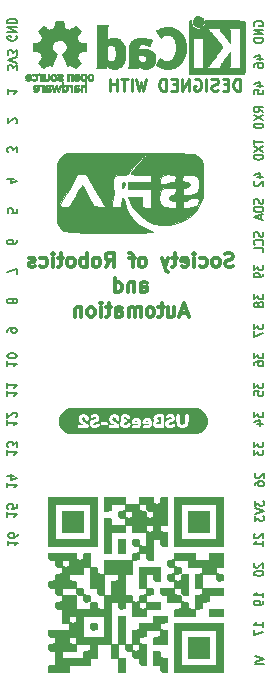
<source format=gbr>
%TF.GenerationSoftware,KiCad,Pcbnew,5.1.5+dfsg1-2build2*%
%TF.CreationDate,2021-10-10T13:01:52+05:30*%
%TF.ProjectId,USBee32-S2,55534265-6533-4322-9d53-322e6b696361,rev?*%
%TF.SameCoordinates,Original*%
%TF.FileFunction,Legend,Bot*%
%TF.FilePolarity,Positive*%
%FSLAX46Y46*%
G04 Gerber Fmt 4.6, Leading zero omitted, Abs format (unit mm)*
G04 Created by KiCad (PCBNEW 5.1.5+dfsg1-2build2) date 2021-10-10 13:01:52*
%MOMM*%
%LPD*%
G04 APERTURE LIST*
%ADD10C,0.250000*%
%ADD11C,0.300000*%
%ADD12C,0.150000*%
%ADD13C,0.010000*%
%ADD14C,0.100000*%
G04 APERTURE END LIST*
D10*
X188610000Y-63052380D02*
X188610000Y-62052380D01*
X188371904Y-62052380D01*
X188229047Y-62100000D01*
X188133809Y-62195238D01*
X188086190Y-62290476D01*
X188038571Y-62480952D01*
X188038571Y-62623809D01*
X188086190Y-62814285D01*
X188133809Y-62909523D01*
X188229047Y-63004761D01*
X188371904Y-63052380D01*
X188610000Y-63052380D01*
X187610000Y-62528571D02*
X187276666Y-62528571D01*
X187133809Y-63052380D02*
X187610000Y-63052380D01*
X187610000Y-62052380D01*
X187133809Y-62052380D01*
X186752857Y-63004761D02*
X186610000Y-63052380D01*
X186371904Y-63052380D01*
X186276666Y-63004761D01*
X186229047Y-62957142D01*
X186181428Y-62861904D01*
X186181428Y-62766666D01*
X186229047Y-62671428D01*
X186276666Y-62623809D01*
X186371904Y-62576190D01*
X186562380Y-62528571D01*
X186657619Y-62480952D01*
X186705238Y-62433333D01*
X186752857Y-62338095D01*
X186752857Y-62242857D01*
X186705238Y-62147619D01*
X186657619Y-62100000D01*
X186562380Y-62052380D01*
X186324285Y-62052380D01*
X186181428Y-62100000D01*
X185752857Y-63052380D02*
X185752857Y-62052380D01*
X184752857Y-62100000D02*
X184848095Y-62052380D01*
X184990952Y-62052380D01*
X185133809Y-62100000D01*
X185229047Y-62195238D01*
X185276666Y-62290476D01*
X185324285Y-62480952D01*
X185324285Y-62623809D01*
X185276666Y-62814285D01*
X185229047Y-62909523D01*
X185133809Y-63004761D01*
X184990952Y-63052380D01*
X184895714Y-63052380D01*
X184752857Y-63004761D01*
X184705238Y-62957142D01*
X184705238Y-62623809D01*
X184895714Y-62623809D01*
X184276666Y-63052380D02*
X184276666Y-62052380D01*
X183705238Y-63052380D01*
X183705238Y-62052380D01*
X183229047Y-62528571D02*
X182895714Y-62528571D01*
X182752857Y-63052380D02*
X183229047Y-63052380D01*
X183229047Y-62052380D01*
X182752857Y-62052380D01*
X182324285Y-63052380D02*
X182324285Y-62052380D01*
X182086190Y-62052380D01*
X181943333Y-62100000D01*
X181848095Y-62195238D01*
X181800476Y-62290476D01*
X181752857Y-62480952D01*
X181752857Y-62623809D01*
X181800476Y-62814285D01*
X181848095Y-62909523D01*
X181943333Y-63004761D01*
X182086190Y-63052380D01*
X182324285Y-63052380D01*
X180657619Y-62052380D02*
X180419523Y-63052380D01*
X180229047Y-62338095D01*
X180038571Y-63052380D01*
X179800476Y-62052380D01*
X179419523Y-63052380D02*
X179419523Y-62052380D01*
X179086190Y-62052380D02*
X178514761Y-62052380D01*
X178800476Y-63052380D02*
X178800476Y-62052380D01*
X178181428Y-63052380D02*
X178181428Y-62052380D01*
X178181428Y-62528571D02*
X177610000Y-62528571D01*
X177610000Y-63052380D02*
X177610000Y-62052380D01*
D11*
X188023402Y-77939314D02*
X187851974Y-77996457D01*
X187566260Y-77996457D01*
X187451974Y-77939314D01*
X187394831Y-77882171D01*
X187337688Y-77767885D01*
X187337688Y-77653600D01*
X187394831Y-77539314D01*
X187451974Y-77482171D01*
X187566260Y-77425028D01*
X187794831Y-77367885D01*
X187909117Y-77310742D01*
X187966260Y-77253600D01*
X188023402Y-77139314D01*
X188023402Y-77025028D01*
X187966260Y-76910742D01*
X187909117Y-76853600D01*
X187794831Y-76796457D01*
X187509117Y-76796457D01*
X187337688Y-76853600D01*
X186651974Y-77996457D02*
X186766260Y-77939314D01*
X186823402Y-77882171D01*
X186880545Y-77767885D01*
X186880545Y-77425028D01*
X186823402Y-77310742D01*
X186766260Y-77253600D01*
X186651974Y-77196457D01*
X186480545Y-77196457D01*
X186366260Y-77253600D01*
X186309117Y-77310742D01*
X186251974Y-77425028D01*
X186251974Y-77767885D01*
X186309117Y-77882171D01*
X186366260Y-77939314D01*
X186480545Y-77996457D01*
X186651974Y-77996457D01*
X185223402Y-77939314D02*
X185337688Y-77996457D01*
X185566260Y-77996457D01*
X185680545Y-77939314D01*
X185737688Y-77882171D01*
X185794831Y-77767885D01*
X185794831Y-77425028D01*
X185737688Y-77310742D01*
X185680545Y-77253600D01*
X185566260Y-77196457D01*
X185337688Y-77196457D01*
X185223402Y-77253600D01*
X184709117Y-77996457D02*
X184709117Y-77196457D01*
X184709117Y-76796457D02*
X184766260Y-76853600D01*
X184709117Y-76910742D01*
X184651974Y-76853600D01*
X184709117Y-76796457D01*
X184709117Y-76910742D01*
X183680545Y-77939314D02*
X183794831Y-77996457D01*
X184023402Y-77996457D01*
X184137688Y-77939314D01*
X184194831Y-77825028D01*
X184194831Y-77367885D01*
X184137688Y-77253600D01*
X184023402Y-77196457D01*
X183794831Y-77196457D01*
X183680545Y-77253600D01*
X183623402Y-77367885D01*
X183623402Y-77482171D01*
X184194831Y-77596457D01*
X183280545Y-77196457D02*
X182823402Y-77196457D01*
X183109117Y-76796457D02*
X183109117Y-77825028D01*
X183051974Y-77939314D01*
X182937688Y-77996457D01*
X182823402Y-77996457D01*
X182537688Y-77196457D02*
X182251974Y-77996457D01*
X181966260Y-77196457D02*
X182251974Y-77996457D01*
X182366260Y-78282171D01*
X182423402Y-78339314D01*
X182537688Y-78396457D01*
X180423402Y-77996457D02*
X180537688Y-77939314D01*
X180594831Y-77882171D01*
X180651974Y-77767885D01*
X180651974Y-77425028D01*
X180594831Y-77310742D01*
X180537688Y-77253600D01*
X180423402Y-77196457D01*
X180251974Y-77196457D01*
X180137688Y-77253600D01*
X180080545Y-77310742D01*
X180023402Y-77425028D01*
X180023402Y-77767885D01*
X180080545Y-77882171D01*
X180137688Y-77939314D01*
X180251974Y-77996457D01*
X180423402Y-77996457D01*
X179680545Y-77196457D02*
X179223402Y-77196457D01*
X179509117Y-77996457D02*
X179509117Y-76967885D01*
X179451974Y-76853600D01*
X179337688Y-76796457D01*
X179223402Y-76796457D01*
X177223402Y-77996457D02*
X177623402Y-77425028D01*
X177909117Y-77996457D02*
X177909117Y-76796457D01*
X177451974Y-76796457D01*
X177337688Y-76853600D01*
X177280545Y-76910742D01*
X177223402Y-77025028D01*
X177223402Y-77196457D01*
X177280545Y-77310742D01*
X177337688Y-77367885D01*
X177451974Y-77425028D01*
X177909117Y-77425028D01*
X176537688Y-77996457D02*
X176651974Y-77939314D01*
X176709117Y-77882171D01*
X176766260Y-77767885D01*
X176766260Y-77425028D01*
X176709117Y-77310742D01*
X176651974Y-77253600D01*
X176537688Y-77196457D01*
X176366260Y-77196457D01*
X176251974Y-77253600D01*
X176194831Y-77310742D01*
X176137688Y-77425028D01*
X176137688Y-77767885D01*
X176194831Y-77882171D01*
X176251974Y-77939314D01*
X176366260Y-77996457D01*
X176537688Y-77996457D01*
X175623402Y-77996457D02*
X175623402Y-76796457D01*
X175623402Y-77253600D02*
X175509117Y-77196457D01*
X175280545Y-77196457D01*
X175166260Y-77253600D01*
X175109117Y-77310742D01*
X175051974Y-77425028D01*
X175051974Y-77767885D01*
X175109117Y-77882171D01*
X175166260Y-77939314D01*
X175280545Y-77996457D01*
X175509117Y-77996457D01*
X175623402Y-77939314D01*
X174366260Y-77996457D02*
X174480545Y-77939314D01*
X174537688Y-77882171D01*
X174594831Y-77767885D01*
X174594831Y-77425028D01*
X174537688Y-77310742D01*
X174480545Y-77253600D01*
X174366260Y-77196457D01*
X174194831Y-77196457D01*
X174080545Y-77253600D01*
X174023402Y-77310742D01*
X173966260Y-77425028D01*
X173966260Y-77767885D01*
X174023402Y-77882171D01*
X174080545Y-77939314D01*
X174194831Y-77996457D01*
X174366260Y-77996457D01*
X173623402Y-77196457D02*
X173166260Y-77196457D01*
X173451974Y-76796457D02*
X173451974Y-77825028D01*
X173394831Y-77939314D01*
X173280545Y-77996457D01*
X173166260Y-77996457D01*
X172766260Y-77996457D02*
X172766260Y-77196457D01*
X172766260Y-76796457D02*
X172823402Y-76853600D01*
X172766260Y-76910742D01*
X172709117Y-76853600D01*
X172766260Y-76796457D01*
X172766260Y-76910742D01*
X171680545Y-77939314D02*
X171794831Y-77996457D01*
X172023402Y-77996457D01*
X172137688Y-77939314D01*
X172194831Y-77882171D01*
X172251974Y-77767885D01*
X172251974Y-77425028D01*
X172194831Y-77310742D01*
X172137688Y-77253600D01*
X172023402Y-77196457D01*
X171794831Y-77196457D01*
X171680545Y-77253600D01*
X171223402Y-77939314D02*
X171109117Y-77996457D01*
X170880545Y-77996457D01*
X170766260Y-77939314D01*
X170709117Y-77825028D01*
X170709117Y-77767885D01*
X170766260Y-77653600D01*
X170880545Y-77596457D01*
X171051974Y-77596457D01*
X171166260Y-77539314D01*
X171223402Y-77425028D01*
X171223402Y-77367885D01*
X171166260Y-77253600D01*
X171051974Y-77196457D01*
X170880545Y-77196457D01*
X170766260Y-77253600D01*
X180194831Y-80096457D02*
X180194831Y-79467885D01*
X180251974Y-79353600D01*
X180366260Y-79296457D01*
X180594831Y-79296457D01*
X180709117Y-79353600D01*
X180194831Y-80039314D02*
X180309117Y-80096457D01*
X180594831Y-80096457D01*
X180709117Y-80039314D01*
X180766260Y-79925028D01*
X180766260Y-79810742D01*
X180709117Y-79696457D01*
X180594831Y-79639314D01*
X180309117Y-79639314D01*
X180194831Y-79582171D01*
X179623402Y-79296457D02*
X179623402Y-80096457D01*
X179623402Y-79410742D02*
X179566260Y-79353600D01*
X179451974Y-79296457D01*
X179280545Y-79296457D01*
X179166260Y-79353600D01*
X179109117Y-79467885D01*
X179109117Y-80096457D01*
X178023402Y-80096457D02*
X178023402Y-78896457D01*
X178023402Y-80039314D02*
X178137688Y-80096457D01*
X178366260Y-80096457D01*
X178480545Y-80039314D01*
X178537688Y-79982171D01*
X178594831Y-79867885D01*
X178594831Y-79525028D01*
X178537688Y-79410742D01*
X178480545Y-79353600D01*
X178366260Y-79296457D01*
X178137688Y-79296457D01*
X178023402Y-79353600D01*
X184137688Y-81853600D02*
X183566260Y-81853600D01*
X184251974Y-82196457D02*
X183851974Y-80996457D01*
X183451974Y-82196457D01*
X182537688Y-81396457D02*
X182537688Y-82196457D01*
X183051974Y-81396457D02*
X183051974Y-82025028D01*
X182994831Y-82139314D01*
X182880545Y-82196457D01*
X182709117Y-82196457D01*
X182594831Y-82139314D01*
X182537688Y-82082171D01*
X182137688Y-81396457D02*
X181680545Y-81396457D01*
X181966260Y-80996457D02*
X181966260Y-82025028D01*
X181909117Y-82139314D01*
X181794831Y-82196457D01*
X181680545Y-82196457D01*
X181109117Y-82196457D02*
X181223402Y-82139314D01*
X181280545Y-82082171D01*
X181337688Y-81967885D01*
X181337688Y-81625028D01*
X181280545Y-81510742D01*
X181223402Y-81453600D01*
X181109117Y-81396457D01*
X180937688Y-81396457D01*
X180823402Y-81453600D01*
X180766260Y-81510742D01*
X180709117Y-81625028D01*
X180709117Y-81967885D01*
X180766260Y-82082171D01*
X180823402Y-82139314D01*
X180937688Y-82196457D01*
X181109117Y-82196457D01*
X180194831Y-82196457D02*
X180194831Y-81396457D01*
X180194831Y-81510742D02*
X180137688Y-81453600D01*
X180023402Y-81396457D01*
X179851974Y-81396457D01*
X179737688Y-81453600D01*
X179680545Y-81567885D01*
X179680545Y-82196457D01*
X179680545Y-81567885D02*
X179623402Y-81453600D01*
X179509117Y-81396457D01*
X179337688Y-81396457D01*
X179223402Y-81453600D01*
X179166260Y-81567885D01*
X179166260Y-82196457D01*
X178080545Y-82196457D02*
X178080545Y-81567885D01*
X178137688Y-81453600D01*
X178251974Y-81396457D01*
X178480545Y-81396457D01*
X178594831Y-81453600D01*
X178080545Y-82139314D02*
X178194831Y-82196457D01*
X178480545Y-82196457D01*
X178594831Y-82139314D01*
X178651974Y-82025028D01*
X178651974Y-81910742D01*
X178594831Y-81796457D01*
X178480545Y-81739314D01*
X178194831Y-81739314D01*
X178080545Y-81682171D01*
X177680545Y-81396457D02*
X177223402Y-81396457D01*
X177509117Y-80996457D02*
X177509117Y-82025028D01*
X177451974Y-82139314D01*
X177337688Y-82196457D01*
X177223402Y-82196457D01*
X176823402Y-82196457D02*
X176823402Y-81396457D01*
X176823402Y-80996457D02*
X176880545Y-81053600D01*
X176823402Y-81110742D01*
X176766260Y-81053600D01*
X176823402Y-80996457D01*
X176823402Y-81110742D01*
X176080545Y-82196457D02*
X176194831Y-82139314D01*
X176251974Y-82082171D01*
X176309117Y-81967885D01*
X176309117Y-81625028D01*
X176251974Y-81510742D01*
X176194831Y-81453600D01*
X176080545Y-81396457D01*
X175909117Y-81396457D01*
X175794831Y-81453600D01*
X175737688Y-81510742D01*
X175680545Y-81625028D01*
X175680545Y-81967885D01*
X175737688Y-82082171D01*
X175794831Y-82139314D01*
X175909117Y-82196457D01*
X176080545Y-82196457D01*
X175166260Y-81396457D02*
X175166260Y-82196457D01*
X175166260Y-81510742D02*
X175109117Y-81453600D01*
X174994831Y-81396457D01*
X174823402Y-81396457D01*
X174709117Y-81453600D01*
X174651974Y-81567885D01*
X174651974Y-82196457D01*
D12*
X169670000Y-58423333D02*
X169708095Y-58490000D01*
X169708095Y-58590000D01*
X169670000Y-58690000D01*
X169593809Y-58756666D01*
X169517619Y-58790000D01*
X169365238Y-58823333D01*
X169250952Y-58823333D01*
X169098571Y-58790000D01*
X169022380Y-58756666D01*
X168946190Y-58690000D01*
X168908095Y-58590000D01*
X168908095Y-58523333D01*
X168946190Y-58423333D01*
X168984285Y-58390000D01*
X169250952Y-58390000D01*
X169250952Y-58523333D01*
X168908095Y-58090000D02*
X169708095Y-58090000D01*
X168908095Y-57690000D01*
X169708095Y-57690000D01*
X168908095Y-57356666D02*
X169708095Y-57356666D01*
X169708095Y-57190000D01*
X169670000Y-57090000D01*
X169593809Y-57023333D01*
X169517619Y-56990000D01*
X169365238Y-56956666D01*
X169250952Y-56956666D01*
X169098571Y-56990000D01*
X169022380Y-57023333D01*
X168946190Y-57090000D01*
X168908095Y-57190000D01*
X168908095Y-57356666D01*
X169721695Y-61327466D02*
X169721695Y-60894133D01*
X169416933Y-61127466D01*
X169416933Y-61027466D01*
X169378838Y-60960800D01*
X169340742Y-60927466D01*
X169264552Y-60894133D01*
X169074076Y-60894133D01*
X168997885Y-60927466D01*
X168959790Y-60960800D01*
X168921695Y-61027466D01*
X168921695Y-61227466D01*
X168959790Y-61294133D01*
X168997885Y-61327466D01*
X169721695Y-60694133D02*
X168921695Y-60460800D01*
X169721695Y-60227466D01*
X169721695Y-60060800D02*
X169721695Y-59627466D01*
X169416933Y-59860800D01*
X169416933Y-59760800D01*
X169378838Y-59694133D01*
X169340742Y-59660800D01*
X169264552Y-59627466D01*
X169074076Y-59627466D01*
X168997885Y-59660800D01*
X168959790Y-59694133D01*
X168921695Y-59760800D01*
X168921695Y-59960800D01*
X168959790Y-60027466D01*
X168997885Y-60060800D01*
X189928095Y-95466666D02*
X189890000Y-95500000D01*
X189851904Y-95566666D01*
X189851904Y-95733333D01*
X189890000Y-95800000D01*
X189928095Y-95833333D01*
X190004285Y-95866666D01*
X190080476Y-95866666D01*
X190194761Y-95833333D01*
X190651904Y-95433333D01*
X190651904Y-95866666D01*
X189851904Y-96466666D02*
X189851904Y-96333333D01*
X189890000Y-96266666D01*
X189928095Y-96233333D01*
X190042380Y-96166666D01*
X190194761Y-96133333D01*
X190499523Y-96133333D01*
X190575714Y-96166666D01*
X190613809Y-96200000D01*
X190651904Y-96266666D01*
X190651904Y-96400000D01*
X190613809Y-96466666D01*
X190575714Y-96500000D01*
X190499523Y-96533333D01*
X190309047Y-96533333D01*
X190232857Y-96500000D01*
X190194761Y-96466666D01*
X190156666Y-96400000D01*
X190156666Y-96266666D01*
X190194761Y-96200000D01*
X190232857Y-96166666D01*
X190309047Y-96133333D01*
X189830000Y-57556666D02*
X189791904Y-57490000D01*
X189791904Y-57390000D01*
X189830000Y-57290000D01*
X189906190Y-57223333D01*
X189982380Y-57190000D01*
X190134761Y-57156666D01*
X190249047Y-57156666D01*
X190401428Y-57190000D01*
X190477619Y-57223333D01*
X190553809Y-57290000D01*
X190591904Y-57390000D01*
X190591904Y-57456666D01*
X190553809Y-57556666D01*
X190515714Y-57590000D01*
X190249047Y-57590000D01*
X190249047Y-57456666D01*
X190591904Y-57890000D02*
X189791904Y-57890000D01*
X190591904Y-58290000D01*
X189791904Y-58290000D01*
X190591904Y-58623333D02*
X189791904Y-58623333D01*
X189791904Y-58790000D01*
X189830000Y-58890000D01*
X189906190Y-58956666D01*
X189982380Y-58990000D01*
X190134761Y-59023333D01*
X190249047Y-59023333D01*
X190401428Y-58990000D01*
X190477619Y-58956666D01*
X190553809Y-58890000D01*
X190591904Y-58790000D01*
X190591904Y-58623333D01*
X189851304Y-110937000D02*
X190651304Y-111170333D01*
X189851304Y-111403666D01*
X190651304Y-111637000D02*
X189851304Y-111637000D01*
X190591904Y-108456666D02*
X190591904Y-108056666D01*
X190591904Y-108256666D02*
X189791904Y-108256666D01*
X189906190Y-108190000D01*
X189982380Y-108123333D01*
X190020476Y-108056666D01*
X189791904Y-108690000D02*
X189791904Y-109156666D01*
X190591904Y-108856666D01*
X190591904Y-105956666D02*
X190591904Y-105556666D01*
X190591904Y-105756666D02*
X189791904Y-105756666D01*
X189906190Y-105690000D01*
X189982380Y-105623333D01*
X190020476Y-105556666D01*
X190591904Y-106290000D02*
X190591904Y-106423333D01*
X190553809Y-106490000D01*
X190515714Y-106523333D01*
X190401428Y-106590000D01*
X190249047Y-106623333D01*
X189944285Y-106623333D01*
X189868095Y-106590000D01*
X189830000Y-106556666D01*
X189791904Y-106490000D01*
X189791904Y-106356666D01*
X189830000Y-106290000D01*
X189868095Y-106256666D01*
X189944285Y-106223333D01*
X190134761Y-106223333D01*
X190210952Y-106256666D01*
X190249047Y-106290000D01*
X190287142Y-106356666D01*
X190287142Y-106490000D01*
X190249047Y-106556666D01*
X190210952Y-106590000D01*
X190134761Y-106623333D01*
X189868095Y-103056666D02*
X189830000Y-103090000D01*
X189791904Y-103156666D01*
X189791904Y-103323333D01*
X189830000Y-103390000D01*
X189868095Y-103423333D01*
X189944285Y-103456666D01*
X190020476Y-103456666D01*
X190134761Y-103423333D01*
X190591904Y-103023333D01*
X190591904Y-103456666D01*
X189791904Y-103890000D02*
X189791904Y-103956666D01*
X189830000Y-104023333D01*
X189868095Y-104056666D01*
X189944285Y-104090000D01*
X190096666Y-104123333D01*
X190287142Y-104123333D01*
X190439523Y-104090000D01*
X190515714Y-104056666D01*
X190553809Y-104023333D01*
X190591904Y-103956666D01*
X190591904Y-103890000D01*
X190553809Y-103823333D01*
X190515714Y-103790000D01*
X190439523Y-103756666D01*
X190287142Y-103723333D01*
X190096666Y-103723333D01*
X189944285Y-103756666D01*
X189868095Y-103790000D01*
X189830000Y-103823333D01*
X189791904Y-103890000D01*
X189868095Y-100556666D02*
X189830000Y-100590000D01*
X189791904Y-100656666D01*
X189791904Y-100823333D01*
X189830000Y-100890000D01*
X189868095Y-100923333D01*
X189944285Y-100956666D01*
X190020476Y-100956666D01*
X190134761Y-100923333D01*
X190591904Y-100523333D01*
X190591904Y-100956666D01*
X190591904Y-101623333D02*
X190591904Y-101223333D01*
X190591904Y-101423333D02*
X189791904Y-101423333D01*
X189906190Y-101356666D01*
X189982380Y-101290000D01*
X190020476Y-101223333D01*
X189851304Y-97770333D02*
X189851304Y-98203666D01*
X190156066Y-97970333D01*
X190156066Y-98070333D01*
X190194161Y-98137000D01*
X190232257Y-98170333D01*
X190308447Y-98203666D01*
X190498923Y-98203666D01*
X190575114Y-98170333D01*
X190613209Y-98137000D01*
X190651304Y-98070333D01*
X190651304Y-97870333D01*
X190613209Y-97803666D01*
X190575114Y-97770333D01*
X189851304Y-98403666D02*
X190651304Y-98637000D01*
X189851304Y-98870333D01*
X189851304Y-99037000D02*
X189851304Y-99470333D01*
X190156066Y-99237000D01*
X190156066Y-99337000D01*
X190194161Y-99403666D01*
X190232257Y-99437000D01*
X190308447Y-99470333D01*
X190498923Y-99470333D01*
X190575114Y-99437000D01*
X190613209Y-99403666D01*
X190651304Y-99337000D01*
X190651304Y-99137000D01*
X190613209Y-99070333D01*
X190575114Y-99037000D01*
X189791904Y-92773333D02*
X189791904Y-93206666D01*
X190096666Y-92973333D01*
X190096666Y-93073333D01*
X190134761Y-93140000D01*
X190172857Y-93173333D01*
X190249047Y-93206666D01*
X190439523Y-93206666D01*
X190515714Y-93173333D01*
X190553809Y-93140000D01*
X190591904Y-93073333D01*
X190591904Y-92873333D01*
X190553809Y-92806666D01*
X190515714Y-92773333D01*
X189791904Y-93440000D02*
X189791904Y-93873333D01*
X190096666Y-93640000D01*
X190096666Y-93740000D01*
X190134761Y-93806666D01*
X190172857Y-93840000D01*
X190249047Y-93873333D01*
X190439523Y-93873333D01*
X190515714Y-93840000D01*
X190553809Y-93806666D01*
X190591904Y-93740000D01*
X190591904Y-93540000D01*
X190553809Y-93473333D01*
X190515714Y-93440000D01*
X189791904Y-90272533D02*
X189791904Y-90705866D01*
X190096666Y-90472533D01*
X190096666Y-90572533D01*
X190134761Y-90639200D01*
X190172857Y-90672533D01*
X190249047Y-90705866D01*
X190439523Y-90705866D01*
X190515714Y-90672533D01*
X190553809Y-90639200D01*
X190591904Y-90572533D01*
X190591904Y-90372533D01*
X190553809Y-90305866D01*
X190515714Y-90272533D01*
X190058571Y-91305866D02*
X190591904Y-91305866D01*
X189753809Y-91139200D02*
X190325238Y-90972533D01*
X190325238Y-91405866D01*
X189791904Y-87773333D02*
X189791904Y-88206666D01*
X190096666Y-87973333D01*
X190096666Y-88073333D01*
X190134761Y-88140000D01*
X190172857Y-88173333D01*
X190249047Y-88206666D01*
X190439523Y-88206666D01*
X190515714Y-88173333D01*
X190553809Y-88140000D01*
X190591904Y-88073333D01*
X190591904Y-87873333D01*
X190553809Y-87806666D01*
X190515714Y-87773333D01*
X189791904Y-88840000D02*
X189791904Y-88506666D01*
X190172857Y-88473333D01*
X190134761Y-88506666D01*
X190096666Y-88573333D01*
X190096666Y-88740000D01*
X190134761Y-88806666D01*
X190172857Y-88840000D01*
X190249047Y-88873333D01*
X190439523Y-88873333D01*
X190515714Y-88840000D01*
X190553809Y-88806666D01*
X190591904Y-88740000D01*
X190591904Y-88573333D01*
X190553809Y-88506666D01*
X190515714Y-88473333D01*
X189791904Y-85268733D02*
X189791904Y-85702066D01*
X190096666Y-85468733D01*
X190096666Y-85568733D01*
X190134761Y-85635400D01*
X190172857Y-85668733D01*
X190249047Y-85702066D01*
X190439523Y-85702066D01*
X190515714Y-85668733D01*
X190553809Y-85635400D01*
X190591904Y-85568733D01*
X190591904Y-85368733D01*
X190553809Y-85302066D01*
X190515714Y-85268733D01*
X189791904Y-86302066D02*
X189791904Y-86168733D01*
X189830000Y-86102066D01*
X189868095Y-86068733D01*
X189982380Y-86002066D01*
X190134761Y-85968733D01*
X190439523Y-85968733D01*
X190515714Y-86002066D01*
X190553809Y-86035400D01*
X190591904Y-86102066D01*
X190591904Y-86235400D01*
X190553809Y-86302066D01*
X190515714Y-86335400D01*
X190439523Y-86368733D01*
X190249047Y-86368733D01*
X190172857Y-86335400D01*
X190134761Y-86302066D01*
X190096666Y-86235400D01*
X190096666Y-86102066D01*
X190134761Y-86035400D01*
X190172857Y-86002066D01*
X190249047Y-85968733D01*
X189791904Y-82773333D02*
X189791904Y-83206666D01*
X190096666Y-82973333D01*
X190096666Y-83073333D01*
X190134761Y-83140000D01*
X190172857Y-83173333D01*
X190249047Y-83206666D01*
X190439523Y-83206666D01*
X190515714Y-83173333D01*
X190553809Y-83140000D01*
X190591904Y-83073333D01*
X190591904Y-82873333D01*
X190553809Y-82806666D01*
X190515714Y-82773333D01*
X189791904Y-83440000D02*
X189791904Y-83906666D01*
X190591904Y-83606666D01*
X189791904Y-80273333D02*
X189791904Y-80706666D01*
X190096666Y-80473333D01*
X190096666Y-80573333D01*
X190134761Y-80640000D01*
X190172857Y-80673333D01*
X190249047Y-80706666D01*
X190439523Y-80706666D01*
X190515714Y-80673333D01*
X190553809Y-80640000D01*
X190591904Y-80573333D01*
X190591904Y-80373333D01*
X190553809Y-80306666D01*
X190515714Y-80273333D01*
X190134761Y-81106666D02*
X190096666Y-81040000D01*
X190058571Y-81006666D01*
X189982380Y-80973333D01*
X189944285Y-80973333D01*
X189868095Y-81006666D01*
X189830000Y-81040000D01*
X189791904Y-81106666D01*
X189791904Y-81240000D01*
X189830000Y-81306666D01*
X189868095Y-81340000D01*
X189944285Y-81373333D01*
X189982380Y-81373333D01*
X190058571Y-81340000D01*
X190096666Y-81306666D01*
X190134761Y-81240000D01*
X190134761Y-81106666D01*
X190172857Y-81040000D01*
X190210952Y-81006666D01*
X190287142Y-80973333D01*
X190439523Y-80973333D01*
X190515714Y-81006666D01*
X190553809Y-81040000D01*
X190591904Y-81106666D01*
X190591904Y-81240000D01*
X190553809Y-81306666D01*
X190515714Y-81340000D01*
X190439523Y-81373333D01*
X190287142Y-81373333D01*
X190210952Y-81340000D01*
X190172857Y-81306666D01*
X190134761Y-81240000D01*
X189791904Y-77773333D02*
X189791904Y-78206666D01*
X190096666Y-77973333D01*
X190096666Y-78073333D01*
X190134761Y-78140000D01*
X190172857Y-78173333D01*
X190249047Y-78206666D01*
X190439523Y-78206666D01*
X190515714Y-78173333D01*
X190553809Y-78140000D01*
X190591904Y-78073333D01*
X190591904Y-77873333D01*
X190553809Y-77806666D01*
X190515714Y-77773333D01*
X190591904Y-78540000D02*
X190591904Y-78673333D01*
X190553809Y-78740000D01*
X190515714Y-78773333D01*
X190401428Y-78840000D01*
X190249047Y-78873333D01*
X189944285Y-78873333D01*
X189868095Y-78840000D01*
X189830000Y-78806666D01*
X189791904Y-78740000D01*
X189791904Y-78606666D01*
X189830000Y-78540000D01*
X189868095Y-78506666D01*
X189944285Y-78473333D01*
X190134761Y-78473333D01*
X190210952Y-78506666D01*
X190249047Y-78540000D01*
X190287142Y-78606666D01*
X190287142Y-78740000D01*
X190249047Y-78806666D01*
X190210952Y-78840000D01*
X190134761Y-78873333D01*
X190553809Y-75006666D02*
X190591904Y-75106666D01*
X190591904Y-75273333D01*
X190553809Y-75340000D01*
X190515714Y-75373333D01*
X190439523Y-75406666D01*
X190363333Y-75406666D01*
X190287142Y-75373333D01*
X190249047Y-75340000D01*
X190210952Y-75273333D01*
X190172857Y-75140000D01*
X190134761Y-75073333D01*
X190096666Y-75040000D01*
X190020476Y-75006666D01*
X189944285Y-75006666D01*
X189868095Y-75040000D01*
X189830000Y-75073333D01*
X189791904Y-75140000D01*
X189791904Y-75306666D01*
X189830000Y-75406666D01*
X190515714Y-76106666D02*
X190553809Y-76073333D01*
X190591904Y-75973333D01*
X190591904Y-75906666D01*
X190553809Y-75806666D01*
X190477619Y-75740000D01*
X190401428Y-75706666D01*
X190249047Y-75673333D01*
X190134761Y-75673333D01*
X189982380Y-75706666D01*
X189906190Y-75740000D01*
X189830000Y-75806666D01*
X189791904Y-75906666D01*
X189791904Y-75973333D01*
X189830000Y-76073333D01*
X189868095Y-76106666D01*
X190591904Y-76740000D02*
X190591904Y-76406666D01*
X189791904Y-76406666D01*
X190553809Y-72234600D02*
X190591904Y-72334600D01*
X190591904Y-72501266D01*
X190553809Y-72567933D01*
X190515714Y-72601266D01*
X190439523Y-72634600D01*
X190363333Y-72634600D01*
X190287142Y-72601266D01*
X190249047Y-72567933D01*
X190210952Y-72501266D01*
X190172857Y-72367933D01*
X190134761Y-72301266D01*
X190096666Y-72267933D01*
X190020476Y-72234600D01*
X189944285Y-72234600D01*
X189868095Y-72267933D01*
X189830000Y-72301266D01*
X189791904Y-72367933D01*
X189791904Y-72534600D01*
X189830000Y-72634600D01*
X190591904Y-72934600D02*
X189791904Y-72934600D01*
X189791904Y-73101266D01*
X189830000Y-73201266D01*
X189906190Y-73267933D01*
X189982380Y-73301266D01*
X190134761Y-73334600D01*
X190249047Y-73334600D01*
X190401428Y-73301266D01*
X190477619Y-73267933D01*
X190553809Y-73201266D01*
X190591904Y-73101266D01*
X190591904Y-72934600D01*
X190363333Y-73601266D02*
X190363333Y-73934600D01*
X190591904Y-73534600D02*
X189791904Y-73767933D01*
X190591904Y-74001266D01*
X190058571Y-70390000D02*
X190591904Y-70390000D01*
X189753809Y-70223333D02*
X190325238Y-70056666D01*
X190325238Y-70490000D01*
X189868095Y-70723333D02*
X189830000Y-70756666D01*
X189791904Y-70823333D01*
X189791904Y-70990000D01*
X189830000Y-71056666D01*
X189868095Y-71090000D01*
X189944285Y-71123333D01*
X190020476Y-71123333D01*
X190134761Y-71090000D01*
X190591904Y-70690000D01*
X190591904Y-71123333D01*
X189775104Y-67197466D02*
X189775104Y-67597466D01*
X190575104Y-67397466D02*
X189775104Y-67397466D01*
X189775104Y-67764133D02*
X190575104Y-68230800D01*
X189775104Y-68230800D02*
X190575104Y-67764133D01*
X190575104Y-68497466D02*
X189775104Y-68497466D01*
X189775104Y-68664133D01*
X189813200Y-68764133D01*
X189889390Y-68830800D01*
X189965580Y-68864133D01*
X190117961Y-68897466D01*
X190232247Y-68897466D01*
X190384628Y-68864133D01*
X190460819Y-68830800D01*
X190537009Y-68764133D01*
X190575104Y-68664133D01*
X190575104Y-68497466D01*
X190591904Y-64870933D02*
X190210952Y-64637600D01*
X190591904Y-64470933D02*
X189791904Y-64470933D01*
X189791904Y-64737600D01*
X189830000Y-64804266D01*
X189868095Y-64837600D01*
X189944285Y-64870933D01*
X190058571Y-64870933D01*
X190134761Y-64837600D01*
X190172857Y-64804266D01*
X190210952Y-64737600D01*
X190210952Y-64470933D01*
X189791904Y-65104266D02*
X190591904Y-65570933D01*
X189791904Y-65570933D02*
X190591904Y-65104266D01*
X190591904Y-65837600D02*
X189791904Y-65837600D01*
X189791904Y-66004266D01*
X189830000Y-66104266D01*
X189906190Y-66170933D01*
X189982380Y-66204266D01*
X190134761Y-66237600D01*
X190249047Y-66237600D01*
X190401428Y-66204266D01*
X190477619Y-66170933D01*
X190553809Y-66104266D01*
X190591904Y-66004266D01*
X190591904Y-65837600D01*
X190058571Y-62640000D02*
X190591904Y-62640000D01*
X189753809Y-62473333D02*
X190325238Y-62306666D01*
X190325238Y-62740000D01*
X189791904Y-63340000D02*
X189791904Y-63006666D01*
X190172857Y-62973333D01*
X190134761Y-63006666D01*
X190096666Y-63073333D01*
X190096666Y-63240000D01*
X190134761Y-63306666D01*
X190172857Y-63340000D01*
X190249047Y-63373333D01*
X190439523Y-63373333D01*
X190515714Y-63340000D01*
X190553809Y-63306666D01*
X190591904Y-63240000D01*
X190591904Y-63073333D01*
X190553809Y-63006666D01*
X190515714Y-62973333D01*
X190058571Y-60387800D02*
X190591904Y-60387800D01*
X189753809Y-60221133D02*
X190325238Y-60054466D01*
X190325238Y-60487800D01*
X189791904Y-61054466D02*
X189791904Y-60921133D01*
X189830000Y-60854466D01*
X189868095Y-60821133D01*
X189982380Y-60754466D01*
X190134761Y-60721133D01*
X190439523Y-60721133D01*
X190515714Y-60754466D01*
X190553809Y-60787800D01*
X190591904Y-60854466D01*
X190591904Y-60987800D01*
X190553809Y-61054466D01*
X190515714Y-61087800D01*
X190439523Y-61121133D01*
X190249047Y-61121133D01*
X190172857Y-61087800D01*
X190134761Y-61054466D01*
X190096666Y-60987800D01*
X190096666Y-60854466D01*
X190134761Y-60787800D01*
X190172857Y-60754466D01*
X190249047Y-60721133D01*
X168972495Y-101157933D02*
X168972495Y-101557933D01*
X168972495Y-101357933D02*
X169772495Y-101357933D01*
X169658209Y-101424600D01*
X169582019Y-101491266D01*
X169543923Y-101557933D01*
X169772495Y-100557933D02*
X169772495Y-100691266D01*
X169734400Y-100757933D01*
X169696304Y-100791266D01*
X169582019Y-100857933D01*
X169429638Y-100891266D01*
X169124876Y-100891266D01*
X169048685Y-100857933D01*
X169010590Y-100824600D01*
X168972495Y-100757933D01*
X168972495Y-100624600D01*
X169010590Y-100557933D01*
X169048685Y-100524600D01*
X169124876Y-100491266D01*
X169315352Y-100491266D01*
X169391542Y-100524600D01*
X169429638Y-100557933D01*
X169467733Y-100624600D01*
X169467733Y-100757933D01*
X169429638Y-100824600D01*
X169391542Y-100857933D01*
X169315352Y-100891266D01*
X168918095Y-98719533D02*
X168918095Y-99119533D01*
X168918095Y-98919533D02*
X169718095Y-98919533D01*
X169603809Y-98986200D01*
X169527619Y-99052866D01*
X169489523Y-99119533D01*
X169718095Y-98086200D02*
X169718095Y-98419533D01*
X169337142Y-98452866D01*
X169375238Y-98419533D01*
X169413333Y-98352866D01*
X169413333Y-98186200D01*
X169375238Y-98119533D01*
X169337142Y-98086200D01*
X169260952Y-98052866D01*
X169070476Y-98052866D01*
X168994285Y-98086200D01*
X168956190Y-98119533D01*
X168918095Y-98186200D01*
X168918095Y-98352866D01*
X168956190Y-98419533D01*
X168994285Y-98452866D01*
X168918095Y-96243333D02*
X168918095Y-96643333D01*
X168918095Y-96443333D02*
X169718095Y-96443333D01*
X169603809Y-96510000D01*
X169527619Y-96576666D01*
X169489523Y-96643333D01*
X169451428Y-95643333D02*
X168918095Y-95643333D01*
X169756190Y-95810000D02*
X169184761Y-95976666D01*
X169184761Y-95543333D01*
X168918095Y-93461733D02*
X168918095Y-93861733D01*
X168918095Y-93661733D02*
X169718095Y-93661733D01*
X169603809Y-93728400D01*
X169527619Y-93795066D01*
X169489523Y-93861733D01*
X169718095Y-93228400D02*
X169718095Y-92795066D01*
X169413333Y-93028400D01*
X169413333Y-92928400D01*
X169375238Y-92861733D01*
X169337142Y-92828400D01*
X169260952Y-92795066D01*
X169070476Y-92795066D01*
X168994285Y-92828400D01*
X168956190Y-92861733D01*
X168918095Y-92928400D01*
X168918095Y-93128400D01*
X168956190Y-93195066D01*
X168994285Y-93228400D01*
X168918095Y-90972533D02*
X168918095Y-91372533D01*
X168918095Y-91172533D02*
X169718095Y-91172533D01*
X169603809Y-91239200D01*
X169527619Y-91305866D01*
X169489523Y-91372533D01*
X169641904Y-90705866D02*
X169680000Y-90672533D01*
X169718095Y-90605866D01*
X169718095Y-90439200D01*
X169680000Y-90372533D01*
X169641904Y-90339200D01*
X169565714Y-90305866D01*
X169489523Y-90305866D01*
X169375238Y-90339200D01*
X168918095Y-90739200D01*
X168918095Y-90305866D01*
X168918095Y-88483333D02*
X168918095Y-88883333D01*
X168918095Y-88683333D02*
X169718095Y-88683333D01*
X169603809Y-88750000D01*
X169527619Y-88816666D01*
X169489523Y-88883333D01*
X168918095Y-87816666D02*
X168918095Y-88216666D01*
X168918095Y-88016666D02*
X169718095Y-88016666D01*
X169603809Y-88083333D01*
X169527619Y-88150000D01*
X169489523Y-88216666D01*
X168918095Y-85968733D02*
X168918095Y-86368733D01*
X168918095Y-86168733D02*
X169718095Y-86168733D01*
X169603809Y-86235400D01*
X169527619Y-86302066D01*
X169489523Y-86368733D01*
X169718095Y-85535400D02*
X169718095Y-85468733D01*
X169680000Y-85402066D01*
X169641904Y-85368733D01*
X169565714Y-85335400D01*
X169413333Y-85302066D01*
X169222857Y-85302066D01*
X169070476Y-85335400D01*
X168994285Y-85368733D01*
X168956190Y-85402066D01*
X168918095Y-85468733D01*
X168918095Y-85535400D01*
X168956190Y-85602066D01*
X168994285Y-85635400D01*
X169070476Y-85668733D01*
X169222857Y-85702066D01*
X169413333Y-85702066D01*
X169565714Y-85668733D01*
X169641904Y-85635400D01*
X169680000Y-85602066D01*
X169718095Y-85535400D01*
X168918095Y-83479533D02*
X168918095Y-83346200D01*
X168956190Y-83279533D01*
X168994285Y-83246200D01*
X169108571Y-83179533D01*
X169260952Y-83146200D01*
X169565714Y-83146200D01*
X169641904Y-83179533D01*
X169680000Y-83212866D01*
X169718095Y-83279533D01*
X169718095Y-83412866D01*
X169680000Y-83479533D01*
X169641904Y-83512866D01*
X169565714Y-83546200D01*
X169375238Y-83546200D01*
X169299047Y-83512866D01*
X169260952Y-83479533D01*
X169222857Y-83412866D01*
X169222857Y-83279533D01*
X169260952Y-83212866D01*
X169299047Y-83179533D01*
X169375238Y-83146200D01*
X169375238Y-80926666D02*
X169413333Y-80993333D01*
X169451428Y-81026666D01*
X169527619Y-81060000D01*
X169565714Y-81060000D01*
X169641904Y-81026666D01*
X169680000Y-80993333D01*
X169718095Y-80926666D01*
X169718095Y-80793333D01*
X169680000Y-80726666D01*
X169641904Y-80693333D01*
X169565714Y-80660000D01*
X169527619Y-80660000D01*
X169451428Y-80693333D01*
X169413333Y-80726666D01*
X169375238Y-80793333D01*
X169375238Y-80926666D01*
X169337142Y-80993333D01*
X169299047Y-81026666D01*
X169222857Y-81060000D01*
X169070476Y-81060000D01*
X168994285Y-81026666D01*
X168956190Y-80993333D01*
X168918095Y-80926666D01*
X168918095Y-80793333D01*
X168956190Y-80726666D01*
X168994285Y-80693333D01*
X169070476Y-80660000D01*
X169222857Y-80660000D01*
X169299047Y-80693333D01*
X169337142Y-80726666D01*
X169375238Y-80793333D01*
X169718095Y-78593333D02*
X169718095Y-78126666D01*
X168918095Y-78426666D01*
X169718095Y-75726666D02*
X169718095Y-75860000D01*
X169680000Y-75926666D01*
X169641904Y-75960000D01*
X169527619Y-76026666D01*
X169375238Y-76060000D01*
X169070476Y-76060000D01*
X168994285Y-76026666D01*
X168956190Y-75993333D01*
X168918095Y-75926666D01*
X168918095Y-75793333D01*
X168956190Y-75726666D01*
X168994285Y-75693333D01*
X169070476Y-75660000D01*
X169260952Y-75660000D01*
X169337142Y-75693333D01*
X169375238Y-75726666D01*
X169413333Y-75793333D01*
X169413333Y-75926666D01*
X169375238Y-75993333D01*
X169337142Y-76026666D01*
X169260952Y-76060000D01*
X169721695Y-73044933D02*
X169721695Y-73378266D01*
X169340742Y-73411600D01*
X169378838Y-73378266D01*
X169416933Y-73311600D01*
X169416933Y-73144933D01*
X169378838Y-73078266D01*
X169340742Y-73044933D01*
X169264552Y-73011600D01*
X169074076Y-73011600D01*
X168997885Y-73044933D01*
X168959790Y-73078266D01*
X168921695Y-73144933D01*
X168921695Y-73311600D01*
X168959790Y-73378266D01*
X168997885Y-73411600D01*
X169451428Y-70512866D02*
X168918095Y-70512866D01*
X169756190Y-70679533D02*
X169184761Y-70846200D01*
X169184761Y-70412866D01*
X169718095Y-68288733D02*
X169718095Y-67855400D01*
X169413333Y-68088733D01*
X169413333Y-67988733D01*
X169375238Y-67922066D01*
X169337142Y-67888733D01*
X169260952Y-67855400D01*
X169070476Y-67855400D01*
X168994285Y-67888733D01*
X168956190Y-67922066D01*
X168918095Y-67988733D01*
X168918095Y-68188733D01*
X168956190Y-68255400D01*
X168994285Y-68288733D01*
X169645504Y-65791600D02*
X169683600Y-65758266D01*
X169721695Y-65691600D01*
X169721695Y-65524933D01*
X169683600Y-65458266D01*
X169645504Y-65424933D01*
X169569314Y-65391600D01*
X169493123Y-65391600D01*
X169378838Y-65424933D01*
X168921695Y-65824933D01*
X168921695Y-65391600D01*
X168921695Y-62910000D02*
X168921695Y-63310000D01*
X168921695Y-63110000D02*
X169721695Y-63110000D01*
X169607409Y-63176666D01*
X169531219Y-63243333D01*
X169493123Y-63310000D01*
D13*
G36*
X184993043Y-56746571D02*
G01*
X184896768Y-56770809D01*
X184810184Y-56813641D01*
X184735373Y-56873419D01*
X184674418Y-56948494D01*
X184629399Y-57037220D01*
X184603136Y-57133530D01*
X184597286Y-57230795D01*
X184612140Y-57324654D01*
X184645840Y-57412511D01*
X184696528Y-57491770D01*
X184762345Y-57559836D01*
X184841434Y-57614112D01*
X184931934Y-57652002D01*
X184983200Y-57664426D01*
X185027698Y-57671947D01*
X185061999Y-57674919D01*
X185094960Y-57673094D01*
X185135434Y-57666225D01*
X185168531Y-57659250D01*
X185261947Y-57627741D01*
X185345619Y-57576617D01*
X185417665Y-57507429D01*
X185476200Y-57421728D01*
X185490148Y-57394489D01*
X185506586Y-57358122D01*
X185516894Y-57327582D01*
X185522460Y-57295450D01*
X185524669Y-57254307D01*
X185524948Y-57208222D01*
X185520861Y-57123865D01*
X185507446Y-57054586D01*
X185482256Y-56993961D01*
X185442846Y-56935567D01*
X185404298Y-56891302D01*
X185332406Y-56825484D01*
X185257313Y-56780053D01*
X185174562Y-56752850D01*
X185096928Y-56742576D01*
X184993043Y-56746571D01*
G37*
X184993043Y-56746571D02*
X184896768Y-56770809D01*
X184810184Y-56813641D01*
X184735373Y-56873419D01*
X184674418Y-56948494D01*
X184629399Y-57037220D01*
X184603136Y-57133530D01*
X184597286Y-57230795D01*
X184612140Y-57324654D01*
X184645840Y-57412511D01*
X184696528Y-57491770D01*
X184762345Y-57559836D01*
X184841434Y-57614112D01*
X184931934Y-57652002D01*
X184983200Y-57664426D01*
X185027698Y-57671947D01*
X185061999Y-57674919D01*
X185094960Y-57673094D01*
X185135434Y-57666225D01*
X185168531Y-57659250D01*
X185261947Y-57627741D01*
X185345619Y-57576617D01*
X185417665Y-57507429D01*
X185476200Y-57421728D01*
X185490148Y-57394489D01*
X185506586Y-57358122D01*
X185516894Y-57327582D01*
X185522460Y-57295450D01*
X185524669Y-57254307D01*
X185524948Y-57208222D01*
X185520861Y-57123865D01*
X185507446Y-57054586D01*
X185482256Y-56993961D01*
X185442846Y-56935567D01*
X185404298Y-56891302D01*
X185332406Y-56825484D01*
X185257313Y-56780053D01*
X185174562Y-56752850D01*
X185096928Y-56742576D01*
X184993043Y-56746571D01*
G36*
X176533493Y-59192245D02*
G01*
X176533474Y-59426662D01*
X176533448Y-59639603D01*
X176533375Y-59832168D01*
X176533218Y-60005459D01*
X176532936Y-60160576D01*
X176532491Y-60298620D01*
X176531844Y-60420692D01*
X176530955Y-60527894D01*
X176529787Y-60621326D01*
X176528299Y-60702090D01*
X176526454Y-60771286D01*
X176524211Y-60830015D01*
X176521531Y-60879379D01*
X176518377Y-60920478D01*
X176514708Y-60954413D01*
X176510487Y-60982286D01*
X176505673Y-61005198D01*
X176500227Y-61024249D01*
X176494112Y-61040540D01*
X176487288Y-61055173D01*
X176479715Y-61069249D01*
X176471355Y-61083868D01*
X176466161Y-61092974D01*
X176431896Y-61153689D01*
X177290045Y-61153689D01*
X177290045Y-61057733D01*
X177290776Y-61014370D01*
X177292728Y-60981205D01*
X177295537Y-60963424D01*
X177296779Y-60961778D01*
X177308201Y-60968662D01*
X177330916Y-60986505D01*
X177353615Y-61005879D01*
X177408200Y-61046614D01*
X177477679Y-61087617D01*
X177554730Y-61125123D01*
X177632035Y-61155364D01*
X177662887Y-61165012D01*
X177731384Y-61179578D01*
X177814236Y-61189539D01*
X177903629Y-61194583D01*
X177991752Y-61194396D01*
X178070793Y-61188666D01*
X178108489Y-61182858D01*
X178246586Y-61144797D01*
X178373887Y-61087073D01*
X178489708Y-61010211D01*
X178593363Y-60914739D01*
X178684167Y-60801179D01*
X178750969Y-60690381D01*
X178805836Y-60573625D01*
X178847837Y-60454276D01*
X178877833Y-60328283D01*
X178896689Y-60191594D01*
X178905268Y-60040158D01*
X178905994Y-59962711D01*
X178903900Y-59905934D01*
X178074783Y-59905934D01*
X178074576Y-59999002D01*
X178071663Y-60086692D01*
X178066000Y-60163772D01*
X178057545Y-60225009D01*
X178054962Y-60237350D01*
X178023160Y-60344633D01*
X177981502Y-60431658D01*
X177929637Y-60498642D01*
X177867219Y-60545805D01*
X177793900Y-60573365D01*
X177709331Y-60581541D01*
X177613165Y-60570551D01*
X177549689Y-60554829D01*
X177500546Y-60536639D01*
X177446417Y-60510791D01*
X177405756Y-60487089D01*
X177335200Y-60440721D01*
X177335200Y-59290530D01*
X177402608Y-59246962D01*
X177481133Y-59206040D01*
X177565319Y-59179389D01*
X177650443Y-59167465D01*
X177731784Y-59170722D01*
X177804620Y-59189615D01*
X177836574Y-59205184D01*
X177894499Y-59248181D01*
X177943456Y-59304953D01*
X177984610Y-59377575D01*
X178019126Y-59468121D01*
X178048167Y-59578666D01*
X178049448Y-59584533D01*
X178059619Y-59646788D01*
X178067261Y-59724594D01*
X178072330Y-59812720D01*
X178074783Y-59905934D01*
X178903900Y-59905934D01*
X178898143Y-59749895D01*
X178876198Y-59554059D01*
X178840214Y-59375332D01*
X178790241Y-59213845D01*
X178726332Y-59069726D01*
X178648538Y-58943106D01*
X178556911Y-58834115D01*
X178451503Y-58742883D01*
X178406338Y-58711932D01*
X178305389Y-58655785D01*
X178202099Y-58616174D01*
X178092011Y-58592014D01*
X177970670Y-58582219D01*
X177878164Y-58583265D01*
X177748510Y-58594231D01*
X177635916Y-58616046D01*
X177537125Y-58649714D01*
X177448879Y-58696236D01*
X177400014Y-58730448D01*
X177370647Y-58752362D01*
X177348957Y-58767333D01*
X177340747Y-58771733D01*
X177339132Y-58760904D01*
X177337841Y-58730251D01*
X177336862Y-58682526D01*
X177336183Y-58620479D01*
X177335790Y-58546862D01*
X177335670Y-58464427D01*
X177335812Y-58375925D01*
X177336203Y-58284107D01*
X177336829Y-58191724D01*
X177337680Y-58101528D01*
X177338740Y-58016271D01*
X177339999Y-57938703D01*
X177341444Y-57871576D01*
X177343062Y-57817641D01*
X177344839Y-57779650D01*
X177345331Y-57772667D01*
X177352908Y-57702251D01*
X177364469Y-57647102D01*
X177382208Y-57599981D01*
X177408318Y-57553647D01*
X177414585Y-57544067D01*
X177439017Y-57507378D01*
X176533689Y-57507378D01*
X176533493Y-59192245D01*
G37*
X176533493Y-59192245D02*
X176533474Y-59426662D01*
X176533448Y-59639603D01*
X176533375Y-59832168D01*
X176533218Y-60005459D01*
X176532936Y-60160576D01*
X176532491Y-60298620D01*
X176531844Y-60420692D01*
X176530955Y-60527894D01*
X176529787Y-60621326D01*
X176528299Y-60702090D01*
X176526454Y-60771286D01*
X176524211Y-60830015D01*
X176521531Y-60879379D01*
X176518377Y-60920478D01*
X176514708Y-60954413D01*
X176510487Y-60982286D01*
X176505673Y-61005198D01*
X176500227Y-61024249D01*
X176494112Y-61040540D01*
X176487288Y-61055173D01*
X176479715Y-61069249D01*
X176471355Y-61083868D01*
X176466161Y-61092974D01*
X176431896Y-61153689D01*
X177290045Y-61153689D01*
X177290045Y-61057733D01*
X177290776Y-61014370D01*
X177292728Y-60981205D01*
X177295537Y-60963424D01*
X177296779Y-60961778D01*
X177308201Y-60968662D01*
X177330916Y-60986505D01*
X177353615Y-61005879D01*
X177408200Y-61046614D01*
X177477679Y-61087617D01*
X177554730Y-61125123D01*
X177632035Y-61155364D01*
X177662887Y-61165012D01*
X177731384Y-61179578D01*
X177814236Y-61189539D01*
X177903629Y-61194583D01*
X177991752Y-61194396D01*
X178070793Y-61188666D01*
X178108489Y-61182858D01*
X178246586Y-61144797D01*
X178373887Y-61087073D01*
X178489708Y-61010211D01*
X178593363Y-60914739D01*
X178684167Y-60801179D01*
X178750969Y-60690381D01*
X178805836Y-60573625D01*
X178847837Y-60454276D01*
X178877833Y-60328283D01*
X178896689Y-60191594D01*
X178905268Y-60040158D01*
X178905994Y-59962711D01*
X178903900Y-59905934D01*
X178074783Y-59905934D01*
X178074576Y-59999002D01*
X178071663Y-60086692D01*
X178066000Y-60163772D01*
X178057545Y-60225009D01*
X178054962Y-60237350D01*
X178023160Y-60344633D01*
X177981502Y-60431658D01*
X177929637Y-60498642D01*
X177867219Y-60545805D01*
X177793900Y-60573365D01*
X177709331Y-60581541D01*
X177613165Y-60570551D01*
X177549689Y-60554829D01*
X177500546Y-60536639D01*
X177446417Y-60510791D01*
X177405756Y-60487089D01*
X177335200Y-60440721D01*
X177335200Y-59290530D01*
X177402608Y-59246962D01*
X177481133Y-59206040D01*
X177565319Y-59179389D01*
X177650443Y-59167465D01*
X177731784Y-59170722D01*
X177804620Y-59189615D01*
X177836574Y-59205184D01*
X177894499Y-59248181D01*
X177943456Y-59304953D01*
X177984610Y-59377575D01*
X178019126Y-59468121D01*
X178048167Y-59578666D01*
X178049448Y-59584533D01*
X178059619Y-59646788D01*
X178067261Y-59724594D01*
X178072330Y-59812720D01*
X178074783Y-59905934D01*
X178903900Y-59905934D01*
X178898143Y-59749895D01*
X178876198Y-59554059D01*
X178840214Y-59375332D01*
X178790241Y-59213845D01*
X178726332Y-59069726D01*
X178648538Y-58943106D01*
X178556911Y-58834115D01*
X178451503Y-58742883D01*
X178406338Y-58711932D01*
X178305389Y-58655785D01*
X178202099Y-58616174D01*
X178092011Y-58592014D01*
X177970670Y-58582219D01*
X177878164Y-58583265D01*
X177748510Y-58594231D01*
X177635916Y-58616046D01*
X177537125Y-58649714D01*
X177448879Y-58696236D01*
X177400014Y-58730448D01*
X177370647Y-58752362D01*
X177348957Y-58767333D01*
X177340747Y-58771733D01*
X177339132Y-58760904D01*
X177337841Y-58730251D01*
X177336862Y-58682526D01*
X177336183Y-58620479D01*
X177335790Y-58546862D01*
X177335670Y-58464427D01*
X177335812Y-58375925D01*
X177336203Y-58284107D01*
X177336829Y-58191724D01*
X177337680Y-58101528D01*
X177338740Y-58016271D01*
X177339999Y-57938703D01*
X177341444Y-57871576D01*
X177343062Y-57817641D01*
X177344839Y-57779650D01*
X177345331Y-57772667D01*
X177352908Y-57702251D01*
X177364469Y-57647102D01*
X177382208Y-57599981D01*
X177408318Y-57553647D01*
X177414585Y-57544067D01*
X177439017Y-57507378D01*
X176533689Y-57507378D01*
X176533493Y-59192245D01*
G36*
X180046426Y-58586552D02*
G01*
X179894508Y-58606567D01*
X179759244Y-58640202D01*
X179639761Y-58687725D01*
X179535185Y-58749405D01*
X179457576Y-58812965D01*
X179388735Y-58887099D01*
X179334994Y-58966871D01*
X179292090Y-59059091D01*
X179276616Y-59102161D01*
X179263756Y-59141142D01*
X179252554Y-59177289D01*
X179242880Y-59212434D01*
X179234604Y-59248410D01*
X179227597Y-59287050D01*
X179221728Y-59330185D01*
X179216869Y-59379649D01*
X179212890Y-59437273D01*
X179209660Y-59504891D01*
X179207051Y-59584334D01*
X179204933Y-59677436D01*
X179203176Y-59786027D01*
X179201651Y-59911942D01*
X179200228Y-60057012D01*
X179198975Y-60199778D01*
X179197649Y-60355968D01*
X179196444Y-60491239D01*
X179195234Y-60607246D01*
X179193894Y-60705645D01*
X179192300Y-60788093D01*
X179190325Y-60856246D01*
X179187844Y-60911760D01*
X179184731Y-60956292D01*
X179180862Y-60991498D01*
X179176111Y-61019034D01*
X179170352Y-61040556D01*
X179163461Y-61057722D01*
X179155311Y-61072186D01*
X179145777Y-61085606D01*
X179134734Y-61099638D01*
X179130434Y-61105071D01*
X179114614Y-61127910D01*
X179107578Y-61143463D01*
X179107556Y-61143922D01*
X179118433Y-61146121D01*
X179149418Y-61148147D01*
X179198043Y-61149942D01*
X179261837Y-61151451D01*
X179338331Y-61152616D01*
X179425056Y-61153380D01*
X179519543Y-61153686D01*
X179530450Y-61153689D01*
X179953343Y-61153689D01*
X179956605Y-61057622D01*
X179959867Y-60961556D01*
X180021956Y-61012543D01*
X180119286Y-61080057D01*
X180229187Y-61134749D01*
X180315651Y-61164978D01*
X180384722Y-61179666D01*
X180468075Y-61189659D01*
X180557841Y-61194646D01*
X180646155Y-61194313D01*
X180725149Y-61188351D01*
X180761378Y-61182638D01*
X180901397Y-61144776D01*
X181027822Y-61089932D01*
X181139740Y-61018924D01*
X181236238Y-60932568D01*
X181316400Y-60831679D01*
X181379313Y-60717076D01*
X181423688Y-60590984D01*
X181436022Y-60534401D01*
X181443632Y-60472202D01*
X181447261Y-60397363D01*
X181447755Y-60363467D01*
X181447690Y-60360282D01*
X180687752Y-60360282D01*
X180678459Y-60435333D01*
X180650272Y-60499160D01*
X180601803Y-60554798D01*
X180596746Y-60559211D01*
X180548452Y-60594037D01*
X180496743Y-60616620D01*
X180436011Y-60628540D01*
X180360648Y-60631383D01*
X180342541Y-60630978D01*
X180288722Y-60628325D01*
X180248692Y-60622909D01*
X180213676Y-60612745D01*
X180174897Y-60595850D01*
X180164255Y-60590672D01*
X180103604Y-60554844D01*
X180056785Y-60512212D01*
X180044048Y-60496973D01*
X179999378Y-60440462D01*
X179999378Y-60244586D01*
X179999914Y-60165939D01*
X180001604Y-60107988D01*
X180004572Y-60068875D01*
X180008943Y-60046741D01*
X180013028Y-60040274D01*
X180028953Y-60037111D01*
X180062736Y-60034488D01*
X180109660Y-60032655D01*
X180165007Y-60031857D01*
X180173894Y-60031842D01*
X180294670Y-60037096D01*
X180397340Y-60053263D01*
X180483894Y-60080961D01*
X180556319Y-60120808D01*
X180611249Y-60167758D01*
X180655796Y-60225645D01*
X180680520Y-60288693D01*
X180687752Y-60360282D01*
X181447690Y-60360282D01*
X181445822Y-60269712D01*
X181437478Y-60190812D01*
X181421232Y-60119590D01*
X181395595Y-60048864D01*
X181371599Y-59996493D01*
X181312980Y-59901196D01*
X181234883Y-59813170D01*
X181139685Y-59734017D01*
X181029762Y-59665340D01*
X180907490Y-59608741D01*
X180775245Y-59565821D01*
X180710578Y-59550882D01*
X180574396Y-59528777D01*
X180425951Y-59514194D01*
X180274495Y-59507813D01*
X180147936Y-59509445D01*
X179986050Y-59516224D01*
X179993470Y-59457245D01*
X180012762Y-59358092D01*
X180043896Y-59277372D01*
X180087731Y-59214466D01*
X180145129Y-59168756D01*
X180216952Y-59139622D01*
X180304059Y-59126447D01*
X180407314Y-59128611D01*
X180445289Y-59132612D01*
X180586480Y-59157780D01*
X180723293Y-59198814D01*
X180817822Y-59236815D01*
X180862982Y-59256190D01*
X180901415Y-59271760D01*
X180927766Y-59281405D01*
X180935454Y-59283452D01*
X180945198Y-59274374D01*
X180961917Y-59245405D01*
X180985768Y-59196217D01*
X181016907Y-59126484D01*
X181055493Y-59035879D01*
X181062090Y-59020089D01*
X181092147Y-58947772D01*
X181119126Y-58882425D01*
X181141864Y-58826906D01*
X181159194Y-58784072D01*
X181169952Y-58756781D01*
X181173059Y-58747942D01*
X181163060Y-58743187D01*
X181136783Y-58737910D01*
X181108511Y-58734231D01*
X181078354Y-58729474D01*
X181030567Y-58720028D01*
X180969388Y-58706820D01*
X180899054Y-58690776D01*
X180823806Y-58672820D01*
X180795245Y-58665797D01*
X180690184Y-58640209D01*
X180602520Y-58620147D01*
X180527932Y-58604969D01*
X180462097Y-58594035D01*
X180400693Y-58586704D01*
X180339398Y-58582335D01*
X180273890Y-58580287D01*
X180215872Y-58579889D01*
X180046426Y-58586552D01*
G37*
X180046426Y-58586552D02*
X179894508Y-58606567D01*
X179759244Y-58640202D01*
X179639761Y-58687725D01*
X179535185Y-58749405D01*
X179457576Y-58812965D01*
X179388735Y-58887099D01*
X179334994Y-58966871D01*
X179292090Y-59059091D01*
X179276616Y-59102161D01*
X179263756Y-59141142D01*
X179252554Y-59177289D01*
X179242880Y-59212434D01*
X179234604Y-59248410D01*
X179227597Y-59287050D01*
X179221728Y-59330185D01*
X179216869Y-59379649D01*
X179212890Y-59437273D01*
X179209660Y-59504891D01*
X179207051Y-59584334D01*
X179204933Y-59677436D01*
X179203176Y-59786027D01*
X179201651Y-59911942D01*
X179200228Y-60057012D01*
X179198975Y-60199778D01*
X179197649Y-60355968D01*
X179196444Y-60491239D01*
X179195234Y-60607246D01*
X179193894Y-60705645D01*
X179192300Y-60788093D01*
X179190325Y-60856246D01*
X179187844Y-60911760D01*
X179184731Y-60956292D01*
X179180862Y-60991498D01*
X179176111Y-61019034D01*
X179170352Y-61040556D01*
X179163461Y-61057722D01*
X179155311Y-61072186D01*
X179145777Y-61085606D01*
X179134734Y-61099638D01*
X179130434Y-61105071D01*
X179114614Y-61127910D01*
X179107578Y-61143463D01*
X179107556Y-61143922D01*
X179118433Y-61146121D01*
X179149418Y-61148147D01*
X179198043Y-61149942D01*
X179261837Y-61151451D01*
X179338331Y-61152616D01*
X179425056Y-61153380D01*
X179519543Y-61153686D01*
X179530450Y-61153689D01*
X179953343Y-61153689D01*
X179956605Y-61057622D01*
X179959867Y-60961556D01*
X180021956Y-61012543D01*
X180119286Y-61080057D01*
X180229187Y-61134749D01*
X180315651Y-61164978D01*
X180384722Y-61179666D01*
X180468075Y-61189659D01*
X180557841Y-61194646D01*
X180646155Y-61194313D01*
X180725149Y-61188351D01*
X180761378Y-61182638D01*
X180901397Y-61144776D01*
X181027822Y-61089932D01*
X181139740Y-61018924D01*
X181236238Y-60932568D01*
X181316400Y-60831679D01*
X181379313Y-60717076D01*
X181423688Y-60590984D01*
X181436022Y-60534401D01*
X181443632Y-60472202D01*
X181447261Y-60397363D01*
X181447755Y-60363467D01*
X181447690Y-60360282D01*
X180687752Y-60360282D01*
X180678459Y-60435333D01*
X180650272Y-60499160D01*
X180601803Y-60554798D01*
X180596746Y-60559211D01*
X180548452Y-60594037D01*
X180496743Y-60616620D01*
X180436011Y-60628540D01*
X180360648Y-60631383D01*
X180342541Y-60630978D01*
X180288722Y-60628325D01*
X180248692Y-60622909D01*
X180213676Y-60612745D01*
X180174897Y-60595850D01*
X180164255Y-60590672D01*
X180103604Y-60554844D01*
X180056785Y-60512212D01*
X180044048Y-60496973D01*
X179999378Y-60440462D01*
X179999378Y-60244586D01*
X179999914Y-60165939D01*
X180001604Y-60107988D01*
X180004572Y-60068875D01*
X180008943Y-60046741D01*
X180013028Y-60040274D01*
X180028953Y-60037111D01*
X180062736Y-60034488D01*
X180109660Y-60032655D01*
X180165007Y-60031857D01*
X180173894Y-60031842D01*
X180294670Y-60037096D01*
X180397340Y-60053263D01*
X180483894Y-60080961D01*
X180556319Y-60120808D01*
X180611249Y-60167758D01*
X180655796Y-60225645D01*
X180680520Y-60288693D01*
X180687752Y-60360282D01*
X181447690Y-60360282D01*
X181445822Y-60269712D01*
X181437478Y-60190812D01*
X181421232Y-60119590D01*
X181395595Y-60048864D01*
X181371599Y-59996493D01*
X181312980Y-59901196D01*
X181234883Y-59813170D01*
X181139685Y-59734017D01*
X181029762Y-59665340D01*
X180907490Y-59608741D01*
X180775245Y-59565821D01*
X180710578Y-59550882D01*
X180574396Y-59528777D01*
X180425951Y-59514194D01*
X180274495Y-59507813D01*
X180147936Y-59509445D01*
X179986050Y-59516224D01*
X179993470Y-59457245D01*
X180012762Y-59358092D01*
X180043896Y-59277372D01*
X180087731Y-59214466D01*
X180145129Y-59168756D01*
X180216952Y-59139622D01*
X180304059Y-59126447D01*
X180407314Y-59128611D01*
X180445289Y-59132612D01*
X180586480Y-59157780D01*
X180723293Y-59198814D01*
X180817822Y-59236815D01*
X180862982Y-59256190D01*
X180901415Y-59271760D01*
X180927766Y-59281405D01*
X180935454Y-59283452D01*
X180945198Y-59274374D01*
X180961917Y-59245405D01*
X180985768Y-59196217D01*
X181016907Y-59126484D01*
X181055493Y-59035879D01*
X181062090Y-59020089D01*
X181092147Y-58947772D01*
X181119126Y-58882425D01*
X181141864Y-58826906D01*
X181159194Y-58784072D01*
X181169952Y-58756781D01*
X181173059Y-58747942D01*
X181163060Y-58743187D01*
X181136783Y-58737910D01*
X181108511Y-58734231D01*
X181078354Y-58729474D01*
X181030567Y-58720028D01*
X180969388Y-58706820D01*
X180899054Y-58690776D01*
X180823806Y-58672820D01*
X180795245Y-58665797D01*
X180690184Y-58640209D01*
X180602520Y-58620147D01*
X180527932Y-58604969D01*
X180462097Y-58594035D01*
X180400693Y-58586704D01*
X180339398Y-58582335D01*
X180273890Y-58580287D01*
X180215872Y-58579889D01*
X180046426Y-58586552D01*
G36*
X182391571Y-57669071D02*
G01*
X182231430Y-57690245D01*
X182067490Y-57730385D01*
X181897687Y-57789889D01*
X181719957Y-57869154D01*
X181708690Y-57874699D01*
X181650995Y-57902725D01*
X181599448Y-57926802D01*
X181557809Y-57945249D01*
X181529838Y-57956386D01*
X181520267Y-57958933D01*
X181501050Y-57963941D01*
X181496439Y-57968147D01*
X181501542Y-57978580D01*
X181517582Y-58004868D01*
X181542712Y-58044257D01*
X181575086Y-58093991D01*
X181612857Y-58151315D01*
X181654178Y-58213476D01*
X181697202Y-58277718D01*
X181740083Y-58341285D01*
X181780974Y-58401425D01*
X181818029Y-58455380D01*
X181849400Y-58500397D01*
X181873241Y-58533721D01*
X181887706Y-58552597D01*
X181889691Y-58554787D01*
X181899809Y-58550138D01*
X181922150Y-58532962D01*
X181952720Y-58506440D01*
X181968464Y-58491964D01*
X182064953Y-58416682D01*
X182171664Y-58361241D01*
X182287168Y-58326141D01*
X182410038Y-58311880D01*
X182479439Y-58313051D01*
X182600577Y-58330212D01*
X182709795Y-58366094D01*
X182807418Y-58420959D01*
X182893772Y-58495070D01*
X182969185Y-58588688D01*
X183033982Y-58702076D01*
X183071399Y-58788667D01*
X183115252Y-58924366D01*
X183147572Y-59071850D01*
X183168443Y-59227314D01*
X183177949Y-59386956D01*
X183176173Y-59546973D01*
X183163197Y-59703561D01*
X183139106Y-59852918D01*
X183103982Y-59991240D01*
X183057908Y-60114724D01*
X183041627Y-60148978D01*
X182973380Y-60263064D01*
X182892921Y-60359557D01*
X182801430Y-60437670D01*
X182700089Y-60496617D01*
X182590080Y-60535612D01*
X182472585Y-60553868D01*
X182431117Y-60555211D01*
X182309559Y-60544290D01*
X182189122Y-60511474D01*
X182071334Y-60457439D01*
X181957723Y-60382865D01*
X181866315Y-60304539D01*
X181819785Y-60260008D01*
X181638517Y-60557271D01*
X181593420Y-60631433D01*
X181552181Y-60699646D01*
X181516265Y-60759459D01*
X181487134Y-60808420D01*
X181466250Y-60844079D01*
X181455076Y-60863984D01*
X181453625Y-60867079D01*
X181461854Y-60876718D01*
X181487433Y-60893999D01*
X181527127Y-60917283D01*
X181577703Y-60944934D01*
X181635926Y-60975315D01*
X181698563Y-61006790D01*
X181762379Y-61037722D01*
X181824140Y-61066473D01*
X181880612Y-61091408D01*
X181928562Y-61110889D01*
X181952014Y-61119318D01*
X182085779Y-61157133D01*
X182223673Y-61182136D01*
X182371378Y-61195140D01*
X182498167Y-61197468D01*
X182566122Y-61196373D01*
X182631723Y-61194275D01*
X182689153Y-61191434D01*
X182732597Y-61188106D01*
X182746702Y-61186422D01*
X182885716Y-61157587D01*
X183027243Y-61112468D01*
X183164725Y-61053750D01*
X183291606Y-60984120D01*
X183369111Y-60931441D01*
X183496519Y-60823239D01*
X183614822Y-60696671D01*
X183721828Y-60554866D01*
X183815348Y-60400951D01*
X183893190Y-60238053D01*
X183937044Y-60120756D01*
X183987292Y-59937128D01*
X184020791Y-59742581D01*
X184037551Y-59541325D01*
X184037584Y-59337568D01*
X184020899Y-59135521D01*
X183987507Y-58939392D01*
X183937420Y-58753391D01*
X183933603Y-58741803D01*
X183870719Y-58579750D01*
X183793972Y-58431832D01*
X183700758Y-58293865D01*
X183588473Y-58161661D01*
X183544608Y-58116399D01*
X183408466Y-57992457D01*
X183268509Y-57889915D01*
X183122589Y-57807656D01*
X182968558Y-57744564D01*
X182804268Y-57699523D01*
X182708711Y-57682033D01*
X182549977Y-57666466D01*
X182391571Y-57669071D01*
G37*
X182391571Y-57669071D02*
X182231430Y-57690245D01*
X182067490Y-57730385D01*
X181897687Y-57789889D01*
X181719957Y-57869154D01*
X181708690Y-57874699D01*
X181650995Y-57902725D01*
X181599448Y-57926802D01*
X181557809Y-57945249D01*
X181529838Y-57956386D01*
X181520267Y-57958933D01*
X181501050Y-57963941D01*
X181496439Y-57968147D01*
X181501542Y-57978580D01*
X181517582Y-58004868D01*
X181542712Y-58044257D01*
X181575086Y-58093991D01*
X181612857Y-58151315D01*
X181654178Y-58213476D01*
X181697202Y-58277718D01*
X181740083Y-58341285D01*
X181780974Y-58401425D01*
X181818029Y-58455380D01*
X181849400Y-58500397D01*
X181873241Y-58533721D01*
X181887706Y-58552597D01*
X181889691Y-58554787D01*
X181899809Y-58550138D01*
X181922150Y-58532962D01*
X181952720Y-58506440D01*
X181968464Y-58491964D01*
X182064953Y-58416682D01*
X182171664Y-58361241D01*
X182287168Y-58326141D01*
X182410038Y-58311880D01*
X182479439Y-58313051D01*
X182600577Y-58330212D01*
X182709795Y-58366094D01*
X182807418Y-58420959D01*
X182893772Y-58495070D01*
X182969185Y-58588688D01*
X183033982Y-58702076D01*
X183071399Y-58788667D01*
X183115252Y-58924366D01*
X183147572Y-59071850D01*
X183168443Y-59227314D01*
X183177949Y-59386956D01*
X183176173Y-59546973D01*
X183163197Y-59703561D01*
X183139106Y-59852918D01*
X183103982Y-59991240D01*
X183057908Y-60114724D01*
X183041627Y-60148978D01*
X182973380Y-60263064D01*
X182892921Y-60359557D01*
X182801430Y-60437670D01*
X182700089Y-60496617D01*
X182590080Y-60535612D01*
X182472585Y-60553868D01*
X182431117Y-60555211D01*
X182309559Y-60544290D01*
X182189122Y-60511474D01*
X182071334Y-60457439D01*
X181957723Y-60382865D01*
X181866315Y-60304539D01*
X181819785Y-60260008D01*
X181638517Y-60557271D01*
X181593420Y-60631433D01*
X181552181Y-60699646D01*
X181516265Y-60759459D01*
X181487134Y-60808420D01*
X181466250Y-60844079D01*
X181455076Y-60863984D01*
X181453625Y-60867079D01*
X181461854Y-60876718D01*
X181487433Y-60893999D01*
X181527127Y-60917283D01*
X181577703Y-60944934D01*
X181635926Y-60975315D01*
X181698563Y-61006790D01*
X181762379Y-61037722D01*
X181824140Y-61066473D01*
X181880612Y-61091408D01*
X181928562Y-61110889D01*
X181952014Y-61119318D01*
X182085779Y-61157133D01*
X182223673Y-61182136D01*
X182371378Y-61195140D01*
X182498167Y-61197468D01*
X182566122Y-61196373D01*
X182631723Y-61194275D01*
X182689153Y-61191434D01*
X182732597Y-61188106D01*
X182746702Y-61186422D01*
X182885716Y-61157587D01*
X183027243Y-61112468D01*
X183164725Y-61053750D01*
X183291606Y-60984120D01*
X183369111Y-60931441D01*
X183496519Y-60823239D01*
X183614822Y-60696671D01*
X183721828Y-60554866D01*
X183815348Y-60400951D01*
X183893190Y-60238053D01*
X183937044Y-60120756D01*
X183987292Y-59937128D01*
X184020791Y-59742581D01*
X184037551Y-59541325D01*
X184037584Y-59337568D01*
X184020899Y-59135521D01*
X183987507Y-58939392D01*
X183937420Y-58753391D01*
X183933603Y-58741803D01*
X183870719Y-58579750D01*
X183793972Y-58431832D01*
X183700758Y-58293865D01*
X183588473Y-58161661D01*
X183544608Y-58116399D01*
X183408466Y-57992457D01*
X183268509Y-57889915D01*
X183122589Y-57807656D01*
X182968558Y-57744564D01*
X182804268Y-57699523D01*
X182708711Y-57682033D01*
X182549977Y-57666466D01*
X182391571Y-57669071D01*
G36*
X185666400Y-57209054D02*
G01*
X185655535Y-57322993D01*
X185623918Y-57430616D01*
X185573015Y-57529615D01*
X185504293Y-57617684D01*
X185419219Y-57692516D01*
X185322232Y-57750384D01*
X185215964Y-57790005D01*
X185108950Y-57808573D01*
X185003300Y-57807434D01*
X184901125Y-57787930D01*
X184804534Y-57751406D01*
X184715638Y-57699205D01*
X184636546Y-57632673D01*
X184569369Y-57553152D01*
X184516217Y-57461987D01*
X184479199Y-57360523D01*
X184460427Y-57250102D01*
X184458489Y-57200206D01*
X184458489Y-57112267D01*
X184406560Y-57112267D01*
X184370253Y-57115111D01*
X184343355Y-57126911D01*
X184316249Y-57150649D01*
X184277867Y-57189031D01*
X184277867Y-59380602D01*
X184277876Y-59642739D01*
X184277908Y-59883241D01*
X184277972Y-60103048D01*
X184278076Y-60303101D01*
X184278227Y-60484344D01*
X184278434Y-60647716D01*
X184278706Y-60794160D01*
X184279050Y-60924617D01*
X184279474Y-61040029D01*
X184279987Y-61141338D01*
X184280597Y-61229484D01*
X184281312Y-61305410D01*
X184282140Y-61370057D01*
X184283089Y-61424367D01*
X184284167Y-61469280D01*
X184285383Y-61505740D01*
X184286745Y-61534687D01*
X184288261Y-61557063D01*
X184289938Y-61573809D01*
X184291786Y-61585868D01*
X184293813Y-61594180D01*
X184296025Y-61599687D01*
X184297108Y-61601537D01*
X184301271Y-61608549D01*
X184304805Y-61614996D01*
X184308635Y-61620900D01*
X184313682Y-61626286D01*
X184320871Y-61631178D01*
X184331123Y-61635598D01*
X184345364Y-61639572D01*
X184364514Y-61643121D01*
X184389499Y-61646270D01*
X184421240Y-61649042D01*
X184460662Y-61651461D01*
X184508686Y-61653551D01*
X184566237Y-61655335D01*
X184634237Y-61656837D01*
X184713610Y-61658080D01*
X184805279Y-61659089D01*
X184910166Y-61659885D01*
X185029196Y-61660494D01*
X185163290Y-61660939D01*
X185313373Y-61661243D01*
X185480367Y-61661430D01*
X185665196Y-61661524D01*
X185868783Y-61661548D01*
X186092050Y-61661525D01*
X186335922Y-61661480D01*
X186601321Y-61661437D01*
X186639704Y-61661432D01*
X186906682Y-61661389D01*
X187152002Y-61661318D01*
X187376583Y-61661213D01*
X187581345Y-61661066D01*
X187767206Y-61660869D01*
X187935088Y-61660616D01*
X188085908Y-61660300D01*
X188220587Y-61659913D01*
X188340044Y-61659447D01*
X188445199Y-61658897D01*
X188536971Y-61658253D01*
X188616279Y-61657511D01*
X188684043Y-61656661D01*
X188741182Y-61655697D01*
X188788617Y-61654611D01*
X188827266Y-61653397D01*
X188858049Y-61652047D01*
X188881885Y-61650555D01*
X188899694Y-61648911D01*
X188912395Y-61647111D01*
X188920908Y-61645145D01*
X188925266Y-61643477D01*
X188933728Y-61639906D01*
X188941497Y-61637270D01*
X188948602Y-61634634D01*
X188955073Y-61631062D01*
X188960939Y-61625621D01*
X188966229Y-61617375D01*
X188970974Y-61605390D01*
X188975202Y-61588731D01*
X188978943Y-61566463D01*
X188982227Y-61537652D01*
X188985083Y-61501363D01*
X188987540Y-61456661D01*
X188989629Y-61402611D01*
X188991378Y-61338279D01*
X188992817Y-61262730D01*
X188993976Y-61175030D01*
X188994883Y-61074243D01*
X188995569Y-60959434D01*
X188996063Y-60829670D01*
X188996395Y-60684015D01*
X188996593Y-60521535D01*
X188996687Y-60341295D01*
X188996708Y-60142360D01*
X188996685Y-59923796D01*
X188996646Y-59684668D01*
X188996622Y-59424040D01*
X188996622Y-59381889D01*
X188996636Y-59118992D01*
X188996661Y-58877732D01*
X188996671Y-58657165D01*
X188996642Y-58456352D01*
X188996548Y-58274349D01*
X188996362Y-58110216D01*
X188996059Y-57963011D01*
X188995614Y-57831792D01*
X188995034Y-57721867D01*
X188692197Y-57721867D01*
X188652407Y-57779711D01*
X188641236Y-57795479D01*
X188631166Y-57809441D01*
X188622138Y-57822784D01*
X188614097Y-57836693D01*
X188606986Y-57852356D01*
X188600747Y-57870958D01*
X188595325Y-57893686D01*
X188590662Y-57921727D01*
X188586701Y-57956267D01*
X188583385Y-57998492D01*
X188580659Y-58049589D01*
X188578464Y-58110744D01*
X188576745Y-58183144D01*
X188575444Y-58267975D01*
X188574505Y-58366422D01*
X188573870Y-58479674D01*
X188573484Y-58608916D01*
X188573288Y-58755334D01*
X188573227Y-58920116D01*
X188573243Y-59104447D01*
X188573280Y-59309513D01*
X188573289Y-59432133D01*
X188573265Y-59649082D01*
X188573231Y-59844642D01*
X188573243Y-60019999D01*
X188573358Y-60176341D01*
X188573630Y-60314857D01*
X188574118Y-60436734D01*
X188574876Y-60543160D01*
X188575962Y-60635322D01*
X188577431Y-60714409D01*
X188579340Y-60781608D01*
X188581744Y-60838107D01*
X188584701Y-60885093D01*
X188588266Y-60923755D01*
X188592495Y-60955280D01*
X188597446Y-60980855D01*
X188603173Y-61001670D01*
X188609733Y-61018911D01*
X188617183Y-61033765D01*
X188625579Y-61047422D01*
X188634976Y-61061069D01*
X188645432Y-61075893D01*
X188651523Y-61084783D01*
X188690296Y-61142400D01*
X188158732Y-61142400D01*
X188035483Y-61142365D01*
X187932987Y-61142215D01*
X187849420Y-61141878D01*
X187782956Y-61141286D01*
X187731771Y-61140367D01*
X187694041Y-61139051D01*
X187667940Y-61137269D01*
X187651644Y-61134951D01*
X187643328Y-61132026D01*
X187641168Y-61128424D01*
X187643339Y-61124075D01*
X187644535Y-61122645D01*
X187669685Y-61085573D01*
X187695583Y-61032772D01*
X187719192Y-60970770D01*
X187727461Y-60944357D01*
X187732078Y-60926416D01*
X187735979Y-60905355D01*
X187739248Y-60879089D01*
X187741966Y-60845532D01*
X187744215Y-60802599D01*
X187746077Y-60748204D01*
X187747636Y-60680262D01*
X187748972Y-60596688D01*
X187750169Y-60495395D01*
X187751308Y-60374300D01*
X187751685Y-60329600D01*
X187752702Y-60204449D01*
X187753460Y-60100082D01*
X187753903Y-60014707D01*
X187753970Y-59946533D01*
X187753605Y-59893765D01*
X187752748Y-59854614D01*
X187751341Y-59827285D01*
X187749325Y-59809986D01*
X187746643Y-59800926D01*
X187743236Y-59798312D01*
X187739044Y-59800351D01*
X187734571Y-59804667D01*
X187724216Y-59817602D01*
X187702158Y-59846676D01*
X187669957Y-59889759D01*
X187629174Y-59944718D01*
X187581370Y-60009423D01*
X187528105Y-60081742D01*
X187470940Y-60159544D01*
X187411437Y-60240698D01*
X187351155Y-60323072D01*
X187291655Y-60404536D01*
X187234498Y-60482957D01*
X187181245Y-60556204D01*
X187133457Y-60622147D01*
X187092693Y-60678654D01*
X187060516Y-60723593D01*
X187038485Y-60754834D01*
X187033917Y-60761466D01*
X187010996Y-60798369D01*
X186984188Y-60846359D01*
X186958789Y-60895897D01*
X186955568Y-60902577D01*
X186933890Y-60950772D01*
X186921304Y-60988334D01*
X186915574Y-61024160D01*
X186914456Y-61066200D01*
X186915090Y-61142400D01*
X185760651Y-61142400D01*
X185851815Y-61048669D01*
X185898612Y-60998775D01*
X185948899Y-60942295D01*
X185994944Y-60888026D01*
X186015369Y-60862673D01*
X186045807Y-60823128D01*
X186085862Y-60769916D01*
X186134361Y-60704667D01*
X186190135Y-60629011D01*
X186252011Y-60544577D01*
X186318819Y-60452994D01*
X186389387Y-60355892D01*
X186462545Y-60254901D01*
X186537121Y-60151650D01*
X186611944Y-60047768D01*
X186685843Y-59944885D01*
X186757646Y-59844631D01*
X186826184Y-59748636D01*
X186890284Y-59658527D01*
X186948775Y-59575936D01*
X187000486Y-59502492D01*
X187044247Y-59439824D01*
X187078885Y-59389561D01*
X187103230Y-59353334D01*
X187116111Y-59332771D01*
X187117869Y-59328668D01*
X187109910Y-59317342D01*
X187089115Y-59290162D01*
X187056847Y-59248829D01*
X187014470Y-59195044D01*
X186963347Y-59130506D01*
X186904841Y-59056918D01*
X186840314Y-58975978D01*
X186771131Y-58889388D01*
X186698653Y-58798848D01*
X186624246Y-58706060D01*
X186564517Y-58631702D01*
X185553511Y-58631702D01*
X185547602Y-58644659D01*
X185533272Y-58666908D01*
X185532225Y-58668391D01*
X185513438Y-58698544D01*
X185493791Y-58735375D01*
X185489892Y-58743511D01*
X185486356Y-58751940D01*
X185483230Y-58762059D01*
X185480486Y-58775260D01*
X185478092Y-58792938D01*
X185476019Y-58816484D01*
X185474235Y-58847293D01*
X185472712Y-58886757D01*
X185471419Y-58936269D01*
X185470326Y-58997223D01*
X185469403Y-59071011D01*
X185468619Y-59159028D01*
X185467945Y-59262665D01*
X185467350Y-59383316D01*
X185466805Y-59522374D01*
X185466279Y-59681232D01*
X185465745Y-59860089D01*
X185465206Y-60045207D01*
X185464772Y-60209145D01*
X185464509Y-60353303D01*
X185464484Y-60479079D01*
X185464765Y-60587871D01*
X185465419Y-60681077D01*
X185466514Y-60760097D01*
X185468118Y-60826328D01*
X185470297Y-60881170D01*
X185473119Y-60926021D01*
X185476651Y-60962278D01*
X185480961Y-60991341D01*
X185486117Y-61014609D01*
X185492185Y-61033479D01*
X185499233Y-61049351D01*
X185507329Y-61063622D01*
X185516540Y-61077691D01*
X185525040Y-61090158D01*
X185542176Y-61116452D01*
X185552322Y-61134037D01*
X185553511Y-61137257D01*
X185542604Y-61138334D01*
X185511411Y-61139335D01*
X185462223Y-61140235D01*
X185397333Y-61141010D01*
X185319030Y-61141637D01*
X185229607Y-61142091D01*
X185131356Y-61142349D01*
X185062445Y-61142400D01*
X184957452Y-61142180D01*
X184860610Y-61141548D01*
X184774107Y-61140549D01*
X184700132Y-61139227D01*
X184640874Y-61137626D01*
X184598520Y-61135791D01*
X184575260Y-61133765D01*
X184571378Y-61132493D01*
X184579076Y-61117591D01*
X184587074Y-61109560D01*
X184600246Y-61092434D01*
X184617485Y-61062183D01*
X184629407Y-61037622D01*
X184656045Y-60978711D01*
X184659120Y-59801845D01*
X184662195Y-58624978D01*
X185107853Y-58624978D01*
X185205670Y-58625142D01*
X185296064Y-58625611D01*
X185376630Y-58626347D01*
X185444962Y-58627316D01*
X185498656Y-58628480D01*
X185535305Y-58629803D01*
X185552504Y-58631249D01*
X185553511Y-58631702D01*
X186564517Y-58631702D01*
X186549270Y-58612722D01*
X186475090Y-58520537D01*
X186403069Y-58431204D01*
X186334569Y-58346424D01*
X186270955Y-58267898D01*
X186213588Y-58197326D01*
X186163833Y-58136409D01*
X186123052Y-58086847D01*
X186105888Y-58066178D01*
X186019596Y-57965516D01*
X185942997Y-57882259D01*
X185874183Y-57814438D01*
X185811248Y-57760089D01*
X185801867Y-57752722D01*
X185762356Y-57722117D01*
X186894116Y-57721867D01*
X186888827Y-57769844D01*
X186892130Y-57827188D01*
X186913661Y-57895463D01*
X186953635Y-57975212D01*
X186998943Y-58047495D01*
X187015161Y-58070140D01*
X187043214Y-58107696D01*
X187081430Y-58158021D01*
X187128137Y-58218973D01*
X187181661Y-58288411D01*
X187240331Y-58364194D01*
X187302475Y-58444180D01*
X187366421Y-58526228D01*
X187430495Y-58608196D01*
X187493027Y-58687943D01*
X187552343Y-58763327D01*
X187606771Y-58832207D01*
X187654639Y-58892442D01*
X187694275Y-58941889D01*
X187724006Y-58978408D01*
X187742161Y-58999858D01*
X187745220Y-59003156D01*
X187748079Y-58995149D01*
X187750293Y-58964855D01*
X187751857Y-58912556D01*
X187752767Y-58838531D01*
X187753020Y-58743063D01*
X187752613Y-58626434D01*
X187751704Y-58506445D01*
X187750382Y-58374333D01*
X187748857Y-58262594D01*
X187746881Y-58169025D01*
X187744206Y-58091419D01*
X187740582Y-58027574D01*
X187735761Y-57975283D01*
X187729494Y-57932344D01*
X187721532Y-57896551D01*
X187711627Y-57865700D01*
X187699531Y-57837586D01*
X187684993Y-57810005D01*
X187670311Y-57784966D01*
X187632314Y-57721867D01*
X188692197Y-57721867D01*
X188995034Y-57721867D01*
X188995001Y-57715617D01*
X188994195Y-57613544D01*
X188993170Y-57524633D01*
X188991900Y-57447941D01*
X188990360Y-57382527D01*
X188988524Y-57327449D01*
X188986367Y-57281765D01*
X188983863Y-57244534D01*
X188980987Y-57214813D01*
X188977713Y-57191662D01*
X188974015Y-57174139D01*
X188969869Y-57161301D01*
X188965247Y-57152208D01*
X188960126Y-57145918D01*
X188954478Y-57141488D01*
X188948279Y-57137978D01*
X188941504Y-57134445D01*
X188935508Y-57130876D01*
X188930275Y-57128300D01*
X188922099Y-57125972D01*
X188909886Y-57123878D01*
X188892541Y-57122007D01*
X188868969Y-57120347D01*
X188838077Y-57118884D01*
X188798768Y-57117608D01*
X188749950Y-57116504D01*
X188690527Y-57115561D01*
X188619404Y-57114767D01*
X188535488Y-57114109D01*
X188437683Y-57113575D01*
X188324894Y-57113153D01*
X188196029Y-57112829D01*
X188049991Y-57112592D01*
X187885686Y-57112430D01*
X187702020Y-57112330D01*
X187497897Y-57112280D01*
X187286753Y-57112267D01*
X185666400Y-57112267D01*
X185666400Y-57209054D01*
G37*
X185666400Y-57209054D02*
X185655535Y-57322993D01*
X185623918Y-57430616D01*
X185573015Y-57529615D01*
X185504293Y-57617684D01*
X185419219Y-57692516D01*
X185322232Y-57750384D01*
X185215964Y-57790005D01*
X185108950Y-57808573D01*
X185003300Y-57807434D01*
X184901125Y-57787930D01*
X184804534Y-57751406D01*
X184715638Y-57699205D01*
X184636546Y-57632673D01*
X184569369Y-57553152D01*
X184516217Y-57461987D01*
X184479199Y-57360523D01*
X184460427Y-57250102D01*
X184458489Y-57200206D01*
X184458489Y-57112267D01*
X184406560Y-57112267D01*
X184370253Y-57115111D01*
X184343355Y-57126911D01*
X184316249Y-57150649D01*
X184277867Y-57189031D01*
X184277867Y-59380602D01*
X184277876Y-59642739D01*
X184277908Y-59883241D01*
X184277972Y-60103048D01*
X184278076Y-60303101D01*
X184278227Y-60484344D01*
X184278434Y-60647716D01*
X184278706Y-60794160D01*
X184279050Y-60924617D01*
X184279474Y-61040029D01*
X184279987Y-61141338D01*
X184280597Y-61229484D01*
X184281312Y-61305410D01*
X184282140Y-61370057D01*
X184283089Y-61424367D01*
X184284167Y-61469280D01*
X184285383Y-61505740D01*
X184286745Y-61534687D01*
X184288261Y-61557063D01*
X184289938Y-61573809D01*
X184291786Y-61585868D01*
X184293813Y-61594180D01*
X184296025Y-61599687D01*
X184297108Y-61601537D01*
X184301271Y-61608549D01*
X184304805Y-61614996D01*
X184308635Y-61620900D01*
X184313682Y-61626286D01*
X184320871Y-61631178D01*
X184331123Y-61635598D01*
X184345364Y-61639572D01*
X184364514Y-61643121D01*
X184389499Y-61646270D01*
X184421240Y-61649042D01*
X184460662Y-61651461D01*
X184508686Y-61653551D01*
X184566237Y-61655335D01*
X184634237Y-61656837D01*
X184713610Y-61658080D01*
X184805279Y-61659089D01*
X184910166Y-61659885D01*
X185029196Y-61660494D01*
X185163290Y-61660939D01*
X185313373Y-61661243D01*
X185480367Y-61661430D01*
X185665196Y-61661524D01*
X185868783Y-61661548D01*
X186092050Y-61661525D01*
X186335922Y-61661480D01*
X186601321Y-61661437D01*
X186639704Y-61661432D01*
X186906682Y-61661389D01*
X187152002Y-61661318D01*
X187376583Y-61661213D01*
X187581345Y-61661066D01*
X187767206Y-61660869D01*
X187935088Y-61660616D01*
X188085908Y-61660300D01*
X188220587Y-61659913D01*
X188340044Y-61659447D01*
X188445199Y-61658897D01*
X188536971Y-61658253D01*
X188616279Y-61657511D01*
X188684043Y-61656661D01*
X188741182Y-61655697D01*
X188788617Y-61654611D01*
X188827266Y-61653397D01*
X188858049Y-61652047D01*
X188881885Y-61650555D01*
X188899694Y-61648911D01*
X188912395Y-61647111D01*
X188920908Y-61645145D01*
X188925266Y-61643477D01*
X188933728Y-61639906D01*
X188941497Y-61637270D01*
X188948602Y-61634634D01*
X188955073Y-61631062D01*
X188960939Y-61625621D01*
X188966229Y-61617375D01*
X188970974Y-61605390D01*
X188975202Y-61588731D01*
X188978943Y-61566463D01*
X188982227Y-61537652D01*
X188985083Y-61501363D01*
X188987540Y-61456661D01*
X188989629Y-61402611D01*
X188991378Y-61338279D01*
X188992817Y-61262730D01*
X188993976Y-61175030D01*
X188994883Y-61074243D01*
X188995569Y-60959434D01*
X188996063Y-60829670D01*
X188996395Y-60684015D01*
X188996593Y-60521535D01*
X188996687Y-60341295D01*
X188996708Y-60142360D01*
X188996685Y-59923796D01*
X188996646Y-59684668D01*
X188996622Y-59424040D01*
X188996622Y-59381889D01*
X188996636Y-59118992D01*
X188996661Y-58877732D01*
X188996671Y-58657165D01*
X188996642Y-58456352D01*
X188996548Y-58274349D01*
X188996362Y-58110216D01*
X188996059Y-57963011D01*
X188995614Y-57831792D01*
X188995034Y-57721867D01*
X188692197Y-57721867D01*
X188652407Y-57779711D01*
X188641236Y-57795479D01*
X188631166Y-57809441D01*
X188622138Y-57822784D01*
X188614097Y-57836693D01*
X188606986Y-57852356D01*
X188600747Y-57870958D01*
X188595325Y-57893686D01*
X188590662Y-57921727D01*
X188586701Y-57956267D01*
X188583385Y-57998492D01*
X188580659Y-58049589D01*
X188578464Y-58110744D01*
X188576745Y-58183144D01*
X188575444Y-58267975D01*
X188574505Y-58366422D01*
X188573870Y-58479674D01*
X188573484Y-58608916D01*
X188573288Y-58755334D01*
X188573227Y-58920116D01*
X188573243Y-59104447D01*
X188573280Y-59309513D01*
X188573289Y-59432133D01*
X188573265Y-59649082D01*
X188573231Y-59844642D01*
X188573243Y-60019999D01*
X188573358Y-60176341D01*
X188573630Y-60314857D01*
X188574118Y-60436734D01*
X188574876Y-60543160D01*
X188575962Y-60635322D01*
X188577431Y-60714409D01*
X188579340Y-60781608D01*
X188581744Y-60838107D01*
X188584701Y-60885093D01*
X188588266Y-60923755D01*
X188592495Y-60955280D01*
X188597446Y-60980855D01*
X188603173Y-61001670D01*
X188609733Y-61018911D01*
X188617183Y-61033765D01*
X188625579Y-61047422D01*
X188634976Y-61061069D01*
X188645432Y-61075893D01*
X188651523Y-61084783D01*
X188690296Y-61142400D01*
X188158732Y-61142400D01*
X188035483Y-61142365D01*
X187932987Y-61142215D01*
X187849420Y-61141878D01*
X187782956Y-61141286D01*
X187731771Y-61140367D01*
X187694041Y-61139051D01*
X187667940Y-61137269D01*
X187651644Y-61134951D01*
X187643328Y-61132026D01*
X187641168Y-61128424D01*
X187643339Y-61124075D01*
X187644535Y-61122645D01*
X187669685Y-61085573D01*
X187695583Y-61032772D01*
X187719192Y-60970770D01*
X187727461Y-60944357D01*
X187732078Y-60926416D01*
X187735979Y-60905355D01*
X187739248Y-60879089D01*
X187741966Y-60845532D01*
X187744215Y-60802599D01*
X187746077Y-60748204D01*
X187747636Y-60680262D01*
X187748972Y-60596688D01*
X187750169Y-60495395D01*
X187751308Y-60374300D01*
X187751685Y-60329600D01*
X187752702Y-60204449D01*
X187753460Y-60100082D01*
X187753903Y-60014707D01*
X187753970Y-59946533D01*
X187753605Y-59893765D01*
X187752748Y-59854614D01*
X187751341Y-59827285D01*
X187749325Y-59809986D01*
X187746643Y-59800926D01*
X187743236Y-59798312D01*
X187739044Y-59800351D01*
X187734571Y-59804667D01*
X187724216Y-59817602D01*
X187702158Y-59846676D01*
X187669957Y-59889759D01*
X187629174Y-59944718D01*
X187581370Y-60009423D01*
X187528105Y-60081742D01*
X187470940Y-60159544D01*
X187411437Y-60240698D01*
X187351155Y-60323072D01*
X187291655Y-60404536D01*
X187234498Y-60482957D01*
X187181245Y-60556204D01*
X187133457Y-60622147D01*
X187092693Y-60678654D01*
X187060516Y-60723593D01*
X187038485Y-60754834D01*
X187033917Y-60761466D01*
X187010996Y-60798369D01*
X186984188Y-60846359D01*
X186958789Y-60895897D01*
X186955568Y-60902577D01*
X186933890Y-60950772D01*
X186921304Y-60988334D01*
X186915574Y-61024160D01*
X186914456Y-61066200D01*
X186915090Y-61142400D01*
X185760651Y-61142400D01*
X185851815Y-61048669D01*
X185898612Y-60998775D01*
X185948899Y-60942295D01*
X185994944Y-60888026D01*
X186015369Y-60862673D01*
X186045807Y-60823128D01*
X186085862Y-60769916D01*
X186134361Y-60704667D01*
X186190135Y-60629011D01*
X186252011Y-60544577D01*
X186318819Y-60452994D01*
X186389387Y-60355892D01*
X186462545Y-60254901D01*
X186537121Y-60151650D01*
X186611944Y-60047768D01*
X186685843Y-59944885D01*
X186757646Y-59844631D01*
X186826184Y-59748636D01*
X186890284Y-59658527D01*
X186948775Y-59575936D01*
X187000486Y-59502492D01*
X187044247Y-59439824D01*
X187078885Y-59389561D01*
X187103230Y-59353334D01*
X187116111Y-59332771D01*
X187117869Y-59328668D01*
X187109910Y-59317342D01*
X187089115Y-59290162D01*
X187056847Y-59248829D01*
X187014470Y-59195044D01*
X186963347Y-59130506D01*
X186904841Y-59056918D01*
X186840314Y-58975978D01*
X186771131Y-58889388D01*
X186698653Y-58798848D01*
X186624246Y-58706060D01*
X186564517Y-58631702D01*
X185553511Y-58631702D01*
X185547602Y-58644659D01*
X185533272Y-58666908D01*
X185532225Y-58668391D01*
X185513438Y-58698544D01*
X185493791Y-58735375D01*
X185489892Y-58743511D01*
X185486356Y-58751940D01*
X185483230Y-58762059D01*
X185480486Y-58775260D01*
X185478092Y-58792938D01*
X185476019Y-58816484D01*
X185474235Y-58847293D01*
X185472712Y-58886757D01*
X185471419Y-58936269D01*
X185470326Y-58997223D01*
X185469403Y-59071011D01*
X185468619Y-59159028D01*
X185467945Y-59262665D01*
X185467350Y-59383316D01*
X185466805Y-59522374D01*
X185466279Y-59681232D01*
X185465745Y-59860089D01*
X185465206Y-60045207D01*
X185464772Y-60209145D01*
X185464509Y-60353303D01*
X185464484Y-60479079D01*
X185464765Y-60587871D01*
X185465419Y-60681077D01*
X185466514Y-60760097D01*
X185468118Y-60826328D01*
X185470297Y-60881170D01*
X185473119Y-60926021D01*
X185476651Y-60962278D01*
X185480961Y-60991341D01*
X185486117Y-61014609D01*
X185492185Y-61033479D01*
X185499233Y-61049351D01*
X185507329Y-61063622D01*
X185516540Y-61077691D01*
X185525040Y-61090158D01*
X185542176Y-61116452D01*
X185552322Y-61134037D01*
X185553511Y-61137257D01*
X185542604Y-61138334D01*
X185511411Y-61139335D01*
X185462223Y-61140235D01*
X185397333Y-61141010D01*
X185319030Y-61141637D01*
X185229607Y-61142091D01*
X185131356Y-61142349D01*
X185062445Y-61142400D01*
X184957452Y-61142180D01*
X184860610Y-61141548D01*
X184774107Y-61140549D01*
X184700132Y-61139227D01*
X184640874Y-61137626D01*
X184598520Y-61135791D01*
X184575260Y-61133765D01*
X184571378Y-61132493D01*
X184579076Y-61117591D01*
X184587074Y-61109560D01*
X184600246Y-61092434D01*
X184617485Y-61062183D01*
X184629407Y-61037622D01*
X184656045Y-60978711D01*
X184659120Y-59801845D01*
X184662195Y-58624978D01*
X185107853Y-58624978D01*
X185205670Y-58625142D01*
X185296064Y-58625611D01*
X185376630Y-58626347D01*
X185444962Y-58627316D01*
X185498656Y-58628480D01*
X185535305Y-58629803D01*
X185552504Y-58631249D01*
X185553511Y-58631702D01*
X186564517Y-58631702D01*
X186549270Y-58612722D01*
X186475090Y-58520537D01*
X186403069Y-58431204D01*
X186334569Y-58346424D01*
X186270955Y-58267898D01*
X186213588Y-58197326D01*
X186163833Y-58136409D01*
X186123052Y-58086847D01*
X186105888Y-58066178D01*
X186019596Y-57965516D01*
X185942997Y-57882259D01*
X185874183Y-57814438D01*
X185811248Y-57760089D01*
X185801867Y-57752722D01*
X185762356Y-57722117D01*
X186894116Y-57721867D01*
X186888827Y-57769844D01*
X186892130Y-57827188D01*
X186913661Y-57895463D01*
X186953635Y-57975212D01*
X186998943Y-58047495D01*
X187015161Y-58070140D01*
X187043214Y-58107696D01*
X187081430Y-58158021D01*
X187128137Y-58218973D01*
X187181661Y-58288411D01*
X187240331Y-58364194D01*
X187302475Y-58444180D01*
X187366421Y-58526228D01*
X187430495Y-58608196D01*
X187493027Y-58687943D01*
X187552343Y-58763327D01*
X187606771Y-58832207D01*
X187654639Y-58892442D01*
X187694275Y-58941889D01*
X187724006Y-58978408D01*
X187742161Y-58999858D01*
X187745220Y-59003156D01*
X187748079Y-58995149D01*
X187750293Y-58964855D01*
X187751857Y-58912556D01*
X187752767Y-58838531D01*
X187753020Y-58743063D01*
X187752613Y-58626434D01*
X187751704Y-58506445D01*
X187750382Y-58374333D01*
X187748857Y-58262594D01*
X187746881Y-58169025D01*
X187744206Y-58091419D01*
X187740582Y-58027574D01*
X187735761Y-57975283D01*
X187729494Y-57932344D01*
X187721532Y-57896551D01*
X187711627Y-57865700D01*
X187699531Y-57837586D01*
X187684993Y-57810005D01*
X187670311Y-57784966D01*
X187632314Y-57721867D01*
X188692197Y-57721867D01*
X188995034Y-57721867D01*
X188995001Y-57715617D01*
X188994195Y-57613544D01*
X188993170Y-57524633D01*
X188991900Y-57447941D01*
X188990360Y-57382527D01*
X188988524Y-57327449D01*
X188986367Y-57281765D01*
X188983863Y-57244534D01*
X188980987Y-57214813D01*
X188977713Y-57191662D01*
X188974015Y-57174139D01*
X188969869Y-57161301D01*
X188965247Y-57152208D01*
X188960126Y-57145918D01*
X188954478Y-57141488D01*
X188948279Y-57137978D01*
X188941504Y-57134445D01*
X188935508Y-57130876D01*
X188930275Y-57128300D01*
X188922099Y-57125972D01*
X188909886Y-57123878D01*
X188892541Y-57122007D01*
X188868969Y-57120347D01*
X188838077Y-57118884D01*
X188798768Y-57117608D01*
X188749950Y-57116504D01*
X188690527Y-57115561D01*
X188619404Y-57114767D01*
X188535488Y-57114109D01*
X188437683Y-57113575D01*
X188324894Y-57113153D01*
X188196029Y-57112829D01*
X188049991Y-57112592D01*
X187885686Y-57112430D01*
X187702020Y-57112330D01*
X187497897Y-57112280D01*
X187286753Y-57112267D01*
X185666400Y-57112267D01*
X185666400Y-57209054D01*
G36*
X183012000Y-112236000D02*
G01*
X187160666Y-112236000D01*
X187160666Y-108680000D01*
X186568000Y-108680000D01*
X186568000Y-111643334D01*
X183604666Y-111643334D01*
X183604666Y-108680000D01*
X186568000Y-108680000D01*
X187160666Y-108680000D01*
X187160666Y-108087334D01*
X183012000Y-108087334D01*
X183012000Y-112236000D01*
G37*
X183012000Y-112236000D02*
X187160666Y-112236000D01*
X187160666Y-108680000D01*
X186568000Y-108680000D01*
X186568000Y-111643334D01*
X183604666Y-111643334D01*
X183604666Y-108680000D01*
X186568000Y-108680000D01*
X187160666Y-108680000D01*
X187160666Y-108087334D01*
X183012000Y-108087334D01*
X183012000Y-112236000D01*
G36*
X181234000Y-111643334D02*
G01*
X181530333Y-111643334D01*
X181728945Y-111656440D01*
X181810397Y-111730386D01*
X181826630Y-111917111D01*
X181826666Y-111939667D01*
X181839773Y-112138279D01*
X181913719Y-112219731D01*
X182100444Y-112235963D01*
X182123000Y-112236000D01*
X182419333Y-112236000D01*
X182419333Y-111050667D01*
X182123000Y-111050667D01*
X181924388Y-111037560D01*
X181842936Y-110963614D01*
X181826703Y-110776889D01*
X181826666Y-110754334D01*
X181813560Y-110555722D01*
X181739614Y-110474269D01*
X181552889Y-110458037D01*
X181530333Y-110458000D01*
X181234000Y-110458000D01*
X181234000Y-111643334D01*
G37*
X181234000Y-111643334D02*
X181530333Y-111643334D01*
X181728945Y-111656440D01*
X181810397Y-111730386D01*
X181826630Y-111917111D01*
X181826666Y-111939667D01*
X181839773Y-112138279D01*
X181913719Y-112219731D01*
X182100444Y-112235963D01*
X182123000Y-112236000D01*
X182419333Y-112236000D01*
X182419333Y-111050667D01*
X182123000Y-111050667D01*
X181924388Y-111037560D01*
X181842936Y-110963614D01*
X181826703Y-110776889D01*
X181826666Y-110754334D01*
X181813560Y-110555722D01*
X181739614Y-110474269D01*
X181552889Y-110458037D01*
X181530333Y-110458000D01*
X181234000Y-110458000D01*
X181234000Y-111643334D01*
G36*
X178567000Y-109865334D02*
G01*
X178765612Y-109878440D01*
X178847064Y-109952386D01*
X178863296Y-110139111D01*
X178863333Y-110161667D01*
X178876440Y-110360279D01*
X178950386Y-110441731D01*
X179137111Y-110457963D01*
X179159666Y-110458000D01*
X179358278Y-110471107D01*
X179439731Y-110545053D01*
X179455963Y-110731778D01*
X179456000Y-110754334D01*
X179469106Y-110952945D01*
X179543053Y-111034398D01*
X179729778Y-111050630D01*
X179752333Y-111050667D01*
X179950945Y-111063773D01*
X180032397Y-111137720D01*
X180048630Y-111324445D01*
X180048666Y-111347000D01*
X180061773Y-111545612D01*
X180135719Y-111627064D01*
X180322444Y-111643297D01*
X180345000Y-111643334D01*
X180641333Y-111643334D01*
X180641333Y-110161667D01*
X180048666Y-110161667D01*
X180035560Y-110360279D01*
X179961614Y-110441731D01*
X179774889Y-110457963D01*
X179752333Y-110458000D01*
X179553721Y-110444894D01*
X179472269Y-110370947D01*
X179456037Y-110184222D01*
X179456000Y-110161667D01*
X179469106Y-109963055D01*
X179543053Y-109881603D01*
X179729778Y-109865370D01*
X179752333Y-109865334D01*
X179950945Y-109878440D01*
X180032397Y-109952386D01*
X180048630Y-110139111D01*
X180048666Y-110161667D01*
X180641333Y-110161667D01*
X180641333Y-109865334D01*
X180345000Y-109865334D01*
X180146388Y-109852227D01*
X180064936Y-109778281D01*
X180048703Y-109591556D01*
X180048666Y-109569000D01*
X180061773Y-109370388D01*
X180135719Y-109288936D01*
X180322444Y-109272704D01*
X180345000Y-109272667D01*
X180543612Y-109259560D01*
X180625064Y-109185614D01*
X180641296Y-108998889D01*
X180641333Y-108976334D01*
X180641333Y-108680000D01*
X181826666Y-108680000D01*
X181826666Y-108976334D01*
X181813560Y-109174945D01*
X181739614Y-109256398D01*
X181552889Y-109272630D01*
X181530333Y-109272667D01*
X181331721Y-109285773D01*
X181250269Y-109359720D01*
X181234037Y-109546445D01*
X181234000Y-109569000D01*
X181234000Y-109865334D01*
X182419333Y-109865334D01*
X182419333Y-108680000D01*
X182123000Y-108680000D01*
X181924388Y-108666894D01*
X181842936Y-108592947D01*
X181826703Y-108406222D01*
X181826666Y-108383667D01*
X181839773Y-108185055D01*
X181913719Y-108103603D01*
X182100444Y-108087370D01*
X182123000Y-108087334D01*
X182321612Y-108074227D01*
X182403064Y-108000281D01*
X182419296Y-107813556D01*
X182419333Y-107791000D01*
X182419333Y-107494667D01*
X181234000Y-107494667D01*
X181234000Y-108087334D01*
X180048666Y-108087334D01*
X180048666Y-108383667D01*
X180035560Y-108582279D01*
X179961614Y-108663731D01*
X179774889Y-108679963D01*
X179752333Y-108680000D01*
X179456000Y-108680000D01*
X179456000Y-109865334D01*
X178863333Y-109865334D01*
X178863333Y-107494667D01*
X178270666Y-107494667D01*
X178270666Y-109865334D01*
X178567000Y-109865334D01*
G37*
X178567000Y-109865334D02*
X178765612Y-109878440D01*
X178847064Y-109952386D01*
X178863296Y-110139111D01*
X178863333Y-110161667D01*
X178876440Y-110360279D01*
X178950386Y-110441731D01*
X179137111Y-110457963D01*
X179159666Y-110458000D01*
X179358278Y-110471107D01*
X179439731Y-110545053D01*
X179455963Y-110731778D01*
X179456000Y-110754334D01*
X179469106Y-110952945D01*
X179543053Y-111034398D01*
X179729778Y-111050630D01*
X179752333Y-111050667D01*
X179950945Y-111063773D01*
X180032397Y-111137720D01*
X180048630Y-111324445D01*
X180048666Y-111347000D01*
X180061773Y-111545612D01*
X180135719Y-111627064D01*
X180322444Y-111643297D01*
X180345000Y-111643334D01*
X180641333Y-111643334D01*
X180641333Y-110161667D01*
X180048666Y-110161667D01*
X180035560Y-110360279D01*
X179961614Y-110441731D01*
X179774889Y-110457963D01*
X179752333Y-110458000D01*
X179553721Y-110444894D01*
X179472269Y-110370947D01*
X179456037Y-110184222D01*
X179456000Y-110161667D01*
X179469106Y-109963055D01*
X179543053Y-109881603D01*
X179729778Y-109865370D01*
X179752333Y-109865334D01*
X179950945Y-109878440D01*
X180032397Y-109952386D01*
X180048630Y-110139111D01*
X180048666Y-110161667D01*
X180641333Y-110161667D01*
X180641333Y-109865334D01*
X180345000Y-109865334D01*
X180146388Y-109852227D01*
X180064936Y-109778281D01*
X180048703Y-109591556D01*
X180048666Y-109569000D01*
X180061773Y-109370388D01*
X180135719Y-109288936D01*
X180322444Y-109272704D01*
X180345000Y-109272667D01*
X180543612Y-109259560D01*
X180625064Y-109185614D01*
X180641296Y-108998889D01*
X180641333Y-108976334D01*
X180641333Y-108680000D01*
X181826666Y-108680000D01*
X181826666Y-108976334D01*
X181813560Y-109174945D01*
X181739614Y-109256398D01*
X181552889Y-109272630D01*
X181530333Y-109272667D01*
X181331721Y-109285773D01*
X181250269Y-109359720D01*
X181234037Y-109546445D01*
X181234000Y-109569000D01*
X181234000Y-109865334D01*
X182419333Y-109865334D01*
X182419333Y-108680000D01*
X182123000Y-108680000D01*
X181924388Y-108666894D01*
X181842936Y-108592947D01*
X181826703Y-108406222D01*
X181826666Y-108383667D01*
X181839773Y-108185055D01*
X181913719Y-108103603D01*
X182100444Y-108087370D01*
X182123000Y-108087334D01*
X182321612Y-108074227D01*
X182403064Y-108000281D01*
X182419296Y-107813556D01*
X182419333Y-107791000D01*
X182419333Y-107494667D01*
X181234000Y-107494667D01*
X181234000Y-108087334D01*
X180048666Y-108087334D01*
X180048666Y-108383667D01*
X180035560Y-108582279D01*
X179961614Y-108663731D01*
X179774889Y-108679963D01*
X179752333Y-108680000D01*
X179456000Y-108680000D01*
X179456000Y-109865334D01*
X178863333Y-109865334D01*
X178863333Y-107494667D01*
X178270666Y-107494667D01*
X178270666Y-109865334D01*
X178567000Y-109865334D01*
G36*
X178863333Y-97419334D02*
G01*
X177085333Y-97419334D01*
X177085333Y-98604667D01*
X177381666Y-98604667D01*
X177580278Y-98591560D01*
X177661731Y-98517614D01*
X177677963Y-98330889D01*
X177678000Y-98308334D01*
X177678000Y-98012000D01*
X178863333Y-98012000D01*
X178863333Y-97419334D01*
G37*
X178863333Y-97419334D02*
X177085333Y-97419334D01*
X177085333Y-98604667D01*
X177381666Y-98604667D01*
X177580278Y-98591560D01*
X177661731Y-98517614D01*
X177677963Y-98330889D01*
X177678000Y-98308334D01*
X177678000Y-98012000D01*
X178863333Y-98012000D01*
X178863333Y-97419334D01*
G36*
X177678000Y-106309334D02*
G01*
X177974333Y-106309334D01*
X178172945Y-106322440D01*
X178254397Y-106396386D01*
X178270630Y-106583111D01*
X178270666Y-106605667D01*
X178283773Y-106804279D01*
X178357719Y-106885731D01*
X178544444Y-106901963D01*
X178567000Y-106902000D01*
X178765612Y-106888894D01*
X178847064Y-106814947D01*
X178863296Y-106628222D01*
X178863333Y-106605667D01*
X178876440Y-106407055D01*
X178950386Y-106325603D01*
X179137111Y-106309370D01*
X179159666Y-106309334D01*
X179456000Y-106309334D01*
X179456000Y-107494667D01*
X180641333Y-107494667D01*
X180641333Y-106902000D01*
X181826666Y-106902000D01*
X181826666Y-106605667D01*
X180641333Y-106605667D01*
X180628227Y-106804279D01*
X180554280Y-106885731D01*
X180367555Y-106901963D01*
X180345000Y-106902000D01*
X180146388Y-106888894D01*
X180064936Y-106814947D01*
X180048703Y-106628222D01*
X180048666Y-106605667D01*
X180061773Y-106407055D01*
X180135719Y-106325603D01*
X180322444Y-106309370D01*
X180345000Y-106309334D01*
X180543612Y-106322440D01*
X180625064Y-106396386D01*
X180641296Y-106583111D01*
X180641333Y-106605667D01*
X181826666Y-106605667D01*
X181826666Y-106309334D01*
X180641333Y-106309334D01*
X180641333Y-106013000D01*
X180654440Y-105814388D01*
X180728386Y-105732936D01*
X180915111Y-105716704D01*
X180937666Y-105716667D01*
X181136278Y-105703560D01*
X181217731Y-105629614D01*
X181233963Y-105442889D01*
X181234000Y-105420334D01*
X181220893Y-105221722D01*
X181146947Y-105140269D01*
X180960222Y-105124037D01*
X180937666Y-105124000D01*
X180641333Y-105124000D01*
X180641333Y-103938667D01*
X180937666Y-103938667D01*
X181136278Y-103951773D01*
X181217731Y-104025720D01*
X181233963Y-104212445D01*
X181234000Y-104235000D01*
X181247106Y-104433612D01*
X181321053Y-104515064D01*
X181507778Y-104531297D01*
X181530333Y-104531334D01*
X181826666Y-104531334D01*
X181826666Y-103346000D01*
X180048666Y-103346000D01*
X180048666Y-105124000D01*
X180345000Y-105124000D01*
X180543612Y-105137107D01*
X180625064Y-105211053D01*
X180641296Y-105397778D01*
X180641333Y-105420334D01*
X180628227Y-105618945D01*
X180554280Y-105700398D01*
X180367555Y-105716630D01*
X180345000Y-105716667D01*
X180146388Y-105729773D01*
X180064936Y-105803720D01*
X180048703Y-105990445D01*
X180048666Y-106013000D01*
X180035560Y-106211612D01*
X179961614Y-106293064D01*
X179774889Y-106309297D01*
X179752333Y-106309334D01*
X179553721Y-106296227D01*
X179472269Y-106222281D01*
X179456037Y-106035556D01*
X179456000Y-106013000D01*
X179442893Y-105814388D01*
X179368947Y-105732936D01*
X179182222Y-105716704D01*
X179159666Y-105716667D01*
X178863333Y-105716667D01*
X178863333Y-103938667D01*
X178270666Y-103938667D01*
X178270666Y-104235000D01*
X178257560Y-104433612D01*
X178183614Y-104515064D01*
X177996889Y-104531297D01*
X177974333Y-104531334D01*
X177678000Y-104531334D01*
X177678000Y-105716667D01*
X177085333Y-105716667D01*
X177085333Y-103938667D01*
X178270666Y-103938667D01*
X178863333Y-103938667D01*
X179456000Y-103938667D01*
X179456000Y-102753334D01*
X177085333Y-102753334D01*
X177085333Y-103938667D01*
X176789000Y-103938667D01*
X176590388Y-103925560D01*
X176508936Y-103851614D01*
X176492703Y-103664889D01*
X176492666Y-103642334D01*
X176479560Y-103443722D01*
X176405614Y-103362269D01*
X176218889Y-103346037D01*
X176196333Y-103346000D01*
X175900000Y-103346000D01*
X175900000Y-103049667D01*
X174122000Y-103049667D01*
X174108893Y-103248279D01*
X174034947Y-103329731D01*
X173848222Y-103345963D01*
X173825666Y-103346000D01*
X173627055Y-103332894D01*
X173545602Y-103258947D01*
X173529370Y-103072222D01*
X173529333Y-103049667D01*
X173542440Y-102851055D01*
X173616386Y-102769603D01*
X173803111Y-102753370D01*
X173825666Y-102753334D01*
X174024278Y-102766440D01*
X174105731Y-102840386D01*
X174121963Y-103027111D01*
X174122000Y-103049667D01*
X175900000Y-103049667D01*
X175900000Y-102160667D01*
X175603666Y-102160667D01*
X175405055Y-102173773D01*
X175323602Y-102247720D01*
X175307370Y-102434445D01*
X175307333Y-102457000D01*
X175294227Y-102655612D01*
X175220280Y-102737064D01*
X175033555Y-102753297D01*
X175011000Y-102753334D01*
X174812388Y-102740227D01*
X174730936Y-102666281D01*
X174714703Y-102479556D01*
X174714666Y-102457000D01*
X174714666Y-102160667D01*
X172344000Y-102160667D01*
X172344000Y-102457000D01*
X172357106Y-102655612D01*
X172431053Y-102737064D01*
X172617778Y-102753297D01*
X172640333Y-102753334D01*
X172838945Y-102766440D01*
X172920397Y-102840386D01*
X172936630Y-103027111D01*
X172936666Y-103049667D01*
X172949773Y-103248279D01*
X173023719Y-103329731D01*
X173210444Y-103345963D01*
X173233000Y-103346000D01*
X173431612Y-103359107D01*
X173513064Y-103433053D01*
X173529296Y-103619778D01*
X173529333Y-103642334D01*
X173516227Y-103840945D01*
X173442280Y-103922398D01*
X173255555Y-103938630D01*
X173233000Y-103938667D01*
X173034388Y-103951773D01*
X172952936Y-104025720D01*
X172936703Y-104212445D01*
X172936666Y-104235000D01*
X172923560Y-104433612D01*
X172849614Y-104515064D01*
X172662889Y-104531297D01*
X172640333Y-104531334D01*
X172441721Y-104544440D01*
X172360269Y-104618386D01*
X172344037Y-104805111D01*
X172344000Y-104827667D01*
X172357106Y-105026279D01*
X172431053Y-105107731D01*
X172617778Y-105123963D01*
X172640333Y-105124000D01*
X172838945Y-105137107D01*
X172920397Y-105211053D01*
X172936630Y-105397778D01*
X172936666Y-105420334D01*
X172949773Y-105618945D01*
X173023719Y-105700398D01*
X173210444Y-105716630D01*
X173233000Y-105716667D01*
X173431612Y-105729773D01*
X173513064Y-105803720D01*
X173529296Y-105990445D01*
X173529333Y-106013000D01*
X173516227Y-106211612D01*
X173442280Y-106293064D01*
X173255555Y-106309297D01*
X173233000Y-106309334D01*
X173034388Y-106322440D01*
X172952936Y-106396386D01*
X172936703Y-106583111D01*
X172936666Y-106605667D01*
X172949773Y-106804279D01*
X173023719Y-106885731D01*
X173210444Y-106901963D01*
X173233000Y-106902000D01*
X173529333Y-106902000D01*
X173529333Y-108087334D01*
X173825666Y-108087334D01*
X174024278Y-108100440D01*
X174105731Y-108174386D01*
X174121963Y-108361111D01*
X174122000Y-108383667D01*
X174122000Y-108680000D01*
X172344000Y-108680000D01*
X172344000Y-108976334D01*
X172357106Y-109174945D01*
X172431053Y-109256398D01*
X172617778Y-109272630D01*
X172640333Y-109272667D01*
X172838945Y-109285773D01*
X172920397Y-109359720D01*
X172936630Y-109546445D01*
X172936666Y-109569000D01*
X172923560Y-109767612D01*
X172849614Y-109849064D01*
X172662889Y-109865297D01*
X172640333Y-109865334D01*
X172441721Y-109878440D01*
X172360269Y-109952386D01*
X172344037Y-110139111D01*
X172344000Y-110161667D01*
X172357106Y-110360279D01*
X172431053Y-110441731D01*
X172617778Y-110457963D01*
X172640333Y-110458000D01*
X172936666Y-110458000D01*
X172936666Y-111643334D01*
X172640333Y-111643334D01*
X172441721Y-111656440D01*
X172360269Y-111730386D01*
X172344037Y-111917111D01*
X172344000Y-111939667D01*
X172344000Y-112236000D01*
X174122000Y-112236000D01*
X174122000Y-111643334D01*
X175900000Y-111643334D01*
X175900000Y-111347000D01*
X175913106Y-111148388D01*
X175987053Y-111066936D01*
X176173778Y-111050704D01*
X176196333Y-111050667D01*
X176492666Y-111050667D01*
X176492666Y-109865334D01*
X175900000Y-109865334D01*
X175900000Y-110161667D01*
X175886893Y-110360279D01*
X175812947Y-110441731D01*
X175626222Y-110457963D01*
X175603666Y-110458000D01*
X175405055Y-110471107D01*
X175323602Y-110545053D01*
X175307370Y-110731778D01*
X175307333Y-110754334D01*
X175307333Y-111050667D01*
X173529333Y-111050667D01*
X173529333Y-110458000D01*
X174714666Y-110458000D01*
X174714666Y-110161667D01*
X174701560Y-109963055D01*
X174627614Y-109881603D01*
X174440889Y-109865370D01*
X174418333Y-109865334D01*
X174219721Y-109852227D01*
X174138269Y-109778281D01*
X174122037Y-109591556D01*
X174122000Y-109569000D01*
X174135106Y-109370388D01*
X174209053Y-109288936D01*
X174395778Y-109272704D01*
X174418333Y-109272667D01*
X174616945Y-109285773D01*
X174698397Y-109359720D01*
X174714630Y-109546445D01*
X174714666Y-109569000D01*
X174714666Y-109865334D01*
X175900000Y-109865334D01*
X176492666Y-109865334D01*
X177678000Y-109865334D01*
X177678000Y-107494667D01*
X177085333Y-107494667D01*
X177085333Y-109272667D01*
X175307333Y-109272667D01*
X175307333Y-107791000D01*
X174714666Y-107791000D01*
X174701560Y-107989612D01*
X174627614Y-108071064D01*
X174440889Y-108087297D01*
X174418333Y-108087334D01*
X174219721Y-108074227D01*
X174138269Y-108000281D01*
X174122037Y-107813556D01*
X174122000Y-107791000D01*
X174135106Y-107592388D01*
X174209053Y-107510936D01*
X174395778Y-107494704D01*
X174418333Y-107494667D01*
X174616945Y-107507773D01*
X174698397Y-107581720D01*
X174714630Y-107768445D01*
X174714666Y-107791000D01*
X175307333Y-107791000D01*
X175307333Y-107494667D01*
X177085333Y-107494667D01*
X177678000Y-107494667D01*
X177678000Y-106902000D01*
X177085333Y-106902000D01*
X176789000Y-106902000D01*
X176590388Y-106888894D01*
X176508936Y-106814947D01*
X176492703Y-106628222D01*
X176492666Y-106605667D01*
X176479560Y-106407055D01*
X176405614Y-106325603D01*
X176218889Y-106309370D01*
X176196333Y-106309334D01*
X175997721Y-106322440D01*
X175916269Y-106396386D01*
X175900037Y-106583111D01*
X175900000Y-106605667D01*
X175900000Y-106902000D01*
X174714666Y-106902000D01*
X174714666Y-105716667D01*
X173529333Y-105716667D01*
X173529333Y-105124000D01*
X174714666Y-105124000D01*
X174714666Y-104827667D01*
X174701560Y-104629055D01*
X174627614Y-104547603D01*
X174440889Y-104531370D01*
X174418333Y-104531334D01*
X174219721Y-104518227D01*
X174138269Y-104444281D01*
X174122037Y-104257556D01*
X174122000Y-104235000D01*
X174122000Y-103938667D01*
X175307333Y-103938667D01*
X175307333Y-103642334D01*
X175320440Y-103443722D01*
X175394386Y-103362269D01*
X175581111Y-103346037D01*
X175603666Y-103346000D01*
X175900000Y-103346000D01*
X175900000Y-105124000D01*
X176196333Y-105124000D01*
X176394945Y-105137107D01*
X176476397Y-105211053D01*
X176492630Y-105397778D01*
X176492666Y-105420334D01*
X176505773Y-105618945D01*
X176579719Y-105700398D01*
X176766444Y-105716630D01*
X176789000Y-105716667D01*
X177085333Y-105716667D01*
X177085333Y-106902000D01*
X177678000Y-106902000D01*
X177678000Y-106309334D01*
G37*
X177678000Y-106309334D02*
X177974333Y-106309334D01*
X178172945Y-106322440D01*
X178254397Y-106396386D01*
X178270630Y-106583111D01*
X178270666Y-106605667D01*
X178283773Y-106804279D01*
X178357719Y-106885731D01*
X178544444Y-106901963D01*
X178567000Y-106902000D01*
X178765612Y-106888894D01*
X178847064Y-106814947D01*
X178863296Y-106628222D01*
X178863333Y-106605667D01*
X178876440Y-106407055D01*
X178950386Y-106325603D01*
X179137111Y-106309370D01*
X179159666Y-106309334D01*
X179456000Y-106309334D01*
X179456000Y-107494667D01*
X180641333Y-107494667D01*
X180641333Y-106902000D01*
X181826666Y-106902000D01*
X181826666Y-106605667D01*
X180641333Y-106605667D01*
X180628227Y-106804279D01*
X180554280Y-106885731D01*
X180367555Y-106901963D01*
X180345000Y-106902000D01*
X180146388Y-106888894D01*
X180064936Y-106814947D01*
X180048703Y-106628222D01*
X180048666Y-106605667D01*
X180061773Y-106407055D01*
X180135719Y-106325603D01*
X180322444Y-106309370D01*
X180345000Y-106309334D01*
X180543612Y-106322440D01*
X180625064Y-106396386D01*
X180641296Y-106583111D01*
X180641333Y-106605667D01*
X181826666Y-106605667D01*
X181826666Y-106309334D01*
X180641333Y-106309334D01*
X180641333Y-106013000D01*
X180654440Y-105814388D01*
X180728386Y-105732936D01*
X180915111Y-105716704D01*
X180937666Y-105716667D01*
X181136278Y-105703560D01*
X181217731Y-105629614D01*
X181233963Y-105442889D01*
X181234000Y-105420334D01*
X181220893Y-105221722D01*
X181146947Y-105140269D01*
X180960222Y-105124037D01*
X180937666Y-105124000D01*
X180641333Y-105124000D01*
X180641333Y-103938667D01*
X180937666Y-103938667D01*
X181136278Y-103951773D01*
X181217731Y-104025720D01*
X181233963Y-104212445D01*
X181234000Y-104235000D01*
X181247106Y-104433612D01*
X181321053Y-104515064D01*
X181507778Y-104531297D01*
X181530333Y-104531334D01*
X181826666Y-104531334D01*
X181826666Y-103346000D01*
X180048666Y-103346000D01*
X180048666Y-105124000D01*
X180345000Y-105124000D01*
X180543612Y-105137107D01*
X180625064Y-105211053D01*
X180641296Y-105397778D01*
X180641333Y-105420334D01*
X180628227Y-105618945D01*
X180554280Y-105700398D01*
X180367555Y-105716630D01*
X180345000Y-105716667D01*
X180146388Y-105729773D01*
X180064936Y-105803720D01*
X180048703Y-105990445D01*
X180048666Y-106013000D01*
X180035560Y-106211612D01*
X179961614Y-106293064D01*
X179774889Y-106309297D01*
X179752333Y-106309334D01*
X179553721Y-106296227D01*
X179472269Y-106222281D01*
X179456037Y-106035556D01*
X179456000Y-106013000D01*
X179442893Y-105814388D01*
X179368947Y-105732936D01*
X179182222Y-105716704D01*
X179159666Y-105716667D01*
X178863333Y-105716667D01*
X178863333Y-103938667D01*
X178270666Y-103938667D01*
X178270666Y-104235000D01*
X178257560Y-104433612D01*
X178183614Y-104515064D01*
X177996889Y-104531297D01*
X177974333Y-104531334D01*
X177678000Y-104531334D01*
X177678000Y-105716667D01*
X177085333Y-105716667D01*
X177085333Y-103938667D01*
X178270666Y-103938667D01*
X178863333Y-103938667D01*
X179456000Y-103938667D01*
X179456000Y-102753334D01*
X177085333Y-102753334D01*
X177085333Y-103938667D01*
X176789000Y-103938667D01*
X176590388Y-103925560D01*
X176508936Y-103851614D01*
X176492703Y-103664889D01*
X176492666Y-103642334D01*
X176479560Y-103443722D01*
X176405614Y-103362269D01*
X176218889Y-103346037D01*
X176196333Y-103346000D01*
X175900000Y-103346000D01*
X175900000Y-103049667D01*
X174122000Y-103049667D01*
X174108893Y-103248279D01*
X174034947Y-103329731D01*
X173848222Y-103345963D01*
X173825666Y-103346000D01*
X173627055Y-103332894D01*
X173545602Y-103258947D01*
X173529370Y-103072222D01*
X173529333Y-103049667D01*
X173542440Y-102851055D01*
X173616386Y-102769603D01*
X173803111Y-102753370D01*
X173825666Y-102753334D01*
X174024278Y-102766440D01*
X174105731Y-102840386D01*
X174121963Y-103027111D01*
X174122000Y-103049667D01*
X175900000Y-103049667D01*
X175900000Y-102160667D01*
X175603666Y-102160667D01*
X175405055Y-102173773D01*
X175323602Y-102247720D01*
X175307370Y-102434445D01*
X175307333Y-102457000D01*
X175294227Y-102655612D01*
X175220280Y-102737064D01*
X175033555Y-102753297D01*
X175011000Y-102753334D01*
X174812388Y-102740227D01*
X174730936Y-102666281D01*
X174714703Y-102479556D01*
X174714666Y-102457000D01*
X174714666Y-102160667D01*
X172344000Y-102160667D01*
X172344000Y-102457000D01*
X172357106Y-102655612D01*
X172431053Y-102737064D01*
X172617778Y-102753297D01*
X172640333Y-102753334D01*
X172838945Y-102766440D01*
X172920397Y-102840386D01*
X172936630Y-103027111D01*
X172936666Y-103049667D01*
X172949773Y-103248279D01*
X173023719Y-103329731D01*
X173210444Y-103345963D01*
X173233000Y-103346000D01*
X173431612Y-103359107D01*
X173513064Y-103433053D01*
X173529296Y-103619778D01*
X173529333Y-103642334D01*
X173516227Y-103840945D01*
X173442280Y-103922398D01*
X173255555Y-103938630D01*
X173233000Y-103938667D01*
X173034388Y-103951773D01*
X172952936Y-104025720D01*
X172936703Y-104212445D01*
X172936666Y-104235000D01*
X172923560Y-104433612D01*
X172849614Y-104515064D01*
X172662889Y-104531297D01*
X172640333Y-104531334D01*
X172441721Y-104544440D01*
X172360269Y-104618386D01*
X172344037Y-104805111D01*
X172344000Y-104827667D01*
X172357106Y-105026279D01*
X172431053Y-105107731D01*
X172617778Y-105123963D01*
X172640333Y-105124000D01*
X172838945Y-105137107D01*
X172920397Y-105211053D01*
X172936630Y-105397778D01*
X172936666Y-105420334D01*
X172949773Y-105618945D01*
X173023719Y-105700398D01*
X173210444Y-105716630D01*
X173233000Y-105716667D01*
X173431612Y-105729773D01*
X173513064Y-105803720D01*
X173529296Y-105990445D01*
X173529333Y-106013000D01*
X173516227Y-106211612D01*
X173442280Y-106293064D01*
X173255555Y-106309297D01*
X173233000Y-106309334D01*
X173034388Y-106322440D01*
X172952936Y-106396386D01*
X172936703Y-106583111D01*
X172936666Y-106605667D01*
X172949773Y-106804279D01*
X173023719Y-106885731D01*
X173210444Y-106901963D01*
X173233000Y-106902000D01*
X173529333Y-106902000D01*
X173529333Y-108087334D01*
X173825666Y-108087334D01*
X174024278Y-108100440D01*
X174105731Y-108174386D01*
X174121963Y-108361111D01*
X174122000Y-108383667D01*
X174122000Y-108680000D01*
X172344000Y-108680000D01*
X172344000Y-108976334D01*
X172357106Y-109174945D01*
X172431053Y-109256398D01*
X172617778Y-109272630D01*
X172640333Y-109272667D01*
X172838945Y-109285773D01*
X172920397Y-109359720D01*
X172936630Y-109546445D01*
X172936666Y-109569000D01*
X172923560Y-109767612D01*
X172849614Y-109849064D01*
X172662889Y-109865297D01*
X172640333Y-109865334D01*
X172441721Y-109878440D01*
X172360269Y-109952386D01*
X172344037Y-110139111D01*
X172344000Y-110161667D01*
X172357106Y-110360279D01*
X172431053Y-110441731D01*
X172617778Y-110457963D01*
X172640333Y-110458000D01*
X172936666Y-110458000D01*
X172936666Y-111643334D01*
X172640333Y-111643334D01*
X172441721Y-111656440D01*
X172360269Y-111730386D01*
X172344037Y-111917111D01*
X172344000Y-111939667D01*
X172344000Y-112236000D01*
X174122000Y-112236000D01*
X174122000Y-111643334D01*
X175900000Y-111643334D01*
X175900000Y-111347000D01*
X175913106Y-111148388D01*
X175987053Y-111066936D01*
X176173778Y-111050704D01*
X176196333Y-111050667D01*
X176492666Y-111050667D01*
X176492666Y-109865334D01*
X175900000Y-109865334D01*
X175900000Y-110161667D01*
X175886893Y-110360279D01*
X175812947Y-110441731D01*
X175626222Y-110457963D01*
X175603666Y-110458000D01*
X175405055Y-110471107D01*
X175323602Y-110545053D01*
X175307370Y-110731778D01*
X175307333Y-110754334D01*
X175307333Y-111050667D01*
X173529333Y-111050667D01*
X173529333Y-110458000D01*
X174714666Y-110458000D01*
X174714666Y-110161667D01*
X174701560Y-109963055D01*
X174627614Y-109881603D01*
X174440889Y-109865370D01*
X174418333Y-109865334D01*
X174219721Y-109852227D01*
X174138269Y-109778281D01*
X174122037Y-109591556D01*
X174122000Y-109569000D01*
X174135106Y-109370388D01*
X174209053Y-109288936D01*
X174395778Y-109272704D01*
X174418333Y-109272667D01*
X174616945Y-109285773D01*
X174698397Y-109359720D01*
X174714630Y-109546445D01*
X174714666Y-109569000D01*
X174714666Y-109865334D01*
X175900000Y-109865334D01*
X176492666Y-109865334D01*
X177678000Y-109865334D01*
X177678000Y-107494667D01*
X177085333Y-107494667D01*
X177085333Y-109272667D01*
X175307333Y-109272667D01*
X175307333Y-107791000D01*
X174714666Y-107791000D01*
X174701560Y-107989612D01*
X174627614Y-108071064D01*
X174440889Y-108087297D01*
X174418333Y-108087334D01*
X174219721Y-108074227D01*
X174138269Y-108000281D01*
X174122037Y-107813556D01*
X174122000Y-107791000D01*
X174135106Y-107592388D01*
X174209053Y-107510936D01*
X174395778Y-107494704D01*
X174418333Y-107494667D01*
X174616945Y-107507773D01*
X174698397Y-107581720D01*
X174714630Y-107768445D01*
X174714666Y-107791000D01*
X175307333Y-107791000D01*
X175307333Y-107494667D01*
X177085333Y-107494667D01*
X177678000Y-107494667D01*
X177678000Y-106902000D01*
X177085333Y-106902000D01*
X176789000Y-106902000D01*
X176590388Y-106888894D01*
X176508936Y-106814947D01*
X176492703Y-106628222D01*
X176492666Y-106605667D01*
X176479560Y-106407055D01*
X176405614Y-106325603D01*
X176218889Y-106309370D01*
X176196333Y-106309334D01*
X175997721Y-106322440D01*
X175916269Y-106396386D01*
X175900037Y-106583111D01*
X175900000Y-106605667D01*
X175900000Y-106902000D01*
X174714666Y-106902000D01*
X174714666Y-105716667D01*
X173529333Y-105716667D01*
X173529333Y-105124000D01*
X174714666Y-105124000D01*
X174714666Y-104827667D01*
X174701560Y-104629055D01*
X174627614Y-104547603D01*
X174440889Y-104531370D01*
X174418333Y-104531334D01*
X174219721Y-104518227D01*
X174138269Y-104444281D01*
X174122037Y-104257556D01*
X174122000Y-104235000D01*
X174122000Y-103938667D01*
X175307333Y-103938667D01*
X175307333Y-103642334D01*
X175320440Y-103443722D01*
X175394386Y-103362269D01*
X175581111Y-103346037D01*
X175603666Y-103346000D01*
X175900000Y-103346000D01*
X175900000Y-105124000D01*
X176196333Y-105124000D01*
X176394945Y-105137107D01*
X176476397Y-105211053D01*
X176492630Y-105397778D01*
X176492666Y-105420334D01*
X176505773Y-105618945D01*
X176579719Y-105700398D01*
X176766444Y-105716630D01*
X176789000Y-105716667D01*
X177085333Y-105716667D01*
X177085333Y-106902000D01*
X177678000Y-106902000D01*
X177678000Y-106309334D01*
G36*
X178270666Y-112236000D02*
G01*
X178863333Y-112236000D01*
X178863333Y-111050667D01*
X178270666Y-111050667D01*
X178270666Y-112236000D01*
G37*
X178270666Y-112236000D02*
X178863333Y-112236000D01*
X178863333Y-111050667D01*
X178270666Y-111050667D01*
X178270666Y-112236000D01*
G36*
X178863333Y-98308334D02*
G01*
X178850227Y-98506945D01*
X178776280Y-98588398D01*
X178589555Y-98604630D01*
X178567000Y-98604667D01*
X178368388Y-98617773D01*
X178286936Y-98691720D01*
X178270703Y-98878445D01*
X178270666Y-98901000D01*
X178283773Y-99099612D01*
X178357719Y-99181064D01*
X178544444Y-99197297D01*
X178567000Y-99197334D01*
X178765612Y-99210440D01*
X178847064Y-99284386D01*
X178863296Y-99471111D01*
X178863333Y-99493667D01*
X178863333Y-99790000D01*
X177678000Y-99790000D01*
X177678000Y-99493667D01*
X177664893Y-99295055D01*
X177590947Y-99213603D01*
X177404222Y-99197370D01*
X177381666Y-99197334D01*
X177085333Y-99197334D01*
X177085333Y-102160667D01*
X177678000Y-102160667D01*
X177678000Y-100382667D01*
X178863333Y-100382667D01*
X178863333Y-100086334D01*
X178876440Y-99887722D01*
X178950386Y-99806269D01*
X179137111Y-99790037D01*
X179159666Y-99790000D01*
X179358278Y-99803107D01*
X179439731Y-99877053D01*
X179455963Y-100063778D01*
X179456000Y-100086334D01*
X179456000Y-100382667D01*
X180641333Y-100382667D01*
X180641333Y-101568000D01*
X180345000Y-101568000D01*
X180146388Y-101554894D01*
X180064936Y-101480947D01*
X180048703Y-101294222D01*
X180048666Y-101271667D01*
X180035560Y-101073055D01*
X179961614Y-100991603D01*
X179774889Y-100975370D01*
X179752333Y-100975334D01*
X179553721Y-100988440D01*
X179472269Y-101062386D01*
X179456037Y-101249111D01*
X179456000Y-101271667D01*
X179469106Y-101470279D01*
X179543053Y-101551731D01*
X179729778Y-101567963D01*
X179752333Y-101568000D01*
X179950945Y-101581107D01*
X180032397Y-101655053D01*
X180048630Y-101841778D01*
X180048666Y-101864334D01*
X180035560Y-102062945D01*
X179961614Y-102144398D01*
X179774889Y-102160630D01*
X179752333Y-102160667D01*
X179553721Y-102173773D01*
X179472269Y-102247720D01*
X179456037Y-102434445D01*
X179456000Y-102457000D01*
X179456000Y-102753334D01*
X179752333Y-102753334D01*
X179950945Y-102740227D01*
X180032397Y-102666281D01*
X180048630Y-102479556D01*
X180048666Y-102457000D01*
X180061773Y-102258388D01*
X180135719Y-102176936D01*
X180322444Y-102160704D01*
X180345000Y-102160667D01*
X180543612Y-102173773D01*
X180625064Y-102247720D01*
X180641296Y-102434445D01*
X180641333Y-102457000D01*
X180654440Y-102655612D01*
X180728386Y-102737064D01*
X180915111Y-102753297D01*
X180937666Y-102753334D01*
X181234000Y-102753334D01*
X181234000Y-100975334D01*
X181530333Y-100975334D01*
X181728945Y-100988440D01*
X181810397Y-101062386D01*
X181826630Y-101249111D01*
X181826666Y-101271667D01*
X181839773Y-101470279D01*
X181913719Y-101551731D01*
X182100444Y-101567963D01*
X182123000Y-101568000D01*
X182419333Y-101568000D01*
X182419333Y-100382667D01*
X182123000Y-100382667D01*
X181924388Y-100369560D01*
X181842936Y-100295614D01*
X181826703Y-100108889D01*
X181826666Y-100086334D01*
X181234000Y-100086334D01*
X181220893Y-100284945D01*
X181146947Y-100366398D01*
X180960222Y-100382630D01*
X180937666Y-100382667D01*
X180739055Y-100369560D01*
X180657602Y-100295614D01*
X180641370Y-100108889D01*
X180641333Y-100086334D01*
X180654440Y-99887722D01*
X180728386Y-99806269D01*
X180915111Y-99790037D01*
X180937666Y-99790000D01*
X181136278Y-99803107D01*
X181217731Y-99877053D01*
X181233963Y-100063778D01*
X181234000Y-100086334D01*
X181826666Y-100086334D01*
X181839773Y-99887722D01*
X181913719Y-99806269D01*
X182100444Y-99790037D01*
X182123000Y-99790000D01*
X182419333Y-99790000D01*
X182419333Y-98901000D01*
X181234000Y-98901000D01*
X181220893Y-99099612D01*
X181146947Y-99181064D01*
X180960222Y-99197297D01*
X180937666Y-99197334D01*
X180739055Y-99184227D01*
X180657602Y-99110281D01*
X180641370Y-98923556D01*
X180641333Y-98901000D01*
X179456000Y-98901000D01*
X179442893Y-99099612D01*
X179368947Y-99181064D01*
X179182222Y-99197297D01*
X179159666Y-99197334D01*
X178961055Y-99184227D01*
X178879602Y-99110281D01*
X178863370Y-98923556D01*
X178863333Y-98901000D01*
X178876440Y-98702388D01*
X178950386Y-98620936D01*
X179137111Y-98604704D01*
X179159666Y-98604667D01*
X179358278Y-98617773D01*
X179439731Y-98691720D01*
X179455963Y-98878445D01*
X179456000Y-98901000D01*
X180641333Y-98901000D01*
X180628227Y-98702388D01*
X180554280Y-98620936D01*
X180367555Y-98604704D01*
X180345000Y-98604667D01*
X180146388Y-98591560D01*
X180064936Y-98517614D01*
X180048703Y-98330889D01*
X180048666Y-98308334D01*
X180061773Y-98109722D01*
X180135719Y-98028269D01*
X180322444Y-98012037D01*
X180345000Y-98012000D01*
X180543612Y-98025107D01*
X180625064Y-98099053D01*
X180641296Y-98285778D01*
X180641333Y-98308334D01*
X180654440Y-98506945D01*
X180728386Y-98588398D01*
X180915111Y-98604630D01*
X180937666Y-98604667D01*
X181136278Y-98617773D01*
X181217731Y-98691720D01*
X181233963Y-98878445D01*
X181234000Y-98901000D01*
X182419333Y-98901000D01*
X182419333Y-97419334D01*
X182123000Y-97419334D01*
X181924388Y-97432440D01*
X181842936Y-97506386D01*
X181826703Y-97693111D01*
X181826666Y-97715667D01*
X181813560Y-97914279D01*
X181739614Y-97995731D01*
X181552889Y-98011963D01*
X181530333Y-98012000D01*
X181331721Y-97998894D01*
X181250269Y-97924947D01*
X181234037Y-97738222D01*
X181234000Y-97715667D01*
X181234000Y-97419334D01*
X180048666Y-97419334D01*
X180048666Y-98012000D01*
X178863333Y-98012000D01*
X178863333Y-98308334D01*
G37*
X178863333Y-98308334D02*
X178850227Y-98506945D01*
X178776280Y-98588398D01*
X178589555Y-98604630D01*
X178567000Y-98604667D01*
X178368388Y-98617773D01*
X178286936Y-98691720D01*
X178270703Y-98878445D01*
X178270666Y-98901000D01*
X178283773Y-99099612D01*
X178357719Y-99181064D01*
X178544444Y-99197297D01*
X178567000Y-99197334D01*
X178765612Y-99210440D01*
X178847064Y-99284386D01*
X178863296Y-99471111D01*
X178863333Y-99493667D01*
X178863333Y-99790000D01*
X177678000Y-99790000D01*
X177678000Y-99493667D01*
X177664893Y-99295055D01*
X177590947Y-99213603D01*
X177404222Y-99197370D01*
X177381666Y-99197334D01*
X177085333Y-99197334D01*
X177085333Y-102160667D01*
X177678000Y-102160667D01*
X177678000Y-100382667D01*
X178863333Y-100382667D01*
X178863333Y-100086334D01*
X178876440Y-99887722D01*
X178950386Y-99806269D01*
X179137111Y-99790037D01*
X179159666Y-99790000D01*
X179358278Y-99803107D01*
X179439731Y-99877053D01*
X179455963Y-100063778D01*
X179456000Y-100086334D01*
X179456000Y-100382667D01*
X180641333Y-100382667D01*
X180641333Y-101568000D01*
X180345000Y-101568000D01*
X180146388Y-101554894D01*
X180064936Y-101480947D01*
X180048703Y-101294222D01*
X180048666Y-101271667D01*
X180035560Y-101073055D01*
X179961614Y-100991603D01*
X179774889Y-100975370D01*
X179752333Y-100975334D01*
X179553721Y-100988440D01*
X179472269Y-101062386D01*
X179456037Y-101249111D01*
X179456000Y-101271667D01*
X179469106Y-101470279D01*
X179543053Y-101551731D01*
X179729778Y-101567963D01*
X179752333Y-101568000D01*
X179950945Y-101581107D01*
X180032397Y-101655053D01*
X180048630Y-101841778D01*
X180048666Y-101864334D01*
X180035560Y-102062945D01*
X179961614Y-102144398D01*
X179774889Y-102160630D01*
X179752333Y-102160667D01*
X179553721Y-102173773D01*
X179472269Y-102247720D01*
X179456037Y-102434445D01*
X179456000Y-102457000D01*
X179456000Y-102753334D01*
X179752333Y-102753334D01*
X179950945Y-102740227D01*
X180032397Y-102666281D01*
X180048630Y-102479556D01*
X180048666Y-102457000D01*
X180061773Y-102258388D01*
X180135719Y-102176936D01*
X180322444Y-102160704D01*
X180345000Y-102160667D01*
X180543612Y-102173773D01*
X180625064Y-102247720D01*
X180641296Y-102434445D01*
X180641333Y-102457000D01*
X180654440Y-102655612D01*
X180728386Y-102737064D01*
X180915111Y-102753297D01*
X180937666Y-102753334D01*
X181234000Y-102753334D01*
X181234000Y-100975334D01*
X181530333Y-100975334D01*
X181728945Y-100988440D01*
X181810397Y-101062386D01*
X181826630Y-101249111D01*
X181826666Y-101271667D01*
X181839773Y-101470279D01*
X181913719Y-101551731D01*
X182100444Y-101567963D01*
X182123000Y-101568000D01*
X182419333Y-101568000D01*
X182419333Y-100382667D01*
X182123000Y-100382667D01*
X181924388Y-100369560D01*
X181842936Y-100295614D01*
X181826703Y-100108889D01*
X181826666Y-100086334D01*
X181234000Y-100086334D01*
X181220893Y-100284945D01*
X181146947Y-100366398D01*
X180960222Y-100382630D01*
X180937666Y-100382667D01*
X180739055Y-100369560D01*
X180657602Y-100295614D01*
X180641370Y-100108889D01*
X180641333Y-100086334D01*
X180654440Y-99887722D01*
X180728386Y-99806269D01*
X180915111Y-99790037D01*
X180937666Y-99790000D01*
X181136278Y-99803107D01*
X181217731Y-99877053D01*
X181233963Y-100063778D01*
X181234000Y-100086334D01*
X181826666Y-100086334D01*
X181839773Y-99887722D01*
X181913719Y-99806269D01*
X182100444Y-99790037D01*
X182123000Y-99790000D01*
X182419333Y-99790000D01*
X182419333Y-98901000D01*
X181234000Y-98901000D01*
X181220893Y-99099612D01*
X181146947Y-99181064D01*
X180960222Y-99197297D01*
X180937666Y-99197334D01*
X180739055Y-99184227D01*
X180657602Y-99110281D01*
X180641370Y-98923556D01*
X180641333Y-98901000D01*
X179456000Y-98901000D01*
X179442893Y-99099612D01*
X179368947Y-99181064D01*
X179182222Y-99197297D01*
X179159666Y-99197334D01*
X178961055Y-99184227D01*
X178879602Y-99110281D01*
X178863370Y-98923556D01*
X178863333Y-98901000D01*
X178876440Y-98702388D01*
X178950386Y-98620936D01*
X179137111Y-98604704D01*
X179159666Y-98604667D01*
X179358278Y-98617773D01*
X179439731Y-98691720D01*
X179455963Y-98878445D01*
X179456000Y-98901000D01*
X180641333Y-98901000D01*
X180628227Y-98702388D01*
X180554280Y-98620936D01*
X180367555Y-98604704D01*
X180345000Y-98604667D01*
X180146388Y-98591560D01*
X180064936Y-98517614D01*
X180048703Y-98330889D01*
X180048666Y-98308334D01*
X180061773Y-98109722D01*
X180135719Y-98028269D01*
X180322444Y-98012037D01*
X180345000Y-98012000D01*
X180543612Y-98025107D01*
X180625064Y-98099053D01*
X180641296Y-98285778D01*
X180641333Y-98308334D01*
X180654440Y-98506945D01*
X180728386Y-98588398D01*
X180915111Y-98604630D01*
X180937666Y-98604667D01*
X181136278Y-98617773D01*
X181217731Y-98691720D01*
X181233963Y-98878445D01*
X181234000Y-98901000D01*
X182419333Y-98901000D01*
X182419333Y-97419334D01*
X182123000Y-97419334D01*
X181924388Y-97432440D01*
X181842936Y-97506386D01*
X181826703Y-97693111D01*
X181826666Y-97715667D01*
X181813560Y-97914279D01*
X181739614Y-97995731D01*
X181552889Y-98011963D01*
X181530333Y-98012000D01*
X181331721Y-97998894D01*
X181250269Y-97924947D01*
X181234037Y-97738222D01*
X181234000Y-97715667D01*
X181234000Y-97419334D01*
X180048666Y-97419334D01*
X180048666Y-98012000D01*
X178863333Y-98012000D01*
X178863333Y-98308334D01*
G36*
X178270666Y-109865334D02*
G01*
X177678000Y-109865334D01*
X177678000Y-111050667D01*
X178270666Y-111050667D01*
X178270666Y-109865334D01*
G37*
X178270666Y-109865334D02*
X177678000Y-109865334D01*
X177678000Y-111050667D01*
X178270666Y-111050667D01*
X178270666Y-109865334D01*
G36*
X185975333Y-107494667D02*
G01*
X187160666Y-107494667D01*
X187160666Y-106902000D01*
X185975333Y-106902000D01*
X185975333Y-107494667D01*
G37*
X185975333Y-107494667D02*
X187160666Y-107494667D01*
X187160666Y-106902000D01*
X185975333Y-106902000D01*
X185975333Y-107494667D01*
G36*
X185975333Y-102753334D02*
G01*
X184790000Y-102753334D01*
X184790000Y-102160667D01*
X183012000Y-102160667D01*
X183012000Y-102457000D01*
X182998893Y-102655612D01*
X182924947Y-102737064D01*
X182738222Y-102753297D01*
X182715666Y-102753334D01*
X182517055Y-102766440D01*
X182435602Y-102840386D01*
X182419370Y-103027111D01*
X182419333Y-103049667D01*
X182432440Y-103248279D01*
X182506386Y-103329731D01*
X182693111Y-103345963D01*
X182715666Y-103346000D01*
X182914278Y-103359107D01*
X182995731Y-103433053D01*
X183011963Y-103619778D01*
X183012000Y-103642334D01*
X182998893Y-103840945D01*
X182924947Y-103922398D01*
X182738222Y-103938630D01*
X182715666Y-103938667D01*
X182517055Y-103951773D01*
X182435602Y-104025720D01*
X182419370Y-104212445D01*
X182419333Y-104235000D01*
X182432440Y-104433612D01*
X182506386Y-104515064D01*
X182693111Y-104531297D01*
X182715666Y-104531334D01*
X182914278Y-104544440D01*
X182995731Y-104618386D01*
X183011963Y-104805111D01*
X183012000Y-104827667D01*
X183012000Y-105124000D01*
X181826666Y-105124000D01*
X181826666Y-105420334D01*
X181839773Y-105618945D01*
X181913719Y-105700398D01*
X182100444Y-105716630D01*
X182123000Y-105716667D01*
X182321612Y-105729773D01*
X182403064Y-105803720D01*
X182419296Y-105990445D01*
X182419333Y-106013000D01*
X182419333Y-106309334D01*
X183604666Y-106309334D01*
X183604666Y-106605667D01*
X183591560Y-106804279D01*
X183517614Y-106885731D01*
X183330889Y-106901963D01*
X183308333Y-106902000D01*
X183109721Y-106915107D01*
X183028269Y-106989053D01*
X183012037Y-107175778D01*
X183012000Y-107198334D01*
X183012000Y-107494667D01*
X184790000Y-107494667D01*
X184790000Y-107198334D01*
X184803106Y-106999722D01*
X184877053Y-106918269D01*
X185063778Y-106902037D01*
X185086333Y-106902000D01*
X185284945Y-106888894D01*
X185366397Y-106814947D01*
X185382630Y-106628222D01*
X185382666Y-106605667D01*
X185395773Y-106407055D01*
X185469719Y-106325603D01*
X185656444Y-106309370D01*
X185679000Y-106309334D01*
X185877612Y-106296227D01*
X185959064Y-106222281D01*
X185975296Y-106035556D01*
X185975333Y-106013000D01*
X185975333Y-105716667D01*
X187160666Y-105716667D01*
X187160666Y-105124000D01*
X185382666Y-105124000D01*
X185382666Y-103938667D01*
X186568000Y-103938667D01*
X186568000Y-104235000D01*
X186581106Y-104433612D01*
X186655053Y-104515064D01*
X186841778Y-104531297D01*
X186864333Y-104531334D01*
X187062945Y-104518227D01*
X187144397Y-104444281D01*
X187160630Y-104257556D01*
X187160666Y-104235000D01*
X187147560Y-104036388D01*
X187073614Y-103954936D01*
X186886889Y-103938704D01*
X186864333Y-103938667D01*
X186665721Y-103925560D01*
X186584269Y-103851614D01*
X186568037Y-103664889D01*
X186568000Y-103642334D01*
X186581106Y-103443722D01*
X186655053Y-103362269D01*
X186841778Y-103346037D01*
X186864333Y-103346000D01*
X185382666Y-103346000D01*
X185382666Y-103642334D01*
X185369560Y-103840945D01*
X185295614Y-103922398D01*
X185108889Y-103938630D01*
X185086333Y-103938667D01*
X184790000Y-103938667D01*
X184790000Y-105124000D01*
X185086333Y-105124000D01*
X185284945Y-105137107D01*
X185366397Y-105211053D01*
X185382630Y-105397778D01*
X185382666Y-105420334D01*
X185369560Y-105618945D01*
X185295614Y-105700398D01*
X185108889Y-105716630D01*
X185086333Y-105716667D01*
X184790000Y-105716667D01*
X184790000Y-106902000D01*
X184493666Y-106902000D01*
X184295055Y-106888894D01*
X184213602Y-106814947D01*
X184197370Y-106628222D01*
X184197333Y-106605667D01*
X184184227Y-106407055D01*
X184110280Y-106325603D01*
X183923555Y-106309370D01*
X183901000Y-106309334D01*
X183702388Y-106296227D01*
X183620936Y-106222281D01*
X183604703Y-106035556D01*
X183604666Y-106013000D01*
X183591560Y-105814388D01*
X183517614Y-105732936D01*
X183330889Y-105716704D01*
X183308333Y-105716667D01*
X183109721Y-105703560D01*
X183028269Y-105629614D01*
X183012037Y-105442889D01*
X183012000Y-105420334D01*
X183025106Y-105221722D01*
X183099053Y-105140269D01*
X183285778Y-105124037D01*
X183308333Y-105124000D01*
X183506945Y-105137107D01*
X183588397Y-105211053D01*
X183604630Y-105397778D01*
X183604666Y-105420334D01*
X183617773Y-105618945D01*
X183691719Y-105700398D01*
X183878444Y-105716630D01*
X183901000Y-105716667D01*
X184197333Y-105716667D01*
X184197333Y-103938667D01*
X183901000Y-103938667D01*
X183702388Y-103951773D01*
X183620936Y-104025720D01*
X183604703Y-104212445D01*
X183604666Y-104235000D01*
X183591560Y-104433612D01*
X183517614Y-104515064D01*
X183330889Y-104531297D01*
X183308333Y-104531334D01*
X183109721Y-104518227D01*
X183028269Y-104444281D01*
X183012037Y-104257556D01*
X183012000Y-104235000D01*
X183025106Y-104036388D01*
X183099053Y-103954936D01*
X183285778Y-103938704D01*
X183308333Y-103938667D01*
X183506945Y-103925560D01*
X183588397Y-103851614D01*
X183604630Y-103664889D01*
X183604666Y-103642334D01*
X183591560Y-103443722D01*
X183517614Y-103362269D01*
X183330889Y-103346037D01*
X183308333Y-103346000D01*
X183109721Y-103332894D01*
X183028269Y-103258947D01*
X183012037Y-103072222D01*
X183012000Y-103049667D01*
X183012000Y-102753334D01*
X184197333Y-102753334D01*
X184197333Y-103346000D01*
X185382666Y-103346000D01*
X186864333Y-103346000D01*
X187160666Y-103346000D01*
X187160666Y-102160667D01*
X185975333Y-102160667D01*
X185975333Y-102753334D01*
G37*
X185975333Y-102753334D02*
X184790000Y-102753334D01*
X184790000Y-102160667D01*
X183012000Y-102160667D01*
X183012000Y-102457000D01*
X182998893Y-102655612D01*
X182924947Y-102737064D01*
X182738222Y-102753297D01*
X182715666Y-102753334D01*
X182517055Y-102766440D01*
X182435602Y-102840386D01*
X182419370Y-103027111D01*
X182419333Y-103049667D01*
X182432440Y-103248279D01*
X182506386Y-103329731D01*
X182693111Y-103345963D01*
X182715666Y-103346000D01*
X182914278Y-103359107D01*
X182995731Y-103433053D01*
X183011963Y-103619778D01*
X183012000Y-103642334D01*
X182998893Y-103840945D01*
X182924947Y-103922398D01*
X182738222Y-103938630D01*
X182715666Y-103938667D01*
X182517055Y-103951773D01*
X182435602Y-104025720D01*
X182419370Y-104212445D01*
X182419333Y-104235000D01*
X182432440Y-104433612D01*
X182506386Y-104515064D01*
X182693111Y-104531297D01*
X182715666Y-104531334D01*
X182914278Y-104544440D01*
X182995731Y-104618386D01*
X183011963Y-104805111D01*
X183012000Y-104827667D01*
X183012000Y-105124000D01*
X181826666Y-105124000D01*
X181826666Y-105420334D01*
X181839773Y-105618945D01*
X181913719Y-105700398D01*
X182100444Y-105716630D01*
X182123000Y-105716667D01*
X182321612Y-105729773D01*
X182403064Y-105803720D01*
X182419296Y-105990445D01*
X182419333Y-106013000D01*
X182419333Y-106309334D01*
X183604666Y-106309334D01*
X183604666Y-106605667D01*
X183591560Y-106804279D01*
X183517614Y-106885731D01*
X183330889Y-106901963D01*
X183308333Y-106902000D01*
X183109721Y-106915107D01*
X183028269Y-106989053D01*
X183012037Y-107175778D01*
X183012000Y-107198334D01*
X183012000Y-107494667D01*
X184790000Y-107494667D01*
X184790000Y-107198334D01*
X184803106Y-106999722D01*
X184877053Y-106918269D01*
X185063778Y-106902037D01*
X185086333Y-106902000D01*
X185284945Y-106888894D01*
X185366397Y-106814947D01*
X185382630Y-106628222D01*
X185382666Y-106605667D01*
X185395773Y-106407055D01*
X185469719Y-106325603D01*
X185656444Y-106309370D01*
X185679000Y-106309334D01*
X185877612Y-106296227D01*
X185959064Y-106222281D01*
X185975296Y-106035556D01*
X185975333Y-106013000D01*
X185975333Y-105716667D01*
X187160666Y-105716667D01*
X187160666Y-105124000D01*
X185382666Y-105124000D01*
X185382666Y-103938667D01*
X186568000Y-103938667D01*
X186568000Y-104235000D01*
X186581106Y-104433612D01*
X186655053Y-104515064D01*
X186841778Y-104531297D01*
X186864333Y-104531334D01*
X187062945Y-104518227D01*
X187144397Y-104444281D01*
X187160630Y-104257556D01*
X187160666Y-104235000D01*
X187147560Y-104036388D01*
X187073614Y-103954936D01*
X186886889Y-103938704D01*
X186864333Y-103938667D01*
X186665721Y-103925560D01*
X186584269Y-103851614D01*
X186568037Y-103664889D01*
X186568000Y-103642334D01*
X186581106Y-103443722D01*
X186655053Y-103362269D01*
X186841778Y-103346037D01*
X186864333Y-103346000D01*
X185382666Y-103346000D01*
X185382666Y-103642334D01*
X185369560Y-103840945D01*
X185295614Y-103922398D01*
X185108889Y-103938630D01*
X185086333Y-103938667D01*
X184790000Y-103938667D01*
X184790000Y-105124000D01*
X185086333Y-105124000D01*
X185284945Y-105137107D01*
X185366397Y-105211053D01*
X185382630Y-105397778D01*
X185382666Y-105420334D01*
X185369560Y-105618945D01*
X185295614Y-105700398D01*
X185108889Y-105716630D01*
X185086333Y-105716667D01*
X184790000Y-105716667D01*
X184790000Y-106902000D01*
X184493666Y-106902000D01*
X184295055Y-106888894D01*
X184213602Y-106814947D01*
X184197370Y-106628222D01*
X184197333Y-106605667D01*
X184184227Y-106407055D01*
X184110280Y-106325603D01*
X183923555Y-106309370D01*
X183901000Y-106309334D01*
X183702388Y-106296227D01*
X183620936Y-106222281D01*
X183604703Y-106035556D01*
X183604666Y-106013000D01*
X183591560Y-105814388D01*
X183517614Y-105732936D01*
X183330889Y-105716704D01*
X183308333Y-105716667D01*
X183109721Y-105703560D01*
X183028269Y-105629614D01*
X183012037Y-105442889D01*
X183012000Y-105420334D01*
X183025106Y-105221722D01*
X183099053Y-105140269D01*
X183285778Y-105124037D01*
X183308333Y-105124000D01*
X183506945Y-105137107D01*
X183588397Y-105211053D01*
X183604630Y-105397778D01*
X183604666Y-105420334D01*
X183617773Y-105618945D01*
X183691719Y-105700398D01*
X183878444Y-105716630D01*
X183901000Y-105716667D01*
X184197333Y-105716667D01*
X184197333Y-103938667D01*
X183901000Y-103938667D01*
X183702388Y-103951773D01*
X183620936Y-104025720D01*
X183604703Y-104212445D01*
X183604666Y-104235000D01*
X183591560Y-104433612D01*
X183517614Y-104515064D01*
X183330889Y-104531297D01*
X183308333Y-104531334D01*
X183109721Y-104518227D01*
X183028269Y-104444281D01*
X183012037Y-104257556D01*
X183012000Y-104235000D01*
X183025106Y-104036388D01*
X183099053Y-103954936D01*
X183285778Y-103938704D01*
X183308333Y-103938667D01*
X183506945Y-103925560D01*
X183588397Y-103851614D01*
X183604630Y-103664889D01*
X183604666Y-103642334D01*
X183591560Y-103443722D01*
X183517614Y-103362269D01*
X183330889Y-103346037D01*
X183308333Y-103346000D01*
X183109721Y-103332894D01*
X183028269Y-103258947D01*
X183012037Y-103072222D01*
X183012000Y-103049667D01*
X183012000Y-102753334D01*
X184197333Y-102753334D01*
X184197333Y-103346000D01*
X185382666Y-103346000D01*
X186864333Y-103346000D01*
X187160666Y-103346000D01*
X187160666Y-102160667D01*
X185975333Y-102160667D01*
X185975333Y-102753334D01*
G36*
X178270666Y-102160667D02*
G01*
X178863333Y-102160667D01*
X178863333Y-100975334D01*
X178270666Y-100975334D01*
X178270666Y-102160667D01*
G37*
X178270666Y-102160667D02*
X178863333Y-102160667D01*
X178863333Y-100975334D01*
X178270666Y-100975334D01*
X178270666Y-102160667D01*
G36*
X183012000Y-101568000D02*
G01*
X187160666Y-101568000D01*
X187160666Y-98012000D01*
X186568000Y-98012000D01*
X186568000Y-100975334D01*
X183604666Y-100975334D01*
X183604666Y-98012000D01*
X186568000Y-98012000D01*
X187160666Y-98012000D01*
X187160666Y-97419334D01*
X183012000Y-97419334D01*
X183012000Y-101568000D01*
G37*
X183012000Y-101568000D02*
X187160666Y-101568000D01*
X187160666Y-98012000D01*
X186568000Y-98012000D01*
X186568000Y-100975334D01*
X183604666Y-100975334D01*
X183604666Y-98012000D01*
X186568000Y-98012000D01*
X187160666Y-98012000D01*
X187160666Y-97419334D01*
X183012000Y-97419334D01*
X183012000Y-101568000D01*
G36*
X172344000Y-101568000D02*
G01*
X176492666Y-101568000D01*
X176492666Y-98012000D01*
X175900000Y-98012000D01*
X175900000Y-100975334D01*
X172936666Y-100975334D01*
X172936666Y-98012000D01*
X175900000Y-98012000D01*
X176492666Y-98012000D01*
X176492666Y-97419334D01*
X172344000Y-97419334D01*
X172344000Y-101568000D01*
G37*
X172344000Y-101568000D02*
X176492666Y-101568000D01*
X176492666Y-98012000D01*
X175900000Y-98012000D01*
X175900000Y-100975334D01*
X172936666Y-100975334D01*
X172936666Y-98012000D01*
X175900000Y-98012000D01*
X176492666Y-98012000D01*
X176492666Y-97419334D01*
X172344000Y-97419334D01*
X172344000Y-101568000D01*
G36*
X184197333Y-111050667D02*
G01*
X185975333Y-111050667D01*
X185975333Y-109272667D01*
X184197333Y-109272667D01*
X184197333Y-111050667D01*
G37*
X184197333Y-111050667D02*
X185975333Y-111050667D01*
X185975333Y-109272667D01*
X184197333Y-109272667D01*
X184197333Y-111050667D01*
G36*
X175997721Y-108100440D02*
G01*
X175916269Y-108174386D01*
X175900037Y-108361111D01*
X175900000Y-108383667D01*
X175913106Y-108582279D01*
X175987053Y-108663731D01*
X176173778Y-108679963D01*
X176196333Y-108680000D01*
X176394945Y-108666894D01*
X176476397Y-108592947D01*
X176492630Y-108406222D01*
X176492666Y-108383667D01*
X176479560Y-108185055D01*
X176405614Y-108103603D01*
X176218889Y-108087370D01*
X176196333Y-108087334D01*
X175997721Y-108100440D01*
G37*
X175997721Y-108100440D02*
X175916269Y-108174386D01*
X175900037Y-108361111D01*
X175900000Y-108383667D01*
X175913106Y-108582279D01*
X175987053Y-108663731D01*
X176173778Y-108679963D01*
X176196333Y-108680000D01*
X176394945Y-108666894D01*
X176476397Y-108592947D01*
X176492630Y-108406222D01*
X176492666Y-108383667D01*
X176479560Y-108185055D01*
X176405614Y-108103603D01*
X176218889Y-108087370D01*
X176196333Y-108087334D01*
X175997721Y-108100440D01*
G36*
X174812388Y-105137107D02*
G01*
X174730936Y-105211053D01*
X174714703Y-105397778D01*
X174714666Y-105420334D01*
X174727773Y-105618945D01*
X174801719Y-105700398D01*
X174988444Y-105716630D01*
X175011000Y-105716667D01*
X175209612Y-105729773D01*
X175291064Y-105803720D01*
X175307296Y-105990445D01*
X175307333Y-106013000D01*
X175320440Y-106211612D01*
X175394386Y-106293064D01*
X175581111Y-106309297D01*
X175603666Y-106309334D01*
X175802278Y-106296227D01*
X175883731Y-106222281D01*
X175899963Y-106035556D01*
X175900000Y-106013000D01*
X175886893Y-105814388D01*
X175812947Y-105732936D01*
X175626222Y-105716704D01*
X175603666Y-105716667D01*
X175405055Y-105703560D01*
X175323602Y-105629614D01*
X175307370Y-105442889D01*
X175307333Y-105420334D01*
X175294227Y-105221722D01*
X175220280Y-105140269D01*
X175033555Y-105124037D01*
X175011000Y-105124000D01*
X174812388Y-105137107D01*
G37*
X174812388Y-105137107D02*
X174730936Y-105211053D01*
X174714703Y-105397778D01*
X174714666Y-105420334D01*
X174727773Y-105618945D01*
X174801719Y-105700398D01*
X174988444Y-105716630D01*
X175011000Y-105716667D01*
X175209612Y-105729773D01*
X175291064Y-105803720D01*
X175307296Y-105990445D01*
X175307333Y-106013000D01*
X175320440Y-106211612D01*
X175394386Y-106293064D01*
X175581111Y-106309297D01*
X175603666Y-106309334D01*
X175802278Y-106296227D01*
X175883731Y-106222281D01*
X175899963Y-106035556D01*
X175900000Y-106013000D01*
X175886893Y-105814388D01*
X175812947Y-105732936D01*
X175626222Y-105716704D01*
X175603666Y-105716667D01*
X175405055Y-105703560D01*
X175323602Y-105629614D01*
X175307370Y-105442889D01*
X175307333Y-105420334D01*
X175294227Y-105221722D01*
X175220280Y-105140269D01*
X175033555Y-105124037D01*
X175011000Y-105124000D01*
X174812388Y-105137107D01*
G36*
X184197333Y-100382667D02*
G01*
X185975333Y-100382667D01*
X185975333Y-98604667D01*
X184197333Y-98604667D01*
X184197333Y-100382667D01*
G37*
X184197333Y-100382667D02*
X185975333Y-100382667D01*
X185975333Y-98604667D01*
X184197333Y-98604667D01*
X184197333Y-100382667D01*
G36*
X173529333Y-100382667D02*
G01*
X175307333Y-100382667D01*
X175307333Y-98604667D01*
X173529333Y-98604667D01*
X173529333Y-100382667D01*
G37*
X173529333Y-100382667D02*
X175307333Y-100382667D01*
X175307333Y-98604667D01*
X173529333Y-98604667D01*
X173529333Y-100382667D01*
G36*
X172943036Y-57440018D02*
G01*
X172886188Y-57741570D01*
X172466662Y-57914512D01*
X172215016Y-57743395D01*
X172144542Y-57695750D01*
X172080837Y-57653210D01*
X172026874Y-57617715D01*
X171985627Y-57591210D01*
X171960066Y-57575636D01*
X171953105Y-57572278D01*
X171940565Y-57580914D01*
X171913769Y-57604792D01*
X171875720Y-57640859D01*
X171829421Y-57686067D01*
X171777877Y-57737364D01*
X171724091Y-57791701D01*
X171671065Y-57846028D01*
X171621805Y-57897295D01*
X171579313Y-57942451D01*
X171546593Y-57978446D01*
X171526649Y-58002230D01*
X171521881Y-58010190D01*
X171528743Y-58024865D01*
X171547980Y-58057014D01*
X171577570Y-58103492D01*
X171615490Y-58161156D01*
X171659718Y-58226860D01*
X171685346Y-58264336D01*
X171732059Y-58332768D01*
X171773568Y-58394520D01*
X171807860Y-58446519D01*
X171832920Y-58485692D01*
X171846736Y-58508965D01*
X171848812Y-58513855D01*
X171844105Y-58527755D01*
X171831277Y-58560150D01*
X171812262Y-58606485D01*
X171788997Y-58662206D01*
X171763416Y-58722758D01*
X171737455Y-58783586D01*
X171713050Y-58840136D01*
X171692137Y-58887852D01*
X171676651Y-58922181D01*
X171668528Y-58938568D01*
X171668048Y-58939212D01*
X171655293Y-58942341D01*
X171621323Y-58949321D01*
X171569660Y-58959467D01*
X171503824Y-58972092D01*
X171427336Y-58986509D01*
X171382710Y-58994823D01*
X171300979Y-59010384D01*
X171227157Y-59025192D01*
X171164979Y-59038436D01*
X171118178Y-59049305D01*
X171090491Y-59056989D01*
X171084926Y-59059427D01*
X171079474Y-59075930D01*
X171075076Y-59113200D01*
X171071728Y-59166880D01*
X171069426Y-59232612D01*
X171068168Y-59306037D01*
X171067952Y-59382796D01*
X171068773Y-59458532D01*
X171070629Y-59528886D01*
X171073518Y-59589500D01*
X171077435Y-59636016D01*
X171082378Y-59664075D01*
X171085343Y-59669916D01*
X171103066Y-59676917D01*
X171140619Y-59686927D01*
X171193036Y-59698769D01*
X171255348Y-59711267D01*
X171277100Y-59715310D01*
X171381976Y-59734520D01*
X171464820Y-59749991D01*
X171528370Y-59762337D01*
X171575363Y-59772173D01*
X171608537Y-59780114D01*
X171630629Y-59786776D01*
X171644376Y-59792773D01*
X171652516Y-59798719D01*
X171653655Y-59799894D01*
X171665023Y-59818826D01*
X171682365Y-59855669D01*
X171703950Y-59905913D01*
X171728046Y-59965046D01*
X171752921Y-60028556D01*
X171776843Y-60091932D01*
X171798081Y-60150662D01*
X171814903Y-60200235D01*
X171825578Y-60236139D01*
X171828373Y-60253862D01*
X171828140Y-60254483D01*
X171818669Y-60268970D01*
X171797182Y-60300844D01*
X171765937Y-60346789D01*
X171727193Y-60403485D01*
X171683207Y-60467617D01*
X171670681Y-60485842D01*
X171626016Y-60551914D01*
X171586712Y-60612200D01*
X171554912Y-60663235D01*
X171532755Y-60701560D01*
X171522383Y-60723711D01*
X171521881Y-60726432D01*
X171530595Y-60740736D01*
X171554675Y-60769072D01*
X171591024Y-60808396D01*
X171636547Y-60855661D01*
X171688148Y-60907823D01*
X171742733Y-60961835D01*
X171797206Y-61014653D01*
X171848471Y-61063231D01*
X171893433Y-61104523D01*
X171928996Y-61135485D01*
X171952065Y-61153070D01*
X171958446Y-61155941D01*
X171973301Y-61149178D01*
X172003714Y-61130939D01*
X172044732Y-61104297D01*
X172076291Y-61082852D01*
X172133475Y-61043503D01*
X172201194Y-60997171D01*
X172269120Y-60950913D01*
X172305639Y-60926155D01*
X172429248Y-60842547D01*
X172533009Y-60898650D01*
X172580280Y-60923228D01*
X172620477Y-60942331D01*
X172647674Y-60953227D01*
X172654598Y-60954743D01*
X172662923Y-60943549D01*
X172679346Y-60911917D01*
X172702643Y-60862765D01*
X172731586Y-60799010D01*
X172764950Y-60723571D01*
X172801509Y-60639364D01*
X172840036Y-60549308D01*
X172879306Y-60456321D01*
X172918092Y-60363320D01*
X172955170Y-60273223D01*
X172989311Y-60188948D01*
X173019292Y-60113413D01*
X173043884Y-60049534D01*
X173061864Y-60000231D01*
X173072003Y-59968421D01*
X173073634Y-59957496D01*
X173060709Y-59943561D01*
X173032411Y-59920940D01*
X172994654Y-59894333D01*
X172991485Y-59892228D01*
X172893900Y-59814114D01*
X172815214Y-59722982D01*
X172756109Y-59621745D01*
X172717268Y-59513318D01*
X172699372Y-59400614D01*
X172703103Y-59286548D01*
X172729143Y-59174034D01*
X172778175Y-59065985D01*
X172792600Y-59042345D01*
X172867631Y-58946887D01*
X172956270Y-58870232D01*
X173055451Y-58812780D01*
X173162105Y-58774929D01*
X173273164Y-58757078D01*
X173385561Y-58759625D01*
X173496227Y-58782970D01*
X173602094Y-58827510D01*
X173700095Y-58893645D01*
X173730410Y-58920487D01*
X173807562Y-59004512D01*
X173863782Y-59092966D01*
X173902347Y-59192115D01*
X173923826Y-59290303D01*
X173929128Y-59400697D01*
X173911448Y-59511640D01*
X173872581Y-59619381D01*
X173814323Y-59720169D01*
X173738469Y-59810256D01*
X173646817Y-59885892D01*
X173634772Y-59893864D01*
X173596611Y-59919974D01*
X173567601Y-59942595D01*
X173553732Y-59957039D01*
X173553531Y-59957496D01*
X173556508Y-59973121D01*
X173568311Y-60008582D01*
X173587714Y-60060962D01*
X173613488Y-60127345D01*
X173644409Y-60204814D01*
X173679249Y-60290450D01*
X173716783Y-60381337D01*
X173755783Y-60474559D01*
X173795023Y-60567197D01*
X173833276Y-60656335D01*
X173869317Y-60739055D01*
X173901917Y-60812441D01*
X173929852Y-60873575D01*
X173951895Y-60919541D01*
X173966818Y-60947421D01*
X173972828Y-60954743D01*
X173991191Y-60949041D01*
X174025552Y-60933749D01*
X174069984Y-60911599D01*
X174094417Y-60898650D01*
X174198178Y-60842547D01*
X174321787Y-60926155D01*
X174384886Y-60968987D01*
X174453970Y-61016122D01*
X174518707Y-61060503D01*
X174551134Y-61082852D01*
X174596741Y-61113477D01*
X174635360Y-61137747D01*
X174661952Y-61152587D01*
X174670590Y-61155724D01*
X174683161Y-61147261D01*
X174710984Y-61123636D01*
X174751361Y-61087302D01*
X174801595Y-61040711D01*
X174858988Y-60986317D01*
X174895286Y-60951392D01*
X174958790Y-60888996D01*
X175013673Y-60833188D01*
X175057714Y-60786354D01*
X175088695Y-60750882D01*
X175104398Y-60729161D01*
X175105905Y-60724752D01*
X175098914Y-60707985D01*
X175079594Y-60674082D01*
X175050091Y-60626476D01*
X175012545Y-60568599D01*
X174969100Y-60503884D01*
X174956745Y-60485842D01*
X174911727Y-60420267D01*
X174871340Y-60361228D01*
X174837840Y-60312042D01*
X174813486Y-60276028D01*
X174800536Y-60256502D01*
X174799285Y-60254483D01*
X174801156Y-60238922D01*
X174811087Y-60204709D01*
X174827347Y-60156355D01*
X174848205Y-60098371D01*
X174871927Y-60035270D01*
X174896784Y-59971563D01*
X174921042Y-59911761D01*
X174942971Y-59860376D01*
X174960838Y-59821919D01*
X174972913Y-59800902D01*
X174973771Y-59799894D01*
X174981154Y-59793888D01*
X174993625Y-59787948D01*
X175013920Y-59781460D01*
X175044778Y-59773809D01*
X175088934Y-59764380D01*
X175149126Y-59752559D01*
X175228093Y-59737729D01*
X175328570Y-59719277D01*
X175350325Y-59715310D01*
X175414802Y-59702853D01*
X175471011Y-59690666D01*
X175513987Y-59679926D01*
X175538760Y-59671809D01*
X175542082Y-59669916D01*
X175547556Y-59653138D01*
X175552006Y-59615645D01*
X175555428Y-59561794D01*
X175557819Y-59495944D01*
X175559177Y-59422453D01*
X175559499Y-59345680D01*
X175558781Y-59269983D01*
X175557021Y-59199720D01*
X175554216Y-59139250D01*
X175550362Y-59092930D01*
X175545457Y-59065119D01*
X175542500Y-59059427D01*
X175526037Y-59053686D01*
X175488551Y-59044345D01*
X175433775Y-59032215D01*
X175365445Y-59018107D01*
X175287294Y-59002830D01*
X175244716Y-58994823D01*
X175163929Y-58979721D01*
X175091887Y-58966040D01*
X175032111Y-58954467D01*
X174988121Y-58945687D01*
X174963439Y-58940387D01*
X174959377Y-58939212D01*
X174952511Y-58925965D01*
X174937998Y-58894057D01*
X174917771Y-58848047D01*
X174893766Y-58792492D01*
X174867918Y-58731953D01*
X174842160Y-58670986D01*
X174818427Y-58614151D01*
X174798654Y-58566006D01*
X174784776Y-58531110D01*
X174778726Y-58514021D01*
X174778614Y-58513274D01*
X174785472Y-58499793D01*
X174804698Y-58468770D01*
X174834272Y-58423289D01*
X174872173Y-58366432D01*
X174916380Y-58301283D01*
X174942079Y-58263862D01*
X174988907Y-58195247D01*
X175030499Y-58132952D01*
X175064825Y-58080129D01*
X175089857Y-58039927D01*
X175103565Y-58015500D01*
X175105544Y-58010024D01*
X175097034Y-57997278D01*
X175073507Y-57970063D01*
X175037968Y-57931428D01*
X174993423Y-57884423D01*
X174942877Y-57832095D01*
X174889336Y-57777495D01*
X174835805Y-57723670D01*
X174785289Y-57673670D01*
X174740794Y-57630543D01*
X174705325Y-57597339D01*
X174681887Y-57577106D01*
X174674046Y-57572278D01*
X174661280Y-57579067D01*
X174630744Y-57598142D01*
X174585410Y-57627561D01*
X174528244Y-57665381D01*
X174462216Y-57709661D01*
X174412410Y-57743395D01*
X174160764Y-57914512D01*
X173951001Y-57828041D01*
X173741237Y-57741570D01*
X173684389Y-57440018D01*
X173627540Y-57138466D01*
X172999885Y-57138466D01*
X172943036Y-57440018D01*
G37*
X172943036Y-57440018D02*
X172886188Y-57741570D01*
X172466662Y-57914512D01*
X172215016Y-57743395D01*
X172144542Y-57695750D01*
X172080837Y-57653210D01*
X172026874Y-57617715D01*
X171985627Y-57591210D01*
X171960066Y-57575636D01*
X171953105Y-57572278D01*
X171940565Y-57580914D01*
X171913769Y-57604792D01*
X171875720Y-57640859D01*
X171829421Y-57686067D01*
X171777877Y-57737364D01*
X171724091Y-57791701D01*
X171671065Y-57846028D01*
X171621805Y-57897295D01*
X171579313Y-57942451D01*
X171546593Y-57978446D01*
X171526649Y-58002230D01*
X171521881Y-58010190D01*
X171528743Y-58024865D01*
X171547980Y-58057014D01*
X171577570Y-58103492D01*
X171615490Y-58161156D01*
X171659718Y-58226860D01*
X171685346Y-58264336D01*
X171732059Y-58332768D01*
X171773568Y-58394520D01*
X171807860Y-58446519D01*
X171832920Y-58485692D01*
X171846736Y-58508965D01*
X171848812Y-58513855D01*
X171844105Y-58527755D01*
X171831277Y-58560150D01*
X171812262Y-58606485D01*
X171788997Y-58662206D01*
X171763416Y-58722758D01*
X171737455Y-58783586D01*
X171713050Y-58840136D01*
X171692137Y-58887852D01*
X171676651Y-58922181D01*
X171668528Y-58938568D01*
X171668048Y-58939212D01*
X171655293Y-58942341D01*
X171621323Y-58949321D01*
X171569660Y-58959467D01*
X171503824Y-58972092D01*
X171427336Y-58986509D01*
X171382710Y-58994823D01*
X171300979Y-59010384D01*
X171227157Y-59025192D01*
X171164979Y-59038436D01*
X171118178Y-59049305D01*
X171090491Y-59056989D01*
X171084926Y-59059427D01*
X171079474Y-59075930D01*
X171075076Y-59113200D01*
X171071728Y-59166880D01*
X171069426Y-59232612D01*
X171068168Y-59306037D01*
X171067952Y-59382796D01*
X171068773Y-59458532D01*
X171070629Y-59528886D01*
X171073518Y-59589500D01*
X171077435Y-59636016D01*
X171082378Y-59664075D01*
X171085343Y-59669916D01*
X171103066Y-59676917D01*
X171140619Y-59686927D01*
X171193036Y-59698769D01*
X171255348Y-59711267D01*
X171277100Y-59715310D01*
X171381976Y-59734520D01*
X171464820Y-59749991D01*
X171528370Y-59762337D01*
X171575363Y-59772173D01*
X171608537Y-59780114D01*
X171630629Y-59786776D01*
X171644376Y-59792773D01*
X171652516Y-59798719D01*
X171653655Y-59799894D01*
X171665023Y-59818826D01*
X171682365Y-59855669D01*
X171703950Y-59905913D01*
X171728046Y-59965046D01*
X171752921Y-60028556D01*
X171776843Y-60091932D01*
X171798081Y-60150662D01*
X171814903Y-60200235D01*
X171825578Y-60236139D01*
X171828373Y-60253862D01*
X171828140Y-60254483D01*
X171818669Y-60268970D01*
X171797182Y-60300844D01*
X171765937Y-60346789D01*
X171727193Y-60403485D01*
X171683207Y-60467617D01*
X171670681Y-60485842D01*
X171626016Y-60551914D01*
X171586712Y-60612200D01*
X171554912Y-60663235D01*
X171532755Y-60701560D01*
X171522383Y-60723711D01*
X171521881Y-60726432D01*
X171530595Y-60740736D01*
X171554675Y-60769072D01*
X171591024Y-60808396D01*
X171636547Y-60855661D01*
X171688148Y-60907823D01*
X171742733Y-60961835D01*
X171797206Y-61014653D01*
X171848471Y-61063231D01*
X171893433Y-61104523D01*
X171928996Y-61135485D01*
X171952065Y-61153070D01*
X171958446Y-61155941D01*
X171973301Y-61149178D01*
X172003714Y-61130939D01*
X172044732Y-61104297D01*
X172076291Y-61082852D01*
X172133475Y-61043503D01*
X172201194Y-60997171D01*
X172269120Y-60950913D01*
X172305639Y-60926155D01*
X172429248Y-60842547D01*
X172533009Y-60898650D01*
X172580280Y-60923228D01*
X172620477Y-60942331D01*
X172647674Y-60953227D01*
X172654598Y-60954743D01*
X172662923Y-60943549D01*
X172679346Y-60911917D01*
X172702643Y-60862765D01*
X172731586Y-60799010D01*
X172764950Y-60723571D01*
X172801509Y-60639364D01*
X172840036Y-60549308D01*
X172879306Y-60456321D01*
X172918092Y-60363320D01*
X172955170Y-60273223D01*
X172989311Y-60188948D01*
X173019292Y-60113413D01*
X173043884Y-60049534D01*
X173061864Y-60000231D01*
X173072003Y-59968421D01*
X173073634Y-59957496D01*
X173060709Y-59943561D01*
X173032411Y-59920940D01*
X172994654Y-59894333D01*
X172991485Y-59892228D01*
X172893900Y-59814114D01*
X172815214Y-59722982D01*
X172756109Y-59621745D01*
X172717268Y-59513318D01*
X172699372Y-59400614D01*
X172703103Y-59286548D01*
X172729143Y-59174034D01*
X172778175Y-59065985D01*
X172792600Y-59042345D01*
X172867631Y-58946887D01*
X172956270Y-58870232D01*
X173055451Y-58812780D01*
X173162105Y-58774929D01*
X173273164Y-58757078D01*
X173385561Y-58759625D01*
X173496227Y-58782970D01*
X173602094Y-58827510D01*
X173700095Y-58893645D01*
X173730410Y-58920487D01*
X173807562Y-59004512D01*
X173863782Y-59092966D01*
X173902347Y-59192115D01*
X173923826Y-59290303D01*
X173929128Y-59400697D01*
X173911448Y-59511640D01*
X173872581Y-59619381D01*
X173814323Y-59720169D01*
X173738469Y-59810256D01*
X173646817Y-59885892D01*
X173634772Y-59893864D01*
X173596611Y-59919974D01*
X173567601Y-59942595D01*
X173553732Y-59957039D01*
X173553531Y-59957496D01*
X173556508Y-59973121D01*
X173568311Y-60008582D01*
X173587714Y-60060962D01*
X173613488Y-60127345D01*
X173644409Y-60204814D01*
X173679249Y-60290450D01*
X173716783Y-60381337D01*
X173755783Y-60474559D01*
X173795023Y-60567197D01*
X173833276Y-60656335D01*
X173869317Y-60739055D01*
X173901917Y-60812441D01*
X173929852Y-60873575D01*
X173951895Y-60919541D01*
X173966818Y-60947421D01*
X173972828Y-60954743D01*
X173991191Y-60949041D01*
X174025552Y-60933749D01*
X174069984Y-60911599D01*
X174094417Y-60898650D01*
X174198178Y-60842547D01*
X174321787Y-60926155D01*
X174384886Y-60968987D01*
X174453970Y-61016122D01*
X174518707Y-61060503D01*
X174551134Y-61082852D01*
X174596741Y-61113477D01*
X174635360Y-61137747D01*
X174661952Y-61152587D01*
X174670590Y-61155724D01*
X174683161Y-61147261D01*
X174710984Y-61123636D01*
X174751361Y-61087302D01*
X174801595Y-61040711D01*
X174858988Y-60986317D01*
X174895286Y-60951392D01*
X174958790Y-60888996D01*
X175013673Y-60833188D01*
X175057714Y-60786354D01*
X175088695Y-60750882D01*
X175104398Y-60729161D01*
X175105905Y-60724752D01*
X175098914Y-60707985D01*
X175079594Y-60674082D01*
X175050091Y-60626476D01*
X175012545Y-60568599D01*
X174969100Y-60503884D01*
X174956745Y-60485842D01*
X174911727Y-60420267D01*
X174871340Y-60361228D01*
X174837840Y-60312042D01*
X174813486Y-60276028D01*
X174800536Y-60256502D01*
X174799285Y-60254483D01*
X174801156Y-60238922D01*
X174811087Y-60204709D01*
X174827347Y-60156355D01*
X174848205Y-60098371D01*
X174871927Y-60035270D01*
X174896784Y-59971563D01*
X174921042Y-59911761D01*
X174942971Y-59860376D01*
X174960838Y-59821919D01*
X174972913Y-59800902D01*
X174973771Y-59799894D01*
X174981154Y-59793888D01*
X174993625Y-59787948D01*
X175013920Y-59781460D01*
X175044778Y-59773809D01*
X175088934Y-59764380D01*
X175149126Y-59752559D01*
X175228093Y-59737729D01*
X175328570Y-59719277D01*
X175350325Y-59715310D01*
X175414802Y-59702853D01*
X175471011Y-59690666D01*
X175513987Y-59679926D01*
X175538760Y-59671809D01*
X175542082Y-59669916D01*
X175547556Y-59653138D01*
X175552006Y-59615645D01*
X175555428Y-59561794D01*
X175557819Y-59495944D01*
X175559177Y-59422453D01*
X175559499Y-59345680D01*
X175558781Y-59269983D01*
X175557021Y-59199720D01*
X175554216Y-59139250D01*
X175550362Y-59092930D01*
X175545457Y-59065119D01*
X175542500Y-59059427D01*
X175526037Y-59053686D01*
X175488551Y-59044345D01*
X175433775Y-59032215D01*
X175365445Y-59018107D01*
X175287294Y-59002830D01*
X175244716Y-58994823D01*
X175163929Y-58979721D01*
X175091887Y-58966040D01*
X175032111Y-58954467D01*
X174988121Y-58945687D01*
X174963439Y-58940387D01*
X174959377Y-58939212D01*
X174952511Y-58925965D01*
X174937998Y-58894057D01*
X174917771Y-58848047D01*
X174893766Y-58792492D01*
X174867918Y-58731953D01*
X174842160Y-58670986D01*
X174818427Y-58614151D01*
X174798654Y-58566006D01*
X174784776Y-58531110D01*
X174778726Y-58514021D01*
X174778614Y-58513274D01*
X174785472Y-58499793D01*
X174804698Y-58468770D01*
X174834272Y-58423289D01*
X174872173Y-58366432D01*
X174916380Y-58301283D01*
X174942079Y-58263862D01*
X174988907Y-58195247D01*
X175030499Y-58132952D01*
X175064825Y-58080129D01*
X175089857Y-58039927D01*
X175103565Y-58015500D01*
X175105544Y-58010024D01*
X175097034Y-57997278D01*
X175073507Y-57970063D01*
X175037968Y-57931428D01*
X174993423Y-57884423D01*
X174942877Y-57832095D01*
X174889336Y-57777495D01*
X174835805Y-57723670D01*
X174785289Y-57673670D01*
X174740794Y-57630543D01*
X174705325Y-57597339D01*
X174681887Y-57577106D01*
X174674046Y-57572278D01*
X174661280Y-57579067D01*
X174630744Y-57598142D01*
X174585410Y-57627561D01*
X174528244Y-57665381D01*
X174462216Y-57709661D01*
X174412410Y-57743395D01*
X174160764Y-57914512D01*
X173951001Y-57828041D01*
X173741237Y-57741570D01*
X173684389Y-57440018D01*
X173627540Y-57138466D01*
X172999885Y-57138466D01*
X172943036Y-57440018D01*
G36*
X171520540Y-61608030D02*
G01*
X171477289Y-61621245D01*
X171449442Y-61637941D01*
X171440371Y-61651145D01*
X171442868Y-61666797D01*
X171459069Y-61691385D01*
X171472768Y-61708800D01*
X171501008Y-61740283D01*
X171522225Y-61753529D01*
X171540312Y-61752664D01*
X171593965Y-61739010D01*
X171633370Y-61739630D01*
X171665368Y-61755104D01*
X171676110Y-61764161D01*
X171710495Y-61796027D01*
X171710495Y-62212179D01*
X171848812Y-62212179D01*
X171848812Y-61608614D01*
X171779653Y-61608614D01*
X171738131Y-61610256D01*
X171716709Y-61616087D01*
X171710498Y-61627461D01*
X171710495Y-61627798D01*
X171707561Y-61639713D01*
X171694296Y-61638159D01*
X171675916Y-61629563D01*
X171637954Y-61613568D01*
X171607128Y-61603945D01*
X171567464Y-61601478D01*
X171520540Y-61608030D01*
G37*
X171520540Y-61608030D02*
X171477289Y-61621245D01*
X171449442Y-61637941D01*
X171440371Y-61651145D01*
X171442868Y-61666797D01*
X171459069Y-61691385D01*
X171472768Y-61708800D01*
X171501008Y-61740283D01*
X171522225Y-61753529D01*
X171540312Y-61752664D01*
X171593965Y-61739010D01*
X171633370Y-61739630D01*
X171665368Y-61755104D01*
X171676110Y-61764161D01*
X171710495Y-61796027D01*
X171710495Y-62212179D01*
X171848812Y-62212179D01*
X171848812Y-61608614D01*
X171779653Y-61608614D01*
X171738131Y-61610256D01*
X171716709Y-61616087D01*
X171710498Y-61627461D01*
X171710495Y-61627798D01*
X171707561Y-61639713D01*
X171694296Y-61638159D01*
X171675916Y-61629563D01*
X171637954Y-61613568D01*
X171607128Y-61603945D01*
X171567464Y-61601478D01*
X171520540Y-61608030D01*
G36*
X174074012Y-61619002D02*
G01*
X174042717Y-61633950D01*
X174012409Y-61655541D01*
X173989318Y-61680391D01*
X173972500Y-61712087D01*
X173961006Y-61754214D01*
X173953891Y-61810358D01*
X173950207Y-61884106D01*
X173949008Y-61979044D01*
X173948989Y-61988985D01*
X173948713Y-62212179D01*
X174087030Y-62212179D01*
X174087030Y-62006418D01*
X174087128Y-61930189D01*
X174087809Y-61874939D01*
X174089651Y-61836501D01*
X174093233Y-61810706D01*
X174099132Y-61793384D01*
X174107927Y-61780368D01*
X174120180Y-61767507D01*
X174163047Y-61739873D01*
X174209843Y-61734745D01*
X174254424Y-61752217D01*
X174269928Y-61765221D01*
X174281310Y-61777447D01*
X174289481Y-61790540D01*
X174294974Y-61808615D01*
X174298320Y-61835787D01*
X174300051Y-61876170D01*
X174300697Y-61933879D01*
X174300792Y-62004132D01*
X174300792Y-62212179D01*
X174439109Y-62212179D01*
X174439109Y-61608614D01*
X174369950Y-61608614D01*
X174328428Y-61610256D01*
X174307006Y-61616087D01*
X174300795Y-61627461D01*
X174300792Y-61627798D01*
X174297910Y-61638938D01*
X174285199Y-61637674D01*
X174259926Y-61625434D01*
X174202605Y-61607424D01*
X174137037Y-61605421D01*
X174074012Y-61619002D01*
G37*
X174074012Y-61619002D02*
X174042717Y-61633950D01*
X174012409Y-61655541D01*
X173989318Y-61680391D01*
X173972500Y-61712087D01*
X173961006Y-61754214D01*
X173953891Y-61810358D01*
X173950207Y-61884106D01*
X173949008Y-61979044D01*
X173948989Y-61988985D01*
X173948713Y-62212179D01*
X174087030Y-62212179D01*
X174087030Y-62006418D01*
X174087128Y-61930189D01*
X174087809Y-61874939D01*
X174089651Y-61836501D01*
X174093233Y-61810706D01*
X174099132Y-61793384D01*
X174107927Y-61780368D01*
X174120180Y-61767507D01*
X174163047Y-61739873D01*
X174209843Y-61734745D01*
X174254424Y-61752217D01*
X174269928Y-61765221D01*
X174281310Y-61777447D01*
X174289481Y-61790540D01*
X174294974Y-61808615D01*
X174298320Y-61835787D01*
X174300051Y-61876170D01*
X174300697Y-61933879D01*
X174300792Y-62004132D01*
X174300792Y-62212179D01*
X174439109Y-62212179D01*
X174439109Y-61608614D01*
X174369950Y-61608614D01*
X174328428Y-61610256D01*
X174307006Y-61616087D01*
X174300795Y-61627461D01*
X174300792Y-61627798D01*
X174297910Y-61638938D01*
X174285199Y-61637674D01*
X174259926Y-61625434D01*
X174202605Y-61607424D01*
X174137037Y-61605421D01*
X174074012Y-61619002D01*
G36*
X170642102Y-61606457D02*
G01*
X170609904Y-61614279D01*
X170548175Y-61642921D01*
X170495390Y-61686667D01*
X170458859Y-61739117D01*
X170453840Y-61750893D01*
X170446955Y-61781740D01*
X170442136Y-61827371D01*
X170440495Y-61873492D01*
X170440495Y-61960693D01*
X170622822Y-61960693D01*
X170698021Y-61960978D01*
X170750997Y-61962704D01*
X170784675Y-61967181D01*
X170801980Y-61975720D01*
X170805837Y-61989630D01*
X170799171Y-62010222D01*
X170787230Y-62034315D01*
X170753920Y-62074525D01*
X170707632Y-62094558D01*
X170651056Y-62093905D01*
X170586969Y-62072101D01*
X170531583Y-62045193D01*
X170485625Y-62081532D01*
X170439667Y-62117872D01*
X170482904Y-62157819D01*
X170540626Y-62195563D01*
X170611614Y-62218320D01*
X170687971Y-62224688D01*
X170761801Y-62213268D01*
X170773713Y-62209393D01*
X170838601Y-62175506D01*
X170886870Y-62124986D01*
X170919535Y-62056325D01*
X170937615Y-61968014D01*
X170937825Y-61966121D01*
X170939444Y-61869878D01*
X170932900Y-61835542D01*
X170805148Y-61835542D01*
X170793416Y-61840822D01*
X170761562Y-61844867D01*
X170714603Y-61847176D01*
X170684846Y-61847525D01*
X170629352Y-61847306D01*
X170594654Y-61845916D01*
X170576399Y-61842251D01*
X170570234Y-61835210D01*
X170571805Y-61823690D01*
X170573122Y-61819233D01*
X170595618Y-61777355D01*
X170630997Y-61743604D01*
X170662220Y-61728773D01*
X170703699Y-61729668D01*
X170745731Y-61748164D01*
X170780988Y-61778786D01*
X170802146Y-61816062D01*
X170805148Y-61835542D01*
X170932900Y-61835542D01*
X170923310Y-61785229D01*
X170891302Y-61714191D01*
X170845299Y-61658779D01*
X170787179Y-61621009D01*
X170718820Y-61602896D01*
X170642102Y-61606457D01*
G37*
X170642102Y-61606457D02*
X170609904Y-61614279D01*
X170548175Y-61642921D01*
X170495390Y-61686667D01*
X170458859Y-61739117D01*
X170453840Y-61750893D01*
X170446955Y-61781740D01*
X170442136Y-61827371D01*
X170440495Y-61873492D01*
X170440495Y-61960693D01*
X170622822Y-61960693D01*
X170698021Y-61960978D01*
X170750997Y-61962704D01*
X170784675Y-61967181D01*
X170801980Y-61975720D01*
X170805837Y-61989630D01*
X170799171Y-62010222D01*
X170787230Y-62034315D01*
X170753920Y-62074525D01*
X170707632Y-62094558D01*
X170651056Y-62093905D01*
X170586969Y-62072101D01*
X170531583Y-62045193D01*
X170485625Y-62081532D01*
X170439667Y-62117872D01*
X170482904Y-62157819D01*
X170540626Y-62195563D01*
X170611614Y-62218320D01*
X170687971Y-62224688D01*
X170761801Y-62213268D01*
X170773713Y-62209393D01*
X170838601Y-62175506D01*
X170886870Y-62124986D01*
X170919535Y-62056325D01*
X170937615Y-61968014D01*
X170937825Y-61966121D01*
X170939444Y-61869878D01*
X170932900Y-61835542D01*
X170805148Y-61835542D01*
X170793416Y-61840822D01*
X170761562Y-61844867D01*
X170714603Y-61847176D01*
X170684846Y-61847525D01*
X170629352Y-61847306D01*
X170594654Y-61845916D01*
X170576399Y-61842251D01*
X170570234Y-61835210D01*
X170571805Y-61823690D01*
X170573122Y-61819233D01*
X170595618Y-61777355D01*
X170630997Y-61743604D01*
X170662220Y-61728773D01*
X170703699Y-61729668D01*
X170745731Y-61748164D01*
X170780988Y-61778786D01*
X170802146Y-61816062D01*
X170805148Y-61835542D01*
X170932900Y-61835542D01*
X170923310Y-61785229D01*
X170891302Y-61714191D01*
X170845299Y-61658779D01*
X170787179Y-61621009D01*
X170718820Y-61602896D01*
X170642102Y-61606457D01*
G36*
X171102774Y-61613880D02*
G01*
X171029920Y-61644830D01*
X171006973Y-61659895D01*
X170977646Y-61683048D01*
X170959236Y-61701253D01*
X170956039Y-61707183D01*
X170965065Y-61720340D01*
X170988163Y-61742667D01*
X171006656Y-61758250D01*
X171057272Y-61798926D01*
X171097240Y-61765295D01*
X171128126Y-61743584D01*
X171158241Y-61736090D01*
X171192708Y-61737920D01*
X171247439Y-61751528D01*
X171285114Y-61779772D01*
X171308009Y-61825433D01*
X171318403Y-61891289D01*
X171318405Y-61891331D01*
X171317506Y-61964939D01*
X171303537Y-62018946D01*
X171275672Y-62055716D01*
X171256675Y-62068168D01*
X171206224Y-62083673D01*
X171152337Y-62083683D01*
X171105454Y-62068638D01*
X171094356Y-62061287D01*
X171066524Y-62042511D01*
X171044764Y-62039434D01*
X171021296Y-62053409D01*
X170995351Y-62078510D01*
X170954284Y-62120880D01*
X170999879Y-62158464D01*
X171070326Y-62200882D01*
X171149767Y-62221785D01*
X171232785Y-62220272D01*
X171287306Y-62206411D01*
X171351030Y-62172135D01*
X171401995Y-62118212D01*
X171425149Y-62080149D01*
X171443901Y-62025536D01*
X171453285Y-61956369D01*
X171453357Y-61881407D01*
X171444176Y-61809409D01*
X171425801Y-61749137D01*
X171422907Y-61742958D01*
X171380048Y-61682351D01*
X171322021Y-61638224D01*
X171253409Y-61611493D01*
X171178799Y-61603073D01*
X171102774Y-61613880D01*
G37*
X171102774Y-61613880D02*
X171029920Y-61644830D01*
X171006973Y-61659895D01*
X170977646Y-61683048D01*
X170959236Y-61701253D01*
X170956039Y-61707183D01*
X170965065Y-61720340D01*
X170988163Y-61742667D01*
X171006656Y-61758250D01*
X171057272Y-61798926D01*
X171097240Y-61765295D01*
X171128126Y-61743584D01*
X171158241Y-61736090D01*
X171192708Y-61737920D01*
X171247439Y-61751528D01*
X171285114Y-61779772D01*
X171308009Y-61825433D01*
X171318403Y-61891289D01*
X171318405Y-61891331D01*
X171317506Y-61964939D01*
X171303537Y-62018946D01*
X171275672Y-62055716D01*
X171256675Y-62068168D01*
X171206224Y-62083673D01*
X171152337Y-62083683D01*
X171105454Y-62068638D01*
X171094356Y-62061287D01*
X171066524Y-62042511D01*
X171044764Y-62039434D01*
X171021296Y-62053409D01*
X170995351Y-62078510D01*
X170954284Y-62120880D01*
X170999879Y-62158464D01*
X171070326Y-62200882D01*
X171149767Y-62221785D01*
X171232785Y-62220272D01*
X171287306Y-62206411D01*
X171351030Y-62172135D01*
X171401995Y-62118212D01*
X171425149Y-62080149D01*
X171443901Y-62025536D01*
X171453285Y-61956369D01*
X171453357Y-61881407D01*
X171444176Y-61809409D01*
X171425801Y-61749137D01*
X171422907Y-61742958D01*
X171380048Y-61682351D01*
X171322021Y-61638224D01*
X171253409Y-61611493D01*
X171178799Y-61603073D01*
X171102774Y-61613880D01*
G36*
X172326633Y-61804342D02*
G01*
X172325445Y-61896563D01*
X172321103Y-61966610D01*
X172312442Y-62017381D01*
X172298296Y-62051772D01*
X172277500Y-62072679D01*
X172248890Y-62083000D01*
X172213465Y-62085636D01*
X172176364Y-62082682D01*
X172148182Y-62071889D01*
X172127757Y-62050360D01*
X172113921Y-62015199D01*
X172105509Y-61963510D01*
X172101357Y-61892394D01*
X172100297Y-61804342D01*
X172100297Y-61608614D01*
X171961980Y-61608614D01*
X171961980Y-62212179D01*
X172031138Y-62212179D01*
X172072830Y-62210489D01*
X172094299Y-62204556D01*
X172100297Y-62193293D01*
X172103909Y-62183261D01*
X172118286Y-62185383D01*
X172147264Y-62199580D01*
X172213681Y-62221480D01*
X172284125Y-62219928D01*
X172351623Y-62196147D01*
X172383767Y-62177362D01*
X172408285Y-62157022D01*
X172426196Y-62131573D01*
X172438521Y-62097458D01*
X172446277Y-62051121D01*
X172450484Y-61989007D01*
X172452160Y-61907561D01*
X172452376Y-61844578D01*
X172452376Y-61608614D01*
X172326633Y-61608614D01*
X172326633Y-61804342D01*
G37*
X172326633Y-61804342D02*
X172325445Y-61896563D01*
X172321103Y-61966610D01*
X172312442Y-62017381D01*
X172298296Y-62051772D01*
X172277500Y-62072679D01*
X172248890Y-62083000D01*
X172213465Y-62085636D01*
X172176364Y-62082682D01*
X172148182Y-62071889D01*
X172127757Y-62050360D01*
X172113921Y-62015199D01*
X172105509Y-61963510D01*
X172101357Y-61892394D01*
X172100297Y-61804342D01*
X172100297Y-61608614D01*
X171961980Y-61608614D01*
X171961980Y-62212179D01*
X172031138Y-62212179D01*
X172072830Y-62210489D01*
X172094299Y-62204556D01*
X172100297Y-62193293D01*
X172103909Y-62183261D01*
X172118286Y-62185383D01*
X172147264Y-62199580D01*
X172213681Y-62221480D01*
X172284125Y-62219928D01*
X172351623Y-62196147D01*
X172383767Y-62177362D01*
X172408285Y-62157022D01*
X172426196Y-62131573D01*
X172438521Y-62097458D01*
X172446277Y-62051121D01*
X172450484Y-61989007D01*
X172452160Y-61907561D01*
X172452376Y-61844578D01*
X172452376Y-61608614D01*
X172326633Y-61608614D01*
X172326633Y-61804342D01*
G36*
X172709238Y-61616055D02*
G01*
X172645637Y-61650692D01*
X172595877Y-61705372D01*
X172572432Y-61749842D01*
X172562366Y-61789121D01*
X172555844Y-61845116D01*
X172553049Y-61909621D01*
X172554164Y-61974429D01*
X172559374Y-62031334D01*
X172565459Y-62061727D01*
X172585986Y-62103306D01*
X172621537Y-62147468D01*
X172664381Y-62186087D01*
X172706789Y-62211034D01*
X172707823Y-62211430D01*
X172760447Y-62222331D01*
X172822812Y-62222601D01*
X172882076Y-62212676D01*
X172904960Y-62204722D01*
X172963898Y-62171300D01*
X173006110Y-62127511D01*
X173033844Y-62069538D01*
X173049349Y-61993565D01*
X173052857Y-61953771D01*
X173052410Y-61903766D01*
X172917624Y-61903766D01*
X172913083Y-61976732D01*
X172900014Y-62032334D01*
X172879244Y-62067861D01*
X172864448Y-62078020D01*
X172826536Y-62085104D01*
X172781473Y-62083007D01*
X172742513Y-62072812D01*
X172732296Y-62067204D01*
X172705341Y-62034538D01*
X172687549Y-61984545D01*
X172679976Y-61923705D01*
X172683675Y-61858497D01*
X172691943Y-61819253D01*
X172715680Y-61773805D01*
X172753151Y-61745396D01*
X172798280Y-61735573D01*
X172844989Y-61745887D01*
X172880868Y-61771112D01*
X172899723Y-61791925D01*
X172910728Y-61812439D01*
X172915974Y-61840203D01*
X172917551Y-61882762D01*
X172917624Y-61903766D01*
X173052410Y-61903766D01*
X173051906Y-61847580D01*
X173034612Y-61760501D01*
X173000971Y-61692530D01*
X172950982Y-61643664D01*
X172884644Y-61613899D01*
X172870399Y-61610448D01*
X172784790Y-61602345D01*
X172709238Y-61616055D01*
G37*
X172709238Y-61616055D02*
X172645637Y-61650692D01*
X172595877Y-61705372D01*
X172572432Y-61749842D01*
X172562366Y-61789121D01*
X172555844Y-61845116D01*
X172553049Y-61909621D01*
X172554164Y-61974429D01*
X172559374Y-62031334D01*
X172565459Y-62061727D01*
X172585986Y-62103306D01*
X172621537Y-62147468D01*
X172664381Y-62186087D01*
X172706789Y-62211034D01*
X172707823Y-62211430D01*
X172760447Y-62222331D01*
X172822812Y-62222601D01*
X172882076Y-62212676D01*
X172904960Y-62204722D01*
X172963898Y-62171300D01*
X173006110Y-62127511D01*
X173033844Y-62069538D01*
X173049349Y-61993565D01*
X173052857Y-61953771D01*
X173052410Y-61903766D01*
X172917624Y-61903766D01*
X172913083Y-61976732D01*
X172900014Y-62032334D01*
X172879244Y-62067861D01*
X172864448Y-62078020D01*
X172826536Y-62085104D01*
X172781473Y-62083007D01*
X172742513Y-62072812D01*
X172732296Y-62067204D01*
X172705341Y-62034538D01*
X172687549Y-61984545D01*
X172679976Y-61923705D01*
X172683675Y-61858497D01*
X172691943Y-61819253D01*
X172715680Y-61773805D01*
X172753151Y-61745396D01*
X172798280Y-61735573D01*
X172844989Y-61745887D01*
X172880868Y-61771112D01*
X172899723Y-61791925D01*
X172910728Y-61812439D01*
X172915974Y-61840203D01*
X172917551Y-61882762D01*
X172917624Y-61903766D01*
X173052410Y-61903766D01*
X173051906Y-61847580D01*
X173034612Y-61760501D01*
X173000971Y-61692530D01*
X172950982Y-61643664D01*
X172884644Y-61613899D01*
X172870399Y-61610448D01*
X172784790Y-61602345D01*
X172709238Y-61616055D01*
G36*
X173305983Y-61606452D02*
G01*
X173258366Y-61615482D01*
X173208966Y-61634370D01*
X173203688Y-61636777D01*
X173166226Y-61656476D01*
X173140283Y-61674781D01*
X173131897Y-61686508D01*
X173139883Y-61705632D01*
X173159280Y-61733850D01*
X173167890Y-61744384D01*
X173203372Y-61785847D01*
X173249115Y-61758858D01*
X173292650Y-61740878D01*
X173342950Y-61731267D01*
X173391188Y-61730660D01*
X173428533Y-61739691D01*
X173437495Y-61745327D01*
X173454563Y-61771171D01*
X173456637Y-61800941D01*
X173443866Y-61824197D01*
X173436312Y-61828708D01*
X173413675Y-61834309D01*
X173373885Y-61840892D01*
X173324834Y-61847183D01*
X173315785Y-61848170D01*
X173237004Y-61861798D01*
X173179864Y-61884946D01*
X173141970Y-61919752D01*
X173120921Y-61968354D01*
X173114365Y-62027718D01*
X173123423Y-62095198D01*
X173152836Y-62148188D01*
X173202722Y-62186783D01*
X173273200Y-62211081D01*
X173351435Y-62220667D01*
X173415234Y-62220552D01*
X173466984Y-62211845D01*
X173502327Y-62199825D01*
X173546983Y-62178880D01*
X173588253Y-62154574D01*
X173602921Y-62143876D01*
X173640643Y-62113084D01*
X173595148Y-62067049D01*
X173549653Y-62021013D01*
X173497928Y-62055243D01*
X173446048Y-62080952D01*
X173390649Y-62094399D01*
X173337395Y-62095818D01*
X173291951Y-62085443D01*
X173259984Y-62063507D01*
X173249662Y-62044998D01*
X173251211Y-62015314D01*
X173276860Y-61992615D01*
X173326540Y-61976940D01*
X173380969Y-61969695D01*
X173464736Y-61955873D01*
X173526967Y-61929796D01*
X173568493Y-61890699D01*
X173590147Y-61837820D01*
X173593147Y-61775126D01*
X173578329Y-61709642D01*
X173544546Y-61660144D01*
X173491495Y-61626408D01*
X173418874Y-61608207D01*
X173365072Y-61604639D01*
X173305983Y-61606452D01*
G37*
X173305983Y-61606452D02*
X173258366Y-61615482D01*
X173208966Y-61634370D01*
X173203688Y-61636777D01*
X173166226Y-61656476D01*
X173140283Y-61674781D01*
X173131897Y-61686508D01*
X173139883Y-61705632D01*
X173159280Y-61733850D01*
X173167890Y-61744384D01*
X173203372Y-61785847D01*
X173249115Y-61758858D01*
X173292650Y-61740878D01*
X173342950Y-61731267D01*
X173391188Y-61730660D01*
X173428533Y-61739691D01*
X173437495Y-61745327D01*
X173454563Y-61771171D01*
X173456637Y-61800941D01*
X173443866Y-61824197D01*
X173436312Y-61828708D01*
X173413675Y-61834309D01*
X173373885Y-61840892D01*
X173324834Y-61847183D01*
X173315785Y-61848170D01*
X173237004Y-61861798D01*
X173179864Y-61884946D01*
X173141970Y-61919752D01*
X173120921Y-61968354D01*
X173114365Y-62027718D01*
X173123423Y-62095198D01*
X173152836Y-62148188D01*
X173202722Y-62186783D01*
X173273200Y-62211081D01*
X173351435Y-62220667D01*
X173415234Y-62220552D01*
X173466984Y-62211845D01*
X173502327Y-62199825D01*
X173546983Y-62178880D01*
X173588253Y-62154574D01*
X173602921Y-62143876D01*
X173640643Y-62113084D01*
X173595148Y-62067049D01*
X173549653Y-62021013D01*
X173497928Y-62055243D01*
X173446048Y-62080952D01*
X173390649Y-62094399D01*
X173337395Y-62095818D01*
X173291951Y-62085443D01*
X173259984Y-62063507D01*
X173249662Y-62044998D01*
X173251211Y-62015314D01*
X173276860Y-61992615D01*
X173326540Y-61976940D01*
X173380969Y-61969695D01*
X173464736Y-61955873D01*
X173526967Y-61929796D01*
X173568493Y-61890699D01*
X173590147Y-61837820D01*
X173593147Y-61775126D01*
X173578329Y-61709642D01*
X173544546Y-61660144D01*
X173491495Y-61626408D01*
X173418874Y-61608207D01*
X173365072Y-61604639D01*
X173305983Y-61606452D01*
G36*
X174676699Y-61622614D02*
G01*
X174664168Y-61628514D01*
X174620799Y-61660283D01*
X174579790Y-61706646D01*
X174549168Y-61757696D01*
X174540459Y-61781166D01*
X174532512Y-61823091D01*
X174527774Y-61873757D01*
X174527199Y-61894679D01*
X174527129Y-61960693D01*
X174907083Y-61960693D01*
X174898983Y-61995273D01*
X174879104Y-62036170D01*
X174844347Y-62071514D01*
X174802998Y-62094282D01*
X174776649Y-62099010D01*
X174740916Y-62093273D01*
X174698282Y-62078882D01*
X174683799Y-62072262D01*
X174630240Y-62045513D01*
X174584533Y-62080376D01*
X174558158Y-62103955D01*
X174544124Y-62123417D01*
X174543414Y-62129129D01*
X174555951Y-62142973D01*
X174583428Y-62164012D01*
X174608366Y-62180425D01*
X174675664Y-62209930D01*
X174751110Y-62223284D01*
X174825888Y-62219812D01*
X174885495Y-62201663D01*
X174946941Y-62162784D01*
X174990608Y-62111595D01*
X175017926Y-62045367D01*
X175030322Y-61961371D01*
X175031421Y-61922936D01*
X175027022Y-61834861D01*
X175026482Y-61832299D01*
X174900582Y-61832299D01*
X174897115Y-61840558D01*
X174882863Y-61845113D01*
X174853470Y-61847065D01*
X174804575Y-61847517D01*
X174785748Y-61847525D01*
X174728467Y-61846843D01*
X174692141Y-61844364D01*
X174672604Y-61839443D01*
X174665690Y-61831434D01*
X174665445Y-61828862D01*
X174673336Y-61808423D01*
X174693085Y-61779789D01*
X174701575Y-61769763D01*
X174733094Y-61741408D01*
X174765949Y-61730259D01*
X174783651Y-61729327D01*
X174831539Y-61740981D01*
X174871699Y-61772285D01*
X174897173Y-61817752D01*
X174897625Y-61819233D01*
X174900582Y-61832299D01*
X175026482Y-61832299D01*
X175012392Y-61765510D01*
X174986038Y-61710025D01*
X174953807Y-61670639D01*
X174894217Y-61627931D01*
X174824168Y-61605109D01*
X174749661Y-61603046D01*
X174676699Y-61622614D01*
G37*
X174676699Y-61622614D02*
X174664168Y-61628514D01*
X174620799Y-61660283D01*
X174579790Y-61706646D01*
X174549168Y-61757696D01*
X174540459Y-61781166D01*
X174532512Y-61823091D01*
X174527774Y-61873757D01*
X174527199Y-61894679D01*
X174527129Y-61960693D01*
X174907083Y-61960693D01*
X174898983Y-61995273D01*
X174879104Y-62036170D01*
X174844347Y-62071514D01*
X174802998Y-62094282D01*
X174776649Y-62099010D01*
X174740916Y-62093273D01*
X174698282Y-62078882D01*
X174683799Y-62072262D01*
X174630240Y-62045513D01*
X174584533Y-62080376D01*
X174558158Y-62103955D01*
X174544124Y-62123417D01*
X174543414Y-62129129D01*
X174555951Y-62142973D01*
X174583428Y-62164012D01*
X174608366Y-62180425D01*
X174675664Y-62209930D01*
X174751110Y-62223284D01*
X174825888Y-62219812D01*
X174885495Y-62201663D01*
X174946941Y-62162784D01*
X174990608Y-62111595D01*
X175017926Y-62045367D01*
X175030322Y-61961371D01*
X175031421Y-61922936D01*
X175027022Y-61834861D01*
X175026482Y-61832299D01*
X174900582Y-61832299D01*
X174897115Y-61840558D01*
X174882863Y-61845113D01*
X174853470Y-61847065D01*
X174804575Y-61847517D01*
X174785748Y-61847525D01*
X174728467Y-61846843D01*
X174692141Y-61844364D01*
X174672604Y-61839443D01*
X174665690Y-61831434D01*
X174665445Y-61828862D01*
X174673336Y-61808423D01*
X174693085Y-61779789D01*
X174701575Y-61769763D01*
X174733094Y-61741408D01*
X174765949Y-61730259D01*
X174783651Y-61729327D01*
X174831539Y-61740981D01*
X174871699Y-61772285D01*
X174897173Y-61817752D01*
X174897625Y-61819233D01*
X174900582Y-61832299D01*
X175026482Y-61832299D01*
X175012392Y-61765510D01*
X174986038Y-61710025D01*
X174953807Y-61670639D01*
X174894217Y-61627931D01*
X174824168Y-61605109D01*
X174749661Y-61603046D01*
X174676699Y-61622614D01*
G36*
X175858261Y-61615148D02*
G01*
X175792479Y-61644231D01*
X175742540Y-61692793D01*
X175708374Y-61760908D01*
X175689907Y-61848651D01*
X175688583Y-61862351D01*
X175687546Y-61958939D01*
X175700993Y-62043602D01*
X175728108Y-62112221D01*
X175742627Y-62134294D01*
X175793201Y-62181011D01*
X175857609Y-62211268D01*
X175929666Y-62223824D01*
X176003185Y-62217439D01*
X176059072Y-62197772D01*
X176107132Y-62164629D01*
X176146412Y-62121175D01*
X176147092Y-62120158D01*
X176163044Y-62093338D01*
X176173410Y-62066368D01*
X176179688Y-62032332D01*
X176183373Y-61984310D01*
X176184997Y-61944931D01*
X176185672Y-61909219D01*
X176059955Y-61909219D01*
X176058726Y-61944770D01*
X176054266Y-61992094D01*
X176046397Y-62022465D01*
X176032207Y-62044072D01*
X176018917Y-62056694D01*
X175971802Y-62083122D01*
X175922505Y-62086653D01*
X175876593Y-62067639D01*
X175853638Y-62046331D01*
X175837096Y-62024859D01*
X175827421Y-62004313D01*
X175823174Y-61977574D01*
X175822920Y-61937523D01*
X175824228Y-61900638D01*
X175827043Y-61847947D01*
X175831505Y-61813772D01*
X175839548Y-61791480D01*
X175853103Y-61774442D01*
X175863845Y-61764703D01*
X175908777Y-61739123D01*
X175957249Y-61737847D01*
X175997894Y-61752999D01*
X176032567Y-61784642D01*
X176053224Y-61836620D01*
X176059955Y-61909219D01*
X176185672Y-61909219D01*
X176186479Y-61866621D01*
X176183948Y-61808056D01*
X176176362Y-61764007D01*
X176162681Y-61729248D01*
X176141865Y-61698551D01*
X176134147Y-61689436D01*
X176085889Y-61644021D01*
X176034128Y-61617493D01*
X175970828Y-61606379D01*
X175939961Y-61605471D01*
X175858261Y-61615148D01*
G37*
X175858261Y-61615148D02*
X175792479Y-61644231D01*
X175742540Y-61692793D01*
X175708374Y-61760908D01*
X175689907Y-61848651D01*
X175688583Y-61862351D01*
X175687546Y-61958939D01*
X175700993Y-62043602D01*
X175728108Y-62112221D01*
X175742627Y-62134294D01*
X175793201Y-62181011D01*
X175857609Y-62211268D01*
X175929666Y-62223824D01*
X176003185Y-62217439D01*
X176059072Y-62197772D01*
X176107132Y-62164629D01*
X176146412Y-62121175D01*
X176147092Y-62120158D01*
X176163044Y-62093338D01*
X176173410Y-62066368D01*
X176179688Y-62032332D01*
X176183373Y-61984310D01*
X176184997Y-61944931D01*
X176185672Y-61909219D01*
X176059955Y-61909219D01*
X176058726Y-61944770D01*
X176054266Y-61992094D01*
X176046397Y-62022465D01*
X176032207Y-62044072D01*
X176018917Y-62056694D01*
X175971802Y-62083122D01*
X175922505Y-62086653D01*
X175876593Y-62067639D01*
X175853638Y-62046331D01*
X175837096Y-62024859D01*
X175827421Y-62004313D01*
X175823174Y-61977574D01*
X175822920Y-61937523D01*
X175824228Y-61900638D01*
X175827043Y-61847947D01*
X175831505Y-61813772D01*
X175839548Y-61791480D01*
X175853103Y-61774442D01*
X175863845Y-61764703D01*
X175908777Y-61739123D01*
X175957249Y-61737847D01*
X175997894Y-61752999D01*
X176032567Y-61784642D01*
X176053224Y-61836620D01*
X176059955Y-61909219D01*
X176185672Y-61909219D01*
X176186479Y-61866621D01*
X176183948Y-61808056D01*
X176176362Y-61764007D01*
X176162681Y-61729248D01*
X176141865Y-61698551D01*
X176134147Y-61689436D01*
X176085889Y-61644021D01*
X176034128Y-61617493D01*
X175970828Y-61606379D01*
X175939961Y-61605471D01*
X175858261Y-61615148D01*
G36*
X171287419Y-62554970D02*
G01*
X171227315Y-62570597D01*
X171176979Y-62602848D01*
X171152607Y-62626940D01*
X171112655Y-62683895D01*
X171089758Y-62749965D01*
X171081892Y-62831182D01*
X171081852Y-62837748D01*
X171081782Y-62903763D01*
X171461736Y-62903763D01*
X171453637Y-62938342D01*
X171439013Y-62969659D01*
X171413419Y-63002291D01*
X171408065Y-63007500D01*
X171362057Y-63035694D01*
X171309590Y-63040475D01*
X171249197Y-63021926D01*
X171238960Y-63016931D01*
X171207561Y-63001745D01*
X171186530Y-62993094D01*
X171182861Y-62992293D01*
X171170052Y-63000063D01*
X171145622Y-63019072D01*
X171133221Y-63029460D01*
X171107524Y-63053321D01*
X171099085Y-63069077D01*
X171104942Y-63083571D01*
X171108072Y-63087534D01*
X171129275Y-63104879D01*
X171164262Y-63125959D01*
X171188663Y-63138265D01*
X171257928Y-63159946D01*
X171334612Y-63166971D01*
X171407235Y-63158647D01*
X171427574Y-63152686D01*
X171490524Y-63118952D01*
X171537185Y-63067045D01*
X171567827Y-62996459D01*
X171582718Y-62906692D01*
X171584353Y-62859753D01*
X171579579Y-62791413D01*
X171459010Y-62791413D01*
X171447348Y-62796465D01*
X171416002Y-62800429D01*
X171370429Y-62802768D01*
X171339554Y-62803169D01*
X171284019Y-62802783D01*
X171248967Y-62800975D01*
X171229738Y-62796773D01*
X171221670Y-62789203D01*
X171220099Y-62778218D01*
X171230879Y-62744381D01*
X171258020Y-62710940D01*
X171293723Y-62685272D01*
X171329440Y-62674772D01*
X171377952Y-62684086D01*
X171419947Y-62711013D01*
X171449064Y-62749827D01*
X171459010Y-62791413D01*
X171579579Y-62791413D01*
X171577401Y-62760236D01*
X171555945Y-62680949D01*
X171519530Y-62621263D01*
X171467703Y-62580549D01*
X171400010Y-62558179D01*
X171363338Y-62553871D01*
X171287419Y-62554970D01*
G37*
X171287419Y-62554970D02*
X171227315Y-62570597D01*
X171176979Y-62602848D01*
X171152607Y-62626940D01*
X171112655Y-62683895D01*
X171089758Y-62749965D01*
X171081892Y-62831182D01*
X171081852Y-62837748D01*
X171081782Y-62903763D01*
X171461736Y-62903763D01*
X171453637Y-62938342D01*
X171439013Y-62969659D01*
X171413419Y-63002291D01*
X171408065Y-63007500D01*
X171362057Y-63035694D01*
X171309590Y-63040475D01*
X171249197Y-63021926D01*
X171238960Y-63016931D01*
X171207561Y-63001745D01*
X171186530Y-62993094D01*
X171182861Y-62992293D01*
X171170052Y-63000063D01*
X171145622Y-63019072D01*
X171133221Y-63029460D01*
X171107524Y-63053321D01*
X171099085Y-63069077D01*
X171104942Y-63083571D01*
X171108072Y-63087534D01*
X171129275Y-63104879D01*
X171164262Y-63125959D01*
X171188663Y-63138265D01*
X171257928Y-63159946D01*
X171334612Y-63166971D01*
X171407235Y-63158647D01*
X171427574Y-63152686D01*
X171490524Y-63118952D01*
X171537185Y-63067045D01*
X171567827Y-62996459D01*
X171582718Y-62906692D01*
X171584353Y-62859753D01*
X171579579Y-62791413D01*
X171459010Y-62791413D01*
X171447348Y-62796465D01*
X171416002Y-62800429D01*
X171370429Y-62802768D01*
X171339554Y-62803169D01*
X171284019Y-62802783D01*
X171248967Y-62800975D01*
X171229738Y-62796773D01*
X171221670Y-62789203D01*
X171220099Y-62778218D01*
X171230879Y-62744381D01*
X171258020Y-62710940D01*
X171293723Y-62685272D01*
X171329440Y-62674772D01*
X171377952Y-62684086D01*
X171419947Y-62711013D01*
X171449064Y-62749827D01*
X171459010Y-62791413D01*
X171579579Y-62791413D01*
X171577401Y-62760236D01*
X171555945Y-62680949D01*
X171519530Y-62621263D01*
X171467703Y-62580549D01*
X171400010Y-62558179D01*
X171363338Y-62553871D01*
X171287419Y-62554970D01*
G36*
X171684745Y-62551486D02*
G01*
X171636405Y-62561015D01*
X171608886Y-62575125D01*
X171579936Y-62598568D01*
X171621124Y-62650571D01*
X171646518Y-62682064D01*
X171663762Y-62697428D01*
X171680898Y-62699776D01*
X171705973Y-62692217D01*
X171717743Y-62687941D01*
X171765730Y-62681631D01*
X171809676Y-62695156D01*
X171841940Y-62725710D01*
X171847181Y-62735452D01*
X171852888Y-62761258D01*
X171857294Y-62808817D01*
X171860189Y-62874758D01*
X171861369Y-62955710D01*
X171861386Y-62967226D01*
X171861386Y-63167822D01*
X171999703Y-63167822D01*
X171999703Y-62551683D01*
X171930544Y-62551683D01*
X171890667Y-62552725D01*
X171869893Y-62557358D01*
X171862211Y-62567849D01*
X171861386Y-62577745D01*
X171861386Y-62603806D01*
X171828255Y-62577745D01*
X171790265Y-62559965D01*
X171739230Y-62551174D01*
X171684745Y-62551486D01*
G37*
X171684745Y-62551486D02*
X171636405Y-62561015D01*
X171608886Y-62575125D01*
X171579936Y-62598568D01*
X171621124Y-62650571D01*
X171646518Y-62682064D01*
X171663762Y-62697428D01*
X171680898Y-62699776D01*
X171705973Y-62692217D01*
X171717743Y-62687941D01*
X171765730Y-62681631D01*
X171809676Y-62695156D01*
X171841940Y-62725710D01*
X171847181Y-62735452D01*
X171852888Y-62761258D01*
X171857294Y-62808817D01*
X171860189Y-62874758D01*
X171861369Y-62955710D01*
X171861386Y-62967226D01*
X171861386Y-63167822D01*
X171999703Y-63167822D01*
X171999703Y-62551683D01*
X171930544Y-62551683D01*
X171890667Y-62552725D01*
X171869893Y-62557358D01*
X171862211Y-62567849D01*
X171861386Y-62577745D01*
X171861386Y-62603806D01*
X171828255Y-62577745D01*
X171790265Y-62559965D01*
X171739230Y-62551174D01*
X171684745Y-62551486D01*
G36*
X172281589Y-62555417D02*
G01*
X172228589Y-62568290D01*
X172213269Y-62575110D01*
X172183572Y-62592974D01*
X172160780Y-62613093D01*
X172143917Y-62638962D01*
X172132002Y-62674073D01*
X172124058Y-62721920D01*
X172119106Y-62785996D01*
X172116169Y-62869794D01*
X172115053Y-62925768D01*
X172110948Y-63167822D01*
X172181068Y-63167822D01*
X172223607Y-63166038D01*
X172245524Y-63159942D01*
X172251188Y-63149706D01*
X172254179Y-63138637D01*
X172267549Y-63140754D01*
X172285767Y-63149629D01*
X172331376Y-63163233D01*
X172389993Y-63166899D01*
X172451646Y-63160903D01*
X172506362Y-63145521D01*
X172511270Y-63143386D01*
X172561277Y-63108255D01*
X172594244Y-63059419D01*
X172609413Y-63002333D01*
X172608254Y-62981824D01*
X172484492Y-62981824D01*
X172473587Y-63009425D01*
X172441255Y-63029204D01*
X172389090Y-63039819D01*
X172361213Y-63041228D01*
X172314753Y-63037620D01*
X172283871Y-63023597D01*
X172276336Y-63016931D01*
X172255924Y-62980666D01*
X172251188Y-62947773D01*
X172251188Y-62903763D01*
X172312487Y-62903763D01*
X172383744Y-62907395D01*
X172433724Y-62918818D01*
X172465304Y-62938824D01*
X172472374Y-62947743D01*
X172484492Y-62981824D01*
X172608254Y-62981824D01*
X172606029Y-62942456D01*
X172583337Y-62885244D01*
X172552376Y-62846580D01*
X172533624Y-62829864D01*
X172515267Y-62818878D01*
X172491381Y-62812180D01*
X172456043Y-62808326D01*
X172403331Y-62805873D01*
X172382423Y-62805168D01*
X172251188Y-62800879D01*
X172251380Y-62761158D01*
X172256463Y-62719405D01*
X172274838Y-62694158D01*
X172311961Y-62678030D01*
X172312957Y-62677742D01*
X172365590Y-62671400D01*
X172417094Y-62679684D01*
X172455370Y-62699827D01*
X172470728Y-62709773D01*
X172487270Y-62708397D01*
X172512725Y-62693987D01*
X172527672Y-62683817D01*
X172556909Y-62662088D01*
X172575020Y-62645800D01*
X172577926Y-62641137D01*
X172565960Y-62617005D01*
X172530604Y-62588185D01*
X172515247Y-62578461D01*
X172471099Y-62561714D01*
X172411602Y-62552227D01*
X172345513Y-62550095D01*
X172281589Y-62555417D01*
G37*
X172281589Y-62555417D02*
X172228589Y-62568290D01*
X172213269Y-62575110D01*
X172183572Y-62592974D01*
X172160780Y-62613093D01*
X172143917Y-62638962D01*
X172132002Y-62674073D01*
X172124058Y-62721920D01*
X172119106Y-62785996D01*
X172116169Y-62869794D01*
X172115053Y-62925768D01*
X172110948Y-63167822D01*
X172181068Y-63167822D01*
X172223607Y-63166038D01*
X172245524Y-63159942D01*
X172251188Y-63149706D01*
X172254179Y-63138637D01*
X172267549Y-63140754D01*
X172285767Y-63149629D01*
X172331376Y-63163233D01*
X172389993Y-63166899D01*
X172451646Y-63160903D01*
X172506362Y-63145521D01*
X172511270Y-63143386D01*
X172561277Y-63108255D01*
X172594244Y-63059419D01*
X172609413Y-63002333D01*
X172608254Y-62981824D01*
X172484492Y-62981824D01*
X172473587Y-63009425D01*
X172441255Y-63029204D01*
X172389090Y-63039819D01*
X172361213Y-63041228D01*
X172314753Y-63037620D01*
X172283871Y-63023597D01*
X172276336Y-63016931D01*
X172255924Y-62980666D01*
X172251188Y-62947773D01*
X172251188Y-62903763D01*
X172312487Y-62903763D01*
X172383744Y-62907395D01*
X172433724Y-62918818D01*
X172465304Y-62938824D01*
X172472374Y-62947743D01*
X172484492Y-62981824D01*
X172608254Y-62981824D01*
X172606029Y-62942456D01*
X172583337Y-62885244D01*
X172552376Y-62846580D01*
X172533624Y-62829864D01*
X172515267Y-62818878D01*
X172491381Y-62812180D01*
X172456043Y-62808326D01*
X172403331Y-62805873D01*
X172382423Y-62805168D01*
X172251188Y-62800879D01*
X172251380Y-62761158D01*
X172256463Y-62719405D01*
X172274838Y-62694158D01*
X172311961Y-62678030D01*
X172312957Y-62677742D01*
X172365590Y-62671400D01*
X172417094Y-62679684D01*
X172455370Y-62699827D01*
X172470728Y-62709773D01*
X172487270Y-62708397D01*
X172512725Y-62693987D01*
X172527672Y-62683817D01*
X172556909Y-62662088D01*
X172575020Y-62645800D01*
X172577926Y-62641137D01*
X172565960Y-62617005D01*
X172530604Y-62588185D01*
X172515247Y-62578461D01*
X172471099Y-62561714D01*
X172411602Y-62552227D01*
X172345513Y-62550095D01*
X172281589Y-62555417D01*
G36*
X173038476Y-62554237D02*
G01*
X172988745Y-62557971D01*
X172858709Y-62947773D01*
X172838322Y-62878614D01*
X172826054Y-62835874D01*
X172809915Y-62778115D01*
X172792488Y-62714625D01*
X172783274Y-62680570D01*
X172748612Y-62551683D01*
X172605609Y-62551683D01*
X172648354Y-62686857D01*
X172669404Y-62753342D01*
X172694833Y-62833539D01*
X172721390Y-62917193D01*
X172745098Y-62991782D01*
X172799098Y-63161535D01*
X172857402Y-63165328D01*
X172915705Y-63169122D01*
X172947321Y-63064734D01*
X172966818Y-62999889D01*
X172988096Y-62928400D01*
X173006692Y-62865263D01*
X173007426Y-62862750D01*
X173021316Y-62819969D01*
X173033571Y-62790779D01*
X173042154Y-62779741D01*
X173043918Y-62781018D01*
X173050109Y-62798130D01*
X173061872Y-62834787D01*
X173077775Y-62886378D01*
X173096386Y-62948294D01*
X173106457Y-62982352D01*
X173160993Y-63167822D01*
X173276736Y-63167822D01*
X173369263Y-62875471D01*
X173395256Y-62793462D01*
X173418934Y-62718987D01*
X173439180Y-62655544D01*
X173454874Y-62606632D01*
X173464898Y-62575749D01*
X173467945Y-62566726D01*
X173465533Y-62557487D01*
X173446592Y-62553441D01*
X173407177Y-62553846D01*
X173401007Y-62554152D01*
X173327914Y-62557971D01*
X173280043Y-62734010D01*
X173262447Y-62798211D01*
X173246723Y-62854649D01*
X173234254Y-62898422D01*
X173226426Y-62924630D01*
X173224980Y-62928903D01*
X173218986Y-62923990D01*
X173206899Y-62898532D01*
X173190107Y-62855997D01*
X173169997Y-62799850D01*
X173152997Y-62749130D01*
X173088206Y-62550504D01*
X173038476Y-62554237D01*
G37*
X173038476Y-62554237D02*
X172988745Y-62557971D01*
X172858709Y-62947773D01*
X172838322Y-62878614D01*
X172826054Y-62835874D01*
X172809915Y-62778115D01*
X172792488Y-62714625D01*
X172783274Y-62680570D01*
X172748612Y-62551683D01*
X172605609Y-62551683D01*
X172648354Y-62686857D01*
X172669404Y-62753342D01*
X172694833Y-62833539D01*
X172721390Y-62917193D01*
X172745098Y-62991782D01*
X172799098Y-63161535D01*
X172857402Y-63165328D01*
X172915705Y-63169122D01*
X172947321Y-63064734D01*
X172966818Y-62999889D01*
X172988096Y-62928400D01*
X173006692Y-62865263D01*
X173007426Y-62862750D01*
X173021316Y-62819969D01*
X173033571Y-62790779D01*
X173042154Y-62779741D01*
X173043918Y-62781018D01*
X173050109Y-62798130D01*
X173061872Y-62834787D01*
X173077775Y-62886378D01*
X173096386Y-62948294D01*
X173106457Y-62982352D01*
X173160993Y-63167822D01*
X173276736Y-63167822D01*
X173369263Y-62875471D01*
X173395256Y-62793462D01*
X173418934Y-62718987D01*
X173439180Y-62655544D01*
X173454874Y-62606632D01*
X173464898Y-62575749D01*
X173467945Y-62566726D01*
X173465533Y-62557487D01*
X173446592Y-62553441D01*
X173407177Y-62553846D01*
X173401007Y-62554152D01*
X173327914Y-62557971D01*
X173280043Y-62734010D01*
X173262447Y-62798211D01*
X173246723Y-62854649D01*
X173234254Y-62898422D01*
X173226426Y-62924630D01*
X173224980Y-62928903D01*
X173218986Y-62923990D01*
X173206899Y-62898532D01*
X173190107Y-62855997D01*
X173169997Y-62799850D01*
X173152997Y-62749130D01*
X173088206Y-62550504D01*
X173038476Y-62554237D01*
G36*
X173521188Y-63167822D02*
G01*
X173590346Y-63167822D01*
X173630488Y-63166645D01*
X173651394Y-63161772D01*
X173658922Y-63151186D01*
X173659505Y-63144029D01*
X173660774Y-63129676D01*
X173668779Y-63126923D01*
X173689815Y-63135771D01*
X173706173Y-63144029D01*
X173768977Y-63163597D01*
X173837248Y-63164729D01*
X173892752Y-63150135D01*
X173944438Y-63114877D01*
X173983838Y-63062835D01*
X174005413Y-63001450D01*
X174005962Y-62998018D01*
X174009167Y-62960571D01*
X174010761Y-62906813D01*
X174010633Y-62866155D01*
X173873279Y-62866155D01*
X173870097Y-62920194D01*
X173862859Y-62964735D01*
X173853060Y-62989888D01*
X173815989Y-63024260D01*
X173771974Y-63036582D01*
X173726584Y-63026618D01*
X173687797Y-62996895D01*
X173673108Y-62976905D01*
X173664519Y-62953050D01*
X173660496Y-62918230D01*
X173659505Y-62865930D01*
X173661278Y-62814139D01*
X173665963Y-62768634D01*
X173672603Y-62738181D01*
X173673710Y-62735452D01*
X173700491Y-62703000D01*
X173739579Y-62685183D01*
X173783315Y-62682306D01*
X173824038Y-62694674D01*
X173854087Y-62722593D01*
X173857204Y-62728148D01*
X173866961Y-62762022D01*
X173872277Y-62810728D01*
X173873279Y-62866155D01*
X174010633Y-62866155D01*
X174010568Y-62845540D01*
X174009664Y-62812563D01*
X174003514Y-62730981D01*
X173990733Y-62669730D01*
X173969471Y-62624449D01*
X173937878Y-62590779D01*
X173907207Y-62571014D01*
X173864354Y-62557120D01*
X173811056Y-62552354D01*
X173756480Y-62556236D01*
X173709792Y-62568282D01*
X173685124Y-62582693D01*
X173659505Y-62605878D01*
X173659505Y-62312773D01*
X173521188Y-62312773D01*
X173521188Y-63167822D01*
G37*
X173521188Y-63167822D02*
X173590346Y-63167822D01*
X173630488Y-63166645D01*
X173651394Y-63161772D01*
X173658922Y-63151186D01*
X173659505Y-63144029D01*
X173660774Y-63129676D01*
X173668779Y-63126923D01*
X173689815Y-63135771D01*
X173706173Y-63144029D01*
X173768977Y-63163597D01*
X173837248Y-63164729D01*
X173892752Y-63150135D01*
X173944438Y-63114877D01*
X173983838Y-63062835D01*
X174005413Y-63001450D01*
X174005962Y-62998018D01*
X174009167Y-62960571D01*
X174010761Y-62906813D01*
X174010633Y-62866155D01*
X173873279Y-62866155D01*
X173870097Y-62920194D01*
X173862859Y-62964735D01*
X173853060Y-62989888D01*
X173815989Y-63024260D01*
X173771974Y-63036582D01*
X173726584Y-63026618D01*
X173687797Y-62996895D01*
X173673108Y-62976905D01*
X173664519Y-62953050D01*
X173660496Y-62918230D01*
X173659505Y-62865930D01*
X173661278Y-62814139D01*
X173665963Y-62768634D01*
X173672603Y-62738181D01*
X173673710Y-62735452D01*
X173700491Y-62703000D01*
X173739579Y-62685183D01*
X173783315Y-62682306D01*
X173824038Y-62694674D01*
X173854087Y-62722593D01*
X173857204Y-62728148D01*
X173866961Y-62762022D01*
X173872277Y-62810728D01*
X173873279Y-62866155D01*
X174010633Y-62866155D01*
X174010568Y-62845540D01*
X174009664Y-62812563D01*
X174003514Y-62730981D01*
X173990733Y-62669730D01*
X173969471Y-62624449D01*
X173937878Y-62590779D01*
X173907207Y-62571014D01*
X173864354Y-62557120D01*
X173811056Y-62552354D01*
X173756480Y-62556236D01*
X173709792Y-62568282D01*
X173685124Y-62582693D01*
X173659505Y-62605878D01*
X173659505Y-62312773D01*
X173521188Y-62312773D01*
X173521188Y-63167822D01*
G36*
X174313356Y-62553020D02*
G01*
X174294539Y-62558660D01*
X174288473Y-62571053D01*
X174288218Y-62576647D01*
X174287129Y-62592230D01*
X174279632Y-62594676D01*
X174259381Y-62583993D01*
X174247351Y-62576694D01*
X174209400Y-62561063D01*
X174164072Y-62553334D01*
X174116544Y-62552740D01*
X174071995Y-62558513D01*
X174035602Y-62569884D01*
X174012543Y-62586088D01*
X174007996Y-62606355D01*
X174010291Y-62611843D01*
X174027020Y-62634626D01*
X174052963Y-62662647D01*
X174057655Y-62667177D01*
X174082383Y-62688005D01*
X174103718Y-62694735D01*
X174133555Y-62690038D01*
X174145508Y-62686917D01*
X174182705Y-62679421D01*
X174208859Y-62682792D01*
X174230946Y-62694681D01*
X174251178Y-62710635D01*
X174266079Y-62730700D01*
X174276434Y-62758702D01*
X174283029Y-62798467D01*
X174286649Y-62853823D01*
X174288078Y-62928594D01*
X174288218Y-62973740D01*
X174288218Y-63167822D01*
X174413960Y-63167822D01*
X174413960Y-62551683D01*
X174351089Y-62551683D01*
X174313356Y-62553020D01*
G37*
X174313356Y-62553020D02*
X174294539Y-62558660D01*
X174288473Y-62571053D01*
X174288218Y-62576647D01*
X174287129Y-62592230D01*
X174279632Y-62594676D01*
X174259381Y-62583993D01*
X174247351Y-62576694D01*
X174209400Y-62561063D01*
X174164072Y-62553334D01*
X174116544Y-62552740D01*
X174071995Y-62558513D01*
X174035602Y-62569884D01*
X174012543Y-62586088D01*
X174007996Y-62606355D01*
X174010291Y-62611843D01*
X174027020Y-62634626D01*
X174052963Y-62662647D01*
X174057655Y-62667177D01*
X174082383Y-62688005D01*
X174103718Y-62694735D01*
X174133555Y-62690038D01*
X174145508Y-62686917D01*
X174182705Y-62679421D01*
X174208859Y-62682792D01*
X174230946Y-62694681D01*
X174251178Y-62710635D01*
X174266079Y-62730700D01*
X174276434Y-62758702D01*
X174283029Y-62798467D01*
X174286649Y-62853823D01*
X174288078Y-62928594D01*
X174288218Y-62973740D01*
X174288218Y-63167822D01*
X174413960Y-63167822D01*
X174413960Y-62551683D01*
X174351089Y-62551683D01*
X174313356Y-62553020D01*
G36*
X174704210Y-62556555D02*
G01*
X174645055Y-62572339D01*
X174600023Y-62600948D01*
X174568246Y-62638419D01*
X174558366Y-62654411D01*
X174551073Y-62671163D01*
X174545974Y-62692592D01*
X174542679Y-62722616D01*
X174540797Y-62765154D01*
X174539937Y-62824122D01*
X174539707Y-62903440D01*
X174539703Y-62924484D01*
X174539703Y-63167822D01*
X174600059Y-63167822D01*
X174638557Y-63165126D01*
X174667023Y-63158295D01*
X174674155Y-63154083D01*
X174693652Y-63146813D01*
X174713566Y-63154083D01*
X174746353Y-63163160D01*
X174793978Y-63166813D01*
X174846764Y-63165228D01*
X174895036Y-63158589D01*
X174923218Y-63150072D01*
X174977753Y-63115063D01*
X175011835Y-63066479D01*
X175027157Y-63001882D01*
X175027299Y-63000223D01*
X175025955Y-62971566D01*
X174904356Y-62971566D01*
X174893726Y-63004161D01*
X174876410Y-63022505D01*
X174841652Y-63036379D01*
X174795773Y-63041917D01*
X174748988Y-63039191D01*
X174711514Y-63028274D01*
X174701015Y-63021269D01*
X174682668Y-62988904D01*
X174678020Y-62952111D01*
X174678020Y-62903763D01*
X174747582Y-62903763D01*
X174813667Y-62908850D01*
X174863764Y-62923263D01*
X174894929Y-62945729D01*
X174904356Y-62971566D01*
X175025955Y-62971566D01*
X175023987Y-62929647D01*
X175000710Y-62873845D01*
X174956948Y-62831647D01*
X174950899Y-62827808D01*
X174924907Y-62815309D01*
X174892735Y-62807740D01*
X174847760Y-62804061D01*
X174794331Y-62803216D01*
X174678020Y-62803169D01*
X174678020Y-62754411D01*
X174682953Y-62716581D01*
X174695543Y-62691236D01*
X174697017Y-62689887D01*
X174725034Y-62678800D01*
X174767326Y-62674503D01*
X174814064Y-62676615D01*
X174855418Y-62684756D01*
X174879957Y-62696965D01*
X174893253Y-62706746D01*
X174907294Y-62708613D01*
X174926671Y-62700600D01*
X174955976Y-62680739D01*
X174999803Y-62647063D01*
X175003825Y-62643909D01*
X175001764Y-62632236D01*
X174984568Y-62612822D01*
X174958433Y-62591248D01*
X174929552Y-62573096D01*
X174920478Y-62568809D01*
X174887380Y-62560256D01*
X174838880Y-62554155D01*
X174784695Y-62551708D01*
X174782161Y-62551703D01*
X174704210Y-62556555D01*
G37*
X174704210Y-62556555D02*
X174645055Y-62572339D01*
X174600023Y-62600948D01*
X174568246Y-62638419D01*
X174558366Y-62654411D01*
X174551073Y-62671163D01*
X174545974Y-62692592D01*
X174542679Y-62722616D01*
X174540797Y-62765154D01*
X174539937Y-62824122D01*
X174539707Y-62903440D01*
X174539703Y-62924484D01*
X174539703Y-63167822D01*
X174600059Y-63167822D01*
X174638557Y-63165126D01*
X174667023Y-63158295D01*
X174674155Y-63154083D01*
X174693652Y-63146813D01*
X174713566Y-63154083D01*
X174746353Y-63163160D01*
X174793978Y-63166813D01*
X174846764Y-63165228D01*
X174895036Y-63158589D01*
X174923218Y-63150072D01*
X174977753Y-63115063D01*
X175011835Y-63066479D01*
X175027157Y-63001882D01*
X175027299Y-63000223D01*
X175025955Y-62971566D01*
X174904356Y-62971566D01*
X174893726Y-63004161D01*
X174876410Y-63022505D01*
X174841652Y-63036379D01*
X174795773Y-63041917D01*
X174748988Y-63039191D01*
X174711514Y-63028274D01*
X174701015Y-63021269D01*
X174682668Y-62988904D01*
X174678020Y-62952111D01*
X174678020Y-62903763D01*
X174747582Y-62903763D01*
X174813667Y-62908850D01*
X174863764Y-62923263D01*
X174894929Y-62945729D01*
X174904356Y-62971566D01*
X175025955Y-62971566D01*
X175023987Y-62929647D01*
X175000710Y-62873845D01*
X174956948Y-62831647D01*
X174950899Y-62827808D01*
X174924907Y-62815309D01*
X174892735Y-62807740D01*
X174847760Y-62804061D01*
X174794331Y-62803216D01*
X174678020Y-62803169D01*
X174678020Y-62754411D01*
X174682953Y-62716581D01*
X174695543Y-62691236D01*
X174697017Y-62689887D01*
X174725034Y-62678800D01*
X174767326Y-62674503D01*
X174814064Y-62676615D01*
X174855418Y-62684756D01*
X174879957Y-62696965D01*
X174893253Y-62706746D01*
X174907294Y-62708613D01*
X174926671Y-62700600D01*
X174955976Y-62680739D01*
X174999803Y-62647063D01*
X175003825Y-62643909D01*
X175001764Y-62632236D01*
X174984568Y-62612822D01*
X174958433Y-62591248D01*
X174929552Y-62573096D01*
X174920478Y-62568809D01*
X174887380Y-62560256D01*
X174838880Y-62554155D01*
X174784695Y-62551708D01*
X174782161Y-62551703D01*
X174704210Y-62556555D01*
G36*
X175228759Y-61619184D02*
G01*
X175202247Y-61632282D01*
X175169553Y-61655106D01*
X175145725Y-61679996D01*
X175129406Y-61711249D01*
X175119240Y-61753166D01*
X175113872Y-61810044D01*
X175111944Y-61886184D01*
X175111831Y-61918917D01*
X175112161Y-61990656D01*
X175113527Y-62041927D01*
X175116500Y-62077404D01*
X175121649Y-62101763D01*
X175129543Y-62119680D01*
X175137757Y-62131902D01*
X175190187Y-62183905D01*
X175251930Y-62215184D01*
X175318536Y-62224592D01*
X175385558Y-62210980D01*
X175406792Y-62201354D01*
X175457624Y-62174859D01*
X175457624Y-62590052D01*
X175420525Y-62570868D01*
X175371643Y-62556025D01*
X175311561Y-62552222D01*
X175251564Y-62559243D01*
X175206256Y-62575013D01*
X175168675Y-62605047D01*
X175136564Y-62648024D01*
X175134150Y-62652436D01*
X175123967Y-62673221D01*
X175116530Y-62694170D01*
X175111411Y-62719548D01*
X175108181Y-62753618D01*
X175106413Y-62800641D01*
X175105677Y-62864
... [34193 chars truncated]
</source>
